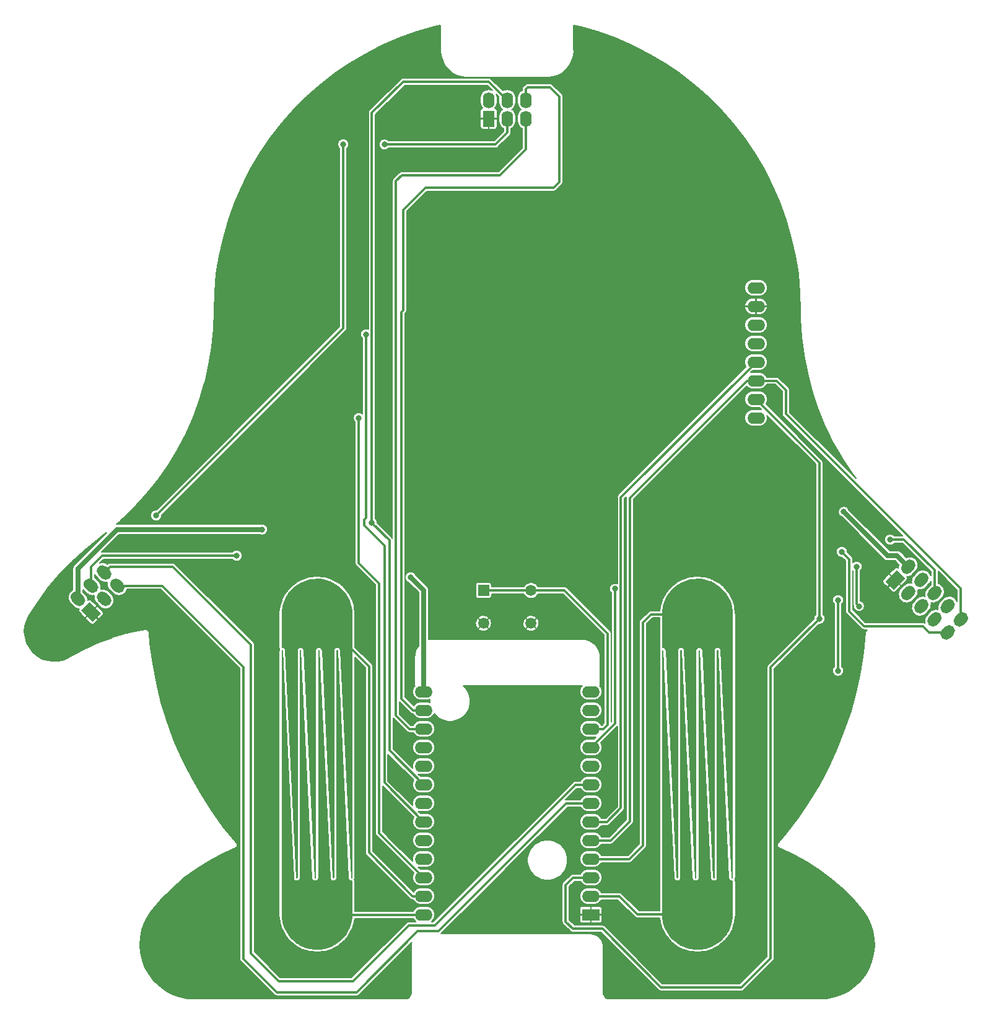
<source format=gtl>
%TF.GenerationSoftware,KiCad,Pcbnew,5.1.10-88a1d61d58~88~ubuntu18.04.1*%
%TF.CreationDate,2021-09-11T11:40:14+10:00*%
%TF.ProjectId,swag-badge,73776167-2d62-4616-9467-652e6b696361,rev?*%
%TF.SameCoordinates,PX405f7e0PYfa3044a0*%
%TF.FileFunction,Copper,L1,Top*%
%TF.FilePolarity,Positive*%
%FSLAX46Y46*%
G04 Gerber Fmt 4.6, Leading zero omitted, Abs format (unit mm)*
G04 Created by KiCad (PCBNEW 5.1.10-88a1d61d58~88~ubuntu18.04.1) date 2021-09-11 11:40:14*
%MOMM*%
%LPD*%
G01*
G04 APERTURE LIST*
%TA.AperFunction,SMDPad,CuDef*%
%ADD10C,0.100000*%
%TD*%
%TA.AperFunction,ComponentPad*%
%ADD11C,1.498000*%
%TD*%
%TA.AperFunction,ComponentPad*%
%ADD12R,1.498000X1.498000*%
%TD*%
%TA.AperFunction,ComponentPad*%
%ADD13O,1.600000X2.200000*%
%TD*%
%TA.AperFunction,ComponentPad*%
%ADD14R,1.600000X2.200000*%
%TD*%
%TA.AperFunction,ComponentPad*%
%ADD15C,0.100000*%
%TD*%
%TA.AperFunction,ComponentPad*%
%ADD16O,2.400000X1.600000*%
%TD*%
%TA.AperFunction,ComponentPad*%
%ADD17R,2.400000X1.600000*%
%TD*%
%TA.AperFunction,ViaPad*%
%ADD18C,0.800000*%
%TD*%
%TA.AperFunction,Conductor*%
%ADD19C,0.700000*%
%TD*%
%TA.AperFunction,Conductor*%
%ADD20C,0.300000*%
%TD*%
%TA.AperFunction,Conductor*%
%ADD21C,0.200000*%
%TD*%
%TA.AperFunction,Conductor*%
%ADD22C,0.100000*%
%TD*%
G04 APERTURE END LIST*
%TA.AperFunction,SMDPad,CuDef*%
D10*
%TO.P,T3,2*%
%TO.N,/GPIO15*%
G36*
X-93065308Y60330362D02*
G01*
X-93065306Y60330362D01*
X-93063913Y60330294D01*
X-93059745Y60329856D01*
X-93055578Y60329477D01*
X-92596024Y60264890D01*
X-92596021Y60264890D01*
X-92596018Y60264889D01*
X-92594641Y60264686D01*
X-92590520Y60263840D01*
X-92586425Y60263059D01*
X-92135368Y60153937D01*
X-92135363Y60153936D01*
X-92135357Y60153934D01*
X-92134009Y60153598D01*
X-92130049Y60152372D01*
X-92125991Y60151178D01*
X-91687738Y59998562D01*
X-91687732Y59998560D01*
X-91687724Y59998557D01*
X-91686418Y59998091D01*
X-91682587Y59996481D01*
X-91678674Y59994900D01*
X-91257406Y59800247D01*
X-91257398Y59800244D01*
X-91257389Y59800239D01*
X-91256136Y59799649D01*
X-91252450Y59797657D01*
X-91248741Y59795717D01*
X-90848471Y59560880D01*
X-90847272Y59560165D01*
X-90843800Y59557824D01*
X-90840297Y59555531D01*
X-90464853Y59282756D01*
X-90463730Y59281927D01*
X-90460534Y59279283D01*
X-90457239Y59276634D01*
X-90110206Y58968524D01*
X-90109169Y58967589D01*
X-90106233Y58964633D01*
X-90103226Y58961688D01*
X-89787916Y58621184D01*
X-89786975Y58620153D01*
X-89784328Y58616908D01*
X-89781636Y58613700D01*
X-89501058Y58244052D01*
X-89500222Y58242934D01*
X-89497925Y58239476D01*
X-89495538Y58235991D01*
X-89252370Y57840727D01*
X-89251647Y57839533D01*
X-89249671Y57835817D01*
X-89247664Y57832166D01*
X-89044236Y57415076D01*
X-89044227Y57415060D01*
X-89044219Y57415040D01*
X-89043625Y57413801D01*
X-89042038Y57409952D01*
X-89040379Y57406080D01*
X-88878623Y56971131D01*
X-88878615Y56971113D01*
X-88878608Y56971091D01*
X-88878139Y56969801D01*
X-88876938Y56965825D01*
X-88875662Y56961801D01*
X-88757120Y56513138D01*
X-88757116Y56513124D01*
X-88757112Y56513107D01*
X-88756770Y56511773D01*
X-88755967Y56507719D01*
X-88755085Y56503568D01*
X-88680888Y56045464D01*
X-88680675Y56044084D01*
X-88680268Y56039940D01*
X-88679799Y56035755D01*
X-88650660Y55572598D01*
X-88650583Y55571204D01*
X-88650583Y55569121D01*
X-88650465Y55567017D01*
X-88650002Y55500697D01*
X-88650002Y55500049D01*
X-88650000Y55499999D01*
X-88650001Y19499999D01*
X-88650011Y19498603D01*
X-88650166Y19496136D01*
X-88650202Y19493666D01*
X-88650472Y19491270D01*
X-88650624Y19488852D01*
X-88651020Y19486407D01*
X-88651296Y19483958D01*
X-88651798Y19481601D01*
X-88652186Y19479208D01*
X-88652820Y19476809D01*
X-88653333Y19474402D01*
X-88654063Y19472104D01*
X-88654682Y19469762D01*
X-88655542Y19467448D01*
X-88656291Y19465092D01*
X-88657244Y19462871D01*
X-88658087Y19460605D01*
X-88659172Y19458380D01*
X-88660145Y19456114D01*
X-88661308Y19454001D01*
X-88662370Y19451824D01*
X-88663667Y19449716D01*
X-88664857Y19447554D01*
X-88666223Y19445561D01*
X-88667490Y19443502D01*
X-88668984Y19441533D01*
X-88670381Y19439496D01*
X-88671934Y19437648D01*
X-88673397Y19435720D01*
X-88675080Y19433902D01*
X-88676665Y19432016D01*
X-88678390Y19430328D01*
X-88680035Y19428552D01*
X-88681879Y19426915D01*
X-88683649Y19425183D01*
X-88685537Y19423667D01*
X-88687341Y19422065D01*
X-88689339Y19420613D01*
X-88691266Y19419066D01*
X-88693291Y19417742D01*
X-88695245Y19416323D01*
X-88697376Y19415073D01*
X-88699444Y19413721D01*
X-88701584Y19412604D01*
X-88703671Y19411379D01*
X-88705913Y19410343D01*
X-88708104Y19409199D01*
X-88710348Y19408294D01*
X-88712540Y19407281D01*
X-88714872Y19406469D01*
X-88717165Y19405544D01*
X-88719489Y19404861D01*
X-88721767Y19404068D01*
X-88724161Y19403489D01*
X-88726539Y19402790D01*
X-88728915Y19402338D01*
X-88731263Y19401770D01*
X-88733714Y19401426D01*
X-88736137Y19400965D01*
X-88738548Y19400747D01*
X-88740938Y19400411D01*
X-88743396Y19400308D01*
X-88745867Y19400084D01*
X-88748287Y19400102D01*
X-88750699Y19400001D01*
X-88753170Y19400139D01*
X-88755637Y19400158D01*
X-88758043Y19400412D01*
X-88760454Y19400547D01*
X-88762889Y19400924D01*
X-88765353Y19401184D01*
X-88767721Y19401671D01*
X-88770109Y19402041D01*
X-88772508Y19402657D01*
X-88774922Y19403154D01*
X-88777223Y19403868D01*
X-88779572Y19404471D01*
X-88781906Y19405321D01*
X-88784254Y19406049D01*
X-88786473Y19406983D01*
X-88788753Y19407813D01*
X-88790983Y19408881D01*
X-88793258Y19409839D01*
X-88795385Y19410990D01*
X-88797563Y19412034D01*
X-88799675Y19413313D01*
X-88801849Y19414490D01*
X-88803848Y19415840D01*
X-88805920Y19417095D01*
X-88807909Y19418583D01*
X-88809946Y19419959D01*
X-88811801Y19421495D01*
X-88813743Y19422948D01*
X-88815566Y19424613D01*
X-88817471Y19426190D01*
X-88819176Y19427909D01*
X-88820958Y19429536D01*
X-88822611Y19431372D01*
X-88824351Y19433126D01*
X-88825876Y19434998D01*
X-88827495Y19436796D01*
X-88828965Y19438789D01*
X-88830522Y19440701D01*
X-88831857Y19442713D01*
X-88833293Y19444660D01*
X-88834556Y19446778D01*
X-88835925Y19448841D01*
X-88837061Y19450981D01*
X-88838296Y19453052D01*
X-88839347Y19455286D01*
X-88840507Y19457470D01*
X-88841426Y19459703D01*
X-88842456Y19461892D01*
X-88843286Y19464223D01*
X-88844225Y19466505D01*
X-88844922Y19468819D01*
X-88845733Y19471096D01*
X-88846331Y19473493D01*
X-88847044Y19475860D01*
X-88847511Y19478228D01*
X-88848097Y19480576D01*
X-88848459Y19483028D01*
X-88848936Y19485444D01*
X-88849170Y19487842D01*
X-88849524Y19490241D01*
X-88849645Y19492717D01*
X-88849884Y19495168D01*
X-90350391Y50517754D01*
X-90352448Y50543498D01*
X-90358812Y50582927D01*
X-90368771Y50620703D01*
X-90382372Y50657335D01*
X-90399478Y50692454D01*
X-90419932Y50725741D01*
X-90443537Y50756875D01*
X-90470063Y50785551D01*
X-90499269Y50811509D01*
X-90530865Y50834490D01*
X-90564548Y50854276D01*
X-90599999Y50870680D01*
X-90636890Y50883549D01*
X-90674866Y50892758D01*
X-90713543Y50898215D01*
X-90752578Y50899873D01*
X-90791587Y50897712D01*
X-90830194Y50891757D01*
X-90868045Y50882060D01*
X-90904769Y50868716D01*
X-90940002Y50851859D01*
X-90973430Y50831638D01*
X-91004728Y50808252D01*
X-91033596Y50781921D01*
X-91059747Y50752908D01*
X-91082952Y50721468D01*
X-91102975Y50687920D01*
X-91119629Y50652579D01*
X-91132751Y50615789D01*
X-91142226Y50577876D01*
X-91147952Y50539239D01*
X-91150000Y50497835D01*
X-91150001Y19500000D01*
X-91150011Y19498604D01*
X-91150166Y19496137D01*
X-91150202Y19493667D01*
X-91150472Y19491271D01*
X-91150624Y19488853D01*
X-91151020Y19486408D01*
X-91151296Y19483959D01*
X-91151798Y19481602D01*
X-91152186Y19479209D01*
X-91152820Y19476810D01*
X-91153333Y19474403D01*
X-91154063Y19472105D01*
X-91154682Y19469763D01*
X-91155542Y19467449D01*
X-91156291Y19465093D01*
X-91157244Y19462872D01*
X-91158087Y19460606D01*
X-91159172Y19458381D01*
X-91160145Y19456115D01*
X-91161308Y19454002D01*
X-91162370Y19451825D01*
X-91163667Y19449717D01*
X-91164857Y19447555D01*
X-91166223Y19445562D01*
X-91167490Y19443503D01*
X-91168984Y19441534D01*
X-91170381Y19439497D01*
X-91171934Y19437649D01*
X-91173397Y19435721D01*
X-91175080Y19433903D01*
X-91176665Y19432017D01*
X-91178390Y19430329D01*
X-91180035Y19428553D01*
X-91181879Y19426916D01*
X-91183649Y19425184D01*
X-91185537Y19423668D01*
X-91187341Y19422066D01*
X-91189339Y19420614D01*
X-91191266Y19419067D01*
X-91193291Y19417743D01*
X-91195245Y19416324D01*
X-91197376Y19415074D01*
X-91199444Y19413722D01*
X-91201584Y19412605D01*
X-91203671Y19411380D01*
X-91205913Y19410344D01*
X-91208104Y19409200D01*
X-91210348Y19408295D01*
X-91212540Y19407282D01*
X-91214872Y19406470D01*
X-91217165Y19405545D01*
X-91219489Y19404862D01*
X-91221767Y19404069D01*
X-91224161Y19403490D01*
X-91226539Y19402791D01*
X-91228915Y19402339D01*
X-91231263Y19401771D01*
X-91233714Y19401427D01*
X-91236137Y19400966D01*
X-91238548Y19400748D01*
X-91240938Y19400412D01*
X-91243396Y19400309D01*
X-91245867Y19400085D01*
X-91248287Y19400103D01*
X-91250699Y19400002D01*
X-91253170Y19400140D01*
X-91255637Y19400159D01*
X-91258043Y19400413D01*
X-91260454Y19400548D01*
X-91262889Y19400925D01*
X-91265353Y19401185D01*
X-91267721Y19401672D01*
X-91270109Y19402042D01*
X-91272508Y19402658D01*
X-91274922Y19403155D01*
X-91277223Y19403869D01*
X-91279572Y19404472D01*
X-91281906Y19405322D01*
X-91284254Y19406050D01*
X-91286473Y19406984D01*
X-91288753Y19407814D01*
X-91290983Y19408882D01*
X-91293258Y19409840D01*
X-91295385Y19410991D01*
X-91297563Y19412035D01*
X-91299675Y19413314D01*
X-91301849Y19414491D01*
X-91303848Y19415841D01*
X-91305920Y19417096D01*
X-91307909Y19418584D01*
X-91309946Y19419960D01*
X-91311801Y19421496D01*
X-91313743Y19422949D01*
X-91315566Y19424614D01*
X-91317471Y19426191D01*
X-91319176Y19427910D01*
X-91320958Y19429537D01*
X-91322611Y19431373D01*
X-91324351Y19433127D01*
X-91325876Y19434999D01*
X-91327495Y19436797D01*
X-91328965Y19438790D01*
X-91330522Y19440702D01*
X-91331857Y19442714D01*
X-91333293Y19444661D01*
X-91334556Y19446779D01*
X-91335925Y19448842D01*
X-91337061Y19450982D01*
X-91338296Y19453053D01*
X-91339347Y19455287D01*
X-91340507Y19457471D01*
X-91341426Y19459704D01*
X-91342456Y19461893D01*
X-91343286Y19464224D01*
X-91344225Y19466506D01*
X-91344922Y19468820D01*
X-91345733Y19471097D01*
X-91346331Y19473494D01*
X-91347044Y19475861D01*
X-91347511Y19478229D01*
X-91348097Y19480577D01*
X-91348459Y19483029D01*
X-91348936Y19485445D01*
X-91349170Y19487843D01*
X-91349524Y19490242D01*
X-91349645Y19492718D01*
X-91349884Y19495169D01*
X-92850391Y50517754D01*
X-92852448Y50543498D01*
X-92858812Y50582927D01*
X-92868771Y50620703D01*
X-92882372Y50657335D01*
X-92899478Y50692454D01*
X-92919934Y50725744D01*
X-92943536Y50756875D01*
X-92970063Y50785552D01*
X-92999264Y50811507D01*
X-93030864Y50834491D01*
X-93064545Y50854276D01*
X-93099998Y50870681D01*
X-93136889Y50883550D01*
X-93174865Y50892759D01*
X-93213542Y50898216D01*
X-93252577Y50899874D01*
X-93291586Y50897713D01*
X-93330193Y50891758D01*
X-93368044Y50882061D01*
X-93404764Y50868719D01*
X-93440006Y50851858D01*
X-93473430Y50831639D01*
X-93504726Y50808253D01*
X-93533595Y50781921D01*
X-93559746Y50752910D01*
X-93582951Y50721470D01*
X-93602974Y50687924D01*
X-93619629Y50652581D01*
X-93632751Y50615791D01*
X-93642226Y50577878D01*
X-93647952Y50539241D01*
X-93649999Y50497858D01*
X-93650000Y19499999D01*
X-93650010Y19498603D01*
X-93650165Y19496136D01*
X-93650201Y19493666D01*
X-93650471Y19491270D01*
X-93650623Y19488852D01*
X-93651019Y19486407D01*
X-93651295Y19483958D01*
X-93651797Y19481601D01*
X-93652185Y19479208D01*
X-93652819Y19476809D01*
X-93653332Y19474402D01*
X-93654062Y19472104D01*
X-93654681Y19469762D01*
X-93655541Y19467448D01*
X-93656290Y19465092D01*
X-93657243Y19462871D01*
X-93658086Y19460605D01*
X-93659171Y19458380D01*
X-93660144Y19456114D01*
X-93661307Y19454001D01*
X-93662369Y19451824D01*
X-93663666Y19449716D01*
X-93664856Y19447554D01*
X-93666222Y19445561D01*
X-93667489Y19443502D01*
X-93668983Y19441533D01*
X-93670380Y19439496D01*
X-93671933Y19437648D01*
X-93673396Y19435720D01*
X-93675079Y19433902D01*
X-93676664Y19432016D01*
X-93678389Y19430328D01*
X-93680034Y19428552D01*
X-93681878Y19426915D01*
X-93683648Y19425183D01*
X-93685536Y19423667D01*
X-93687340Y19422065D01*
X-93689338Y19420613D01*
X-93691265Y19419066D01*
X-93693290Y19417742D01*
X-93695244Y19416323D01*
X-93697375Y19415073D01*
X-93699443Y19413721D01*
X-93701583Y19412604D01*
X-93703670Y19411379D01*
X-93705912Y19410343D01*
X-93708103Y19409199D01*
X-93710347Y19408294D01*
X-93712539Y19407281D01*
X-93714871Y19406469D01*
X-93717164Y19405544D01*
X-93719488Y19404861D01*
X-93721766Y19404068D01*
X-93724160Y19403489D01*
X-93726538Y19402790D01*
X-93728914Y19402338D01*
X-93731262Y19401770D01*
X-93733713Y19401426D01*
X-93736136Y19400965D01*
X-93738547Y19400747D01*
X-93740937Y19400411D01*
X-93743395Y19400308D01*
X-93745866Y19400084D01*
X-93748286Y19400102D01*
X-93750698Y19400001D01*
X-93753169Y19400139D01*
X-93755636Y19400158D01*
X-93758042Y19400412D01*
X-93760453Y19400547D01*
X-93762888Y19400924D01*
X-93765352Y19401184D01*
X-93767720Y19401671D01*
X-93770108Y19402041D01*
X-93772507Y19402657D01*
X-93774921Y19403154D01*
X-93777222Y19403868D01*
X-93779571Y19404471D01*
X-93781905Y19405321D01*
X-93784253Y19406049D01*
X-93786472Y19406983D01*
X-93788752Y19407813D01*
X-93790982Y19408881D01*
X-93793257Y19409839D01*
X-93795384Y19410990D01*
X-93797562Y19412034D01*
X-93799674Y19413313D01*
X-93801848Y19414490D01*
X-93803847Y19415840D01*
X-93805919Y19417095D01*
X-93807908Y19418583D01*
X-93809945Y19419959D01*
X-93811800Y19421495D01*
X-93813742Y19422948D01*
X-93815565Y19424613D01*
X-93817470Y19426190D01*
X-93819175Y19427909D01*
X-93820957Y19429536D01*
X-93822610Y19431372D01*
X-93824350Y19433126D01*
X-93825875Y19434998D01*
X-93827494Y19436796D01*
X-93828964Y19438789D01*
X-93830521Y19440701D01*
X-93831856Y19442713D01*
X-93833292Y19444660D01*
X-93834555Y19446778D01*
X-93835924Y19448841D01*
X-93837060Y19450981D01*
X-93838295Y19453052D01*
X-93839346Y19455286D01*
X-93840506Y19457470D01*
X-93841425Y19459703D01*
X-93842455Y19461892D01*
X-93843285Y19464223D01*
X-93844224Y19466505D01*
X-93844921Y19468819D01*
X-93845732Y19471096D01*
X-93846330Y19473493D01*
X-93847043Y19475860D01*
X-93847510Y19478228D01*
X-93848096Y19480576D01*
X-93848458Y19483028D01*
X-93848935Y19485444D01*
X-93849169Y19487842D01*
X-93849523Y19490241D01*
X-93849644Y19492717D01*
X-93849883Y19495168D01*
X-95350390Y50517754D01*
X-95352447Y50543498D01*
X-95358811Y50582927D01*
X-95368770Y50620703D01*
X-95382371Y50657335D01*
X-95399477Y50692454D01*
X-95419933Y50725744D01*
X-95443535Y50756875D01*
X-95470062Y50785552D01*
X-95499263Y50811507D01*
X-95530863Y50834491D01*
X-95564544Y50854276D01*
X-95599997Y50870681D01*
X-95636888Y50883550D01*
X-95674864Y50892759D01*
X-95713541Y50898216D01*
X-95752576Y50899874D01*
X-95791585Y50897713D01*
X-95830192Y50891758D01*
X-95868043Y50882061D01*
X-95904763Y50868719D01*
X-95940005Y50851858D01*
X-95973429Y50831639D01*
X-96004725Y50808253D01*
X-96033594Y50781921D01*
X-96059745Y50752910D01*
X-96082950Y50721470D01*
X-96102973Y50687924D01*
X-96119628Y50652581D01*
X-96132750Y50615791D01*
X-96142225Y50577878D01*
X-96147951Y50539241D01*
X-96149999Y50497837D01*
X-96150000Y19499999D01*
X-96150010Y19498603D01*
X-96150165Y19496136D01*
X-96150201Y19493666D01*
X-96150471Y19491270D01*
X-96150623Y19488852D01*
X-96151019Y19486407D01*
X-96151295Y19483958D01*
X-96151797Y19481601D01*
X-96152185Y19479208D01*
X-96152819Y19476809D01*
X-96153332Y19474402D01*
X-96154062Y19472104D01*
X-96154681Y19469762D01*
X-96155541Y19467448D01*
X-96156290Y19465092D01*
X-96157243Y19462871D01*
X-96158086Y19460605D01*
X-96159171Y19458380D01*
X-96160144Y19456114D01*
X-96161307Y19454001D01*
X-96162369Y19451824D01*
X-96163666Y19449716D01*
X-96164856Y19447554D01*
X-96166222Y19445561D01*
X-96167489Y19443502D01*
X-96168983Y19441533D01*
X-96170380Y19439496D01*
X-96171933Y19437648D01*
X-96173396Y19435720D01*
X-96175079Y19433902D01*
X-96176664Y19432016D01*
X-96178389Y19430328D01*
X-96180034Y19428552D01*
X-96181878Y19426915D01*
X-96183648Y19425183D01*
X-96185536Y19423667D01*
X-96187340Y19422065D01*
X-96189338Y19420613D01*
X-96191265Y19419066D01*
X-96193290Y19417742D01*
X-96195244Y19416323D01*
X-96197375Y19415073D01*
X-96199443Y19413721D01*
X-96201583Y19412604D01*
X-96203670Y19411379D01*
X-96205912Y19410343D01*
X-96208103Y19409199D01*
X-96210347Y19408294D01*
X-96212539Y19407281D01*
X-96214871Y19406469D01*
X-96217164Y19405544D01*
X-96219488Y19404861D01*
X-96221766Y19404068D01*
X-96224160Y19403489D01*
X-96226538Y19402790D01*
X-96228914Y19402338D01*
X-96231262Y19401770D01*
X-96233713Y19401426D01*
X-96236136Y19400965D01*
X-96238547Y19400747D01*
X-96240937Y19400411D01*
X-96243395Y19400308D01*
X-96245866Y19400084D01*
X-96248286Y19400102D01*
X-96250698Y19400001D01*
X-96253169Y19400139D01*
X-96255636Y19400158D01*
X-96258042Y19400412D01*
X-96260453Y19400547D01*
X-96262888Y19400924D01*
X-96265352Y19401184D01*
X-96267720Y19401671D01*
X-96270108Y19402041D01*
X-96272507Y19402657D01*
X-96274921Y19403154D01*
X-96277222Y19403868D01*
X-96279571Y19404471D01*
X-96281905Y19405321D01*
X-96284253Y19406049D01*
X-96286472Y19406983D01*
X-96288752Y19407813D01*
X-96290982Y19408881D01*
X-96293257Y19409839D01*
X-96295384Y19410990D01*
X-96297562Y19412034D01*
X-96299674Y19413313D01*
X-96301848Y19414490D01*
X-96303847Y19415840D01*
X-96305919Y19417095D01*
X-96307908Y19418583D01*
X-96309945Y19419959D01*
X-96311800Y19421495D01*
X-96313742Y19422948D01*
X-96315565Y19424613D01*
X-96317470Y19426190D01*
X-96319175Y19427909D01*
X-96320957Y19429536D01*
X-96322610Y19431372D01*
X-96324350Y19433126D01*
X-96325875Y19434998D01*
X-96327494Y19436796D01*
X-96328964Y19438789D01*
X-96330521Y19440701D01*
X-96331856Y19442713D01*
X-96333292Y19444660D01*
X-96334555Y19446778D01*
X-96335924Y19448841D01*
X-96337060Y19450981D01*
X-96338295Y19453052D01*
X-96339346Y19455286D01*
X-96340506Y19457470D01*
X-96341425Y19459703D01*
X-96342455Y19461892D01*
X-96343285Y19464223D01*
X-96344224Y19466505D01*
X-96344921Y19468819D01*
X-96345732Y19471096D01*
X-96346330Y19473493D01*
X-96347043Y19475860D01*
X-96347510Y19478228D01*
X-96348096Y19480576D01*
X-96348458Y19483028D01*
X-96348935Y19485444D01*
X-96349169Y19487842D01*
X-96349523Y19490241D01*
X-96349644Y19492717D01*
X-96349883Y19495168D01*
X-97850399Y50517938D01*
X-97852126Y50540544D01*
X-97858242Y50580192D01*
X-97867939Y50618043D01*
X-97881281Y50654763D01*
X-97898142Y50690005D01*
X-97918361Y50723429D01*
X-97941747Y50754725D01*
X-97968079Y50783594D01*
X-97997090Y50809745D01*
X-98028530Y50832950D01*
X-98062076Y50852973D01*
X-98097419Y50869628D01*
X-98134209Y50882750D01*
X-98172122Y50892225D01*
X-98210759Y50897951D01*
X-98254670Y50900123D01*
X-98256063Y50900202D01*
X-98257831Y50900401D01*
X-98260453Y50900548D01*
X-98263988Y50901095D01*
X-98265772Y50901296D01*
X-98267058Y50901570D01*
X-98270108Y50902042D01*
X-98274179Y50903087D01*
X-98275327Y50903332D01*
X-98276149Y50903593D01*
X-98279571Y50904472D01*
X-98284101Y50906121D01*
X-98284639Y50906292D01*
X-98285020Y50906455D01*
X-98288752Y50907814D01*
X-98297562Y50912035D01*
X-98305919Y50917096D01*
X-98313742Y50922949D01*
X-98320957Y50929537D01*
X-98327494Y50936797D01*
X-98333292Y50944661D01*
X-98338295Y50953053D01*
X-98342455Y50961893D01*
X-98345732Y50971097D01*
X-98348096Y50980577D01*
X-98349523Y50990242D01*
X-98350000Y51000000D01*
X-98350000Y55500000D01*
X-98349990Y55501396D01*
X-98349881Y55503130D01*
X-98349881Y55504884D01*
X-98327211Y55968403D01*
X-98327132Y55969797D01*
X-98326668Y55973941D01*
X-98326257Y55978126D01*
X-98258464Y56437220D01*
X-98258250Y56438599D01*
X-98257386Y56442666D01*
X-98256567Y56446804D01*
X-98144298Y56897092D01*
X-98143950Y56898444D01*
X-98142701Y56902383D01*
X-98141474Y56906445D01*
X-97985800Y57343629D01*
X-97985322Y57344940D01*
X-97983689Y57348751D01*
X-97982077Y57352661D01*
X-97784484Y57772567D01*
X-97783880Y57773826D01*
X-97781866Y57777490D01*
X-97779897Y57781193D01*
X-97542277Y58179805D01*
X-97542272Y58179814D01*
X-97542265Y58179824D01*
X-97541548Y58181007D01*
X-97539204Y58184431D01*
X-97536865Y58187951D01*
X-97261475Y58561480D01*
X-97260639Y58562598D01*
X-97257919Y58565840D01*
X-97255300Y58569051D01*
X-96944776Y58913924D01*
X-96943834Y58914955D01*
X-96940827Y58917900D01*
X-96937891Y58920856D01*
X-96595205Y59233772D01*
X-96595194Y59233783D01*
X-96595180Y59233794D01*
X-96594157Y59234716D01*
X-96590887Y59237346D01*
X-96587666Y59240010D01*
X-96216068Y59518000D01*
X-96214944Y59518829D01*
X-96211419Y59521136D01*
X-96207969Y59523463D01*
X-95811033Y59763857D01*
X-95811018Y59763867D01*
X-95811000Y59763877D01*
X-95809819Y59764581D01*
X-95806122Y59766514D01*
X-95802424Y59768513D01*
X-95383923Y59969024D01*
X-95383907Y59969033D01*
X-95383887Y59969041D01*
X-95382644Y59969627D01*
X-95378757Y59971197D01*
X-95374901Y59972818D01*
X-94938833Y60131534D01*
X-94938815Y60131541D01*
X-94938793Y60131548D01*
X-94937500Y60132008D01*
X-94933516Y60133181D01*
X-94929482Y60134429D01*
X-94480008Y60249834D01*
X-94479989Y60249840D01*
X-94479966Y60249845D01*
X-94478634Y60250177D01*
X-94474552Y60250956D01*
X-94470419Y60251804D01*
X-94011809Y60322801D01*
X-94010428Y60323005D01*
X-94006223Y60323388D01*
X-94002092Y60323822D01*
X-93538743Y60349727D01*
X-93537348Y60349795D01*
X-93533161Y60349766D01*
X-93528974Y60349795D01*
X-93065308Y60330362D01*
G37*
%TD.AperFunction*%
%TA.AperFunction,SMDPad,CuDef*%
%TO.P,T3,1*%
%TO.N,/GPIO13*%
G36*
X-90746831Y50599860D02*
G01*
X-90744364Y50599841D01*
X-90741958Y50599587D01*
X-90739547Y50599452D01*
X-90737112Y50599075D01*
X-90734648Y50598815D01*
X-90732280Y50598328D01*
X-90729892Y50597958D01*
X-90727493Y50597342D01*
X-90725079Y50596845D01*
X-90722774Y50596130D01*
X-90720429Y50595528D01*
X-90718109Y50594684D01*
X-90715747Y50593951D01*
X-90713514Y50593011D01*
X-90711248Y50592186D01*
X-90709023Y50591120D01*
X-90706743Y50590160D01*
X-90704616Y50589009D01*
X-90702438Y50587965D01*
X-90700326Y50586686D01*
X-90698152Y50585509D01*
X-90696149Y50584157D01*
X-90694081Y50582904D01*
X-90692102Y50581423D01*
X-90690055Y50580041D01*
X-90688190Y50578497D01*
X-90686258Y50577051D01*
X-90684438Y50575389D01*
X-90682530Y50573809D01*
X-90680825Y50572090D01*
X-90679043Y50570463D01*
X-90677390Y50568627D01*
X-90675650Y50566873D01*
X-90674125Y50565001D01*
X-90672506Y50563203D01*
X-90671036Y50561210D01*
X-90669479Y50559298D01*
X-90668144Y50557286D01*
X-90666708Y50555339D01*
X-90665445Y50553221D01*
X-90664076Y50551158D01*
X-90662940Y50549018D01*
X-90661705Y50546947D01*
X-90660654Y50544713D01*
X-90659494Y50542529D01*
X-90658575Y50540296D01*
X-90657545Y50538107D01*
X-90656715Y50535776D01*
X-90655776Y50533494D01*
X-90655078Y50531179D01*
X-90654268Y50528903D01*
X-90653671Y50526510D01*
X-90652957Y50524140D01*
X-90652489Y50521768D01*
X-90651904Y50519423D01*
X-90651542Y50516972D01*
X-90651065Y50514555D01*
X-90650831Y50512157D01*
X-90650477Y50509758D01*
X-90650356Y50507282D01*
X-90650117Y50504831D01*
X-89149601Y19482064D01*
X-89147874Y19459455D01*
X-89141758Y19419807D01*
X-89132061Y19381956D01*
X-89118719Y19345236D01*
X-89101857Y19309994D01*
X-89081642Y19276573D01*
X-89058249Y19245269D01*
X-89031922Y19216406D01*
X-89002905Y19190250D01*
X-88971473Y19167050D01*
X-88937924Y19147026D01*
X-88902581Y19130372D01*
X-88865786Y19117247D01*
X-88827878Y19107774D01*
X-88789241Y19102048D01*
X-88745330Y19099876D01*
X-88743936Y19099797D01*
X-88742167Y19099598D01*
X-88739547Y19099451D01*
X-88736015Y19098904D01*
X-88734227Y19098703D01*
X-88732938Y19098428D01*
X-88729892Y19097957D01*
X-88725826Y19096913D01*
X-88724672Y19096667D01*
X-88723847Y19096405D01*
X-88720429Y19095527D01*
X-88715899Y19093878D01*
X-88715361Y19093707D01*
X-88714980Y19093544D01*
X-88711248Y19092185D01*
X-88702438Y19087964D01*
X-88694081Y19082903D01*
X-88686258Y19077050D01*
X-88679043Y19070462D01*
X-88672506Y19063202D01*
X-88666708Y19055338D01*
X-88661705Y19046946D01*
X-88657545Y19038106D01*
X-88654268Y19028902D01*
X-88651904Y19019422D01*
X-88650477Y19009757D01*
X-88650000Y18999999D01*
X-88650000Y14500000D01*
X-88650010Y14498604D01*
X-88650119Y14496870D01*
X-88650119Y14495115D01*
X-88672789Y14031596D01*
X-88672868Y14030202D01*
X-88673332Y14026065D01*
X-88673743Y14021872D01*
X-88741536Y13562779D01*
X-88741750Y13561399D01*
X-88742618Y13557313D01*
X-88743433Y13553195D01*
X-88855702Y13102907D01*
X-88856050Y13101555D01*
X-88857302Y13097608D01*
X-88858526Y13093554D01*
X-89014200Y12656371D01*
X-89014678Y12655059D01*
X-89016318Y12651233D01*
X-89017923Y12647338D01*
X-89215516Y12227432D01*
X-89216120Y12226173D01*
X-89218134Y12222509D01*
X-89220103Y12218806D01*
X-89457723Y11820194D01*
X-89457728Y11820185D01*
X-89457735Y11820175D01*
X-89458451Y11818992D01*
X-89460815Y11815539D01*
X-89463135Y11812048D01*
X-89738518Y11438528D01*
X-89738525Y11438518D01*
X-89738534Y11438507D01*
X-89739361Y11437401D01*
X-89742056Y11434190D01*
X-89744700Y11430948D01*
X-90055225Y11086075D01*
X-90056166Y11085044D01*
X-90059168Y11082104D01*
X-90062109Y11079142D01*
X-90404795Y10766227D01*
X-90404806Y10766216D01*
X-90404820Y10766205D01*
X-90405843Y10765283D01*
X-90409113Y10762653D01*
X-90412334Y10759989D01*
X-90783932Y10481999D01*
X-90785056Y10481171D01*
X-90788553Y10478882D01*
X-90792031Y10476536D01*
X-91188967Y10236142D01*
X-91188982Y10236132D01*
X-91189000Y10236122D01*
X-91190181Y10235418D01*
X-91193878Y10233485D01*
X-91197576Y10231486D01*
X-91616085Y10030971D01*
X-91616093Y10030966D01*
X-91616104Y10030962D01*
X-91617356Y10030373D01*
X-91621218Y10028812D01*
X-91625099Y10027181D01*
X-92061167Y9868465D01*
X-92061185Y9868458D01*
X-92061207Y9868451D01*
X-92062500Y9867991D01*
X-92066484Y9866818D01*
X-92070518Y9865570D01*
X-92519992Y9750165D01*
X-92520011Y9750159D01*
X-92520034Y9750154D01*
X-92521366Y9749822D01*
X-92525448Y9749043D01*
X-92529581Y9748195D01*
X-92988191Y9677198D01*
X-92989572Y9676994D01*
X-92993770Y9676612D01*
X-92997907Y9676177D01*
X-93461257Y9650272D01*
X-93462651Y9650204D01*
X-93466839Y9650233D01*
X-93471027Y9650204D01*
X-93934692Y9669637D01*
X-93934694Y9669637D01*
X-93936087Y9669705D01*
X-93940251Y9670143D01*
X-93944423Y9670522D01*
X-94403976Y9735109D01*
X-94403979Y9735109D01*
X-94403982Y9735110D01*
X-94405359Y9735313D01*
X-94409450Y9736153D01*
X-94413575Y9736940D01*
X-94864632Y9846062D01*
X-94864637Y9846063D01*
X-94864643Y9846065D01*
X-94865991Y9846401D01*
X-94869989Y9847638D01*
X-94874009Y9848822D01*
X-95312268Y10001439D01*
X-95313583Y10001908D01*
X-95317413Y10003518D01*
X-95321326Y10005099D01*
X-95742594Y10199752D01*
X-95742602Y10199755D01*
X-95742611Y10199760D01*
X-95743864Y10200350D01*
X-95747550Y10202342D01*
X-95751259Y10204282D01*
X-96151520Y10439114D01*
X-96151529Y10439119D01*
X-96151539Y10439126D01*
X-96152727Y10439834D01*
X-96156180Y10442163D01*
X-96159703Y10444468D01*
X-96535137Y10717236D01*
X-96535147Y10717243D01*
X-96535158Y10717252D01*
X-96536270Y10718072D01*
X-96539466Y10720716D01*
X-96542761Y10723365D01*
X-96889794Y11031475D01*
X-96890831Y11032409D01*
X-96893788Y11035386D01*
X-96896774Y11038311D01*
X-97212084Y11378815D01*
X-97213025Y11379846D01*
X-97215672Y11383091D01*
X-97218364Y11386299D01*
X-97498942Y11755947D01*
X-97499778Y11757065D01*
X-97502075Y11760523D01*
X-97504462Y11764008D01*
X-97747630Y12159271D01*
X-97748353Y12160466D01*
X-97750322Y12164169D01*
X-97752336Y12167833D01*
X-97955764Y12584923D01*
X-97955773Y12584939D01*
X-97955781Y12584959D01*
X-97956375Y12586198D01*
X-97957962Y12590047D01*
X-97959621Y12593919D01*
X-98121377Y13028868D01*
X-98121385Y13028886D01*
X-98121392Y13028908D01*
X-98121861Y13030198D01*
X-98123066Y13034186D01*
X-98124338Y13038199D01*
X-98242878Y13486855D01*
X-98242884Y13486874D01*
X-98242889Y13486897D01*
X-98243230Y13488227D01*
X-98244030Y13492266D01*
X-98244915Y13496431D01*
X-98319112Y13954535D01*
X-98319325Y13955914D01*
X-98319732Y13960063D01*
X-98320201Y13964244D01*
X-98349340Y14427401D01*
X-98349417Y14428795D01*
X-98349417Y14430878D01*
X-98349535Y14432982D01*
X-98349998Y14499302D01*
X-98349998Y14499950D01*
X-98350000Y14500000D01*
X-98349999Y50500000D01*
X-98349989Y50501396D01*
X-98349834Y50503863D01*
X-98349798Y50506333D01*
X-98349528Y50508729D01*
X-98349376Y50511147D01*
X-98348980Y50513592D01*
X-98348704Y50516041D01*
X-98348202Y50518398D01*
X-98347814Y50520791D01*
X-98347180Y50523190D01*
X-98346667Y50525597D01*
X-98345937Y50527895D01*
X-98345318Y50530237D01*
X-98344458Y50532551D01*
X-98343709Y50534907D01*
X-98342756Y50537128D01*
X-98341913Y50539394D01*
X-98340828Y50541619D01*
X-98339855Y50543885D01*
X-98338692Y50545998D01*
X-98337630Y50548175D01*
X-98336333Y50550283D01*
X-98335143Y50552445D01*
X-98333777Y50554438D01*
X-98332510Y50556497D01*
X-98331016Y50558466D01*
X-98329619Y50560503D01*
X-98328066Y50562351D01*
X-98326603Y50564279D01*
X-98324920Y50566097D01*
X-98323335Y50567983D01*
X-98321610Y50569671D01*
X-98319965Y50571447D01*
X-98318121Y50573084D01*
X-98316351Y50574816D01*
X-98314463Y50576332D01*
X-98312659Y50577934D01*
X-98310661Y50579386D01*
X-98308734Y50580933D01*
X-98306709Y50582257D01*
X-98304755Y50583676D01*
X-98302624Y50584926D01*
X-98300556Y50586278D01*
X-98298416Y50587395D01*
X-98296329Y50588620D01*
X-98294087Y50589656D01*
X-98291896Y50590800D01*
X-98289652Y50591705D01*
X-98287460Y50592718D01*
X-98285128Y50593530D01*
X-98282835Y50594455D01*
X-98280511Y50595138D01*
X-98278233Y50595931D01*
X-98275839Y50596510D01*
X-98273461Y50597209D01*
X-98271085Y50597661D01*
X-98268737Y50598229D01*
X-98266286Y50598573D01*
X-98263863Y50599034D01*
X-98261452Y50599252D01*
X-98259062Y50599588D01*
X-98256604Y50599691D01*
X-98254133Y50599915D01*
X-98251713Y50599897D01*
X-98249301Y50599998D01*
X-98246830Y50599860D01*
X-98244363Y50599841D01*
X-98241957Y50599587D01*
X-98239546Y50599452D01*
X-98237111Y50599075D01*
X-98234647Y50598815D01*
X-98232279Y50598328D01*
X-98229891Y50597958D01*
X-98227492Y50597342D01*
X-98225078Y50596845D01*
X-98222773Y50596130D01*
X-98220428Y50595528D01*
X-98218108Y50594684D01*
X-98215746Y50593951D01*
X-98213513Y50593011D01*
X-98211247Y50592186D01*
X-98209022Y50591120D01*
X-98206742Y50590160D01*
X-98204615Y50589009D01*
X-98202437Y50587965D01*
X-98200325Y50586686D01*
X-98198151Y50585509D01*
X-98196148Y50584157D01*
X-98194080Y50582904D01*
X-98192101Y50581423D01*
X-98190054Y50580041D01*
X-98188189Y50578497D01*
X-98186257Y50577051D01*
X-98184437Y50575389D01*
X-98182529Y50573809D01*
X-98180824Y50572090D01*
X-98179042Y50570463D01*
X-98177389Y50568627D01*
X-98175649Y50566873D01*
X-98174124Y50565001D01*
X-98172505Y50563203D01*
X-98171035Y50561210D01*
X-98169478Y50559298D01*
X-98168143Y50557286D01*
X-98166707Y50555339D01*
X-98165444Y50553221D01*
X-98164075Y50551158D01*
X-98162939Y50549018D01*
X-98161704Y50546947D01*
X-98160653Y50544713D01*
X-98159493Y50542529D01*
X-98158574Y50540296D01*
X-98157544Y50538107D01*
X-98156714Y50535776D01*
X-98155775Y50533494D01*
X-98155077Y50531179D01*
X-98154267Y50528903D01*
X-98153670Y50526510D01*
X-98152956Y50524140D01*
X-98152488Y50521768D01*
X-98151903Y50519423D01*
X-98151541Y50516972D01*
X-98151064Y50514555D01*
X-98150830Y50512157D01*
X-98150476Y50509758D01*
X-98150355Y50507282D01*
X-98150116Y50504831D01*
X-96649609Y19482242D01*
X-96647552Y19456501D01*
X-96641187Y19417070D01*
X-96631229Y19379296D01*
X-96617631Y19342671D01*
X-96600526Y19307552D01*
X-96580068Y19274258D01*
X-96556463Y19243124D01*
X-96529937Y19214448D01*
X-96500736Y19188495D01*
X-96469139Y19165511D01*
X-96435456Y19145724D01*
X-96400001Y19129319D01*
X-96363109Y19116449D01*
X-96325142Y19107242D01*
X-96286457Y19101784D01*
X-96247422Y19100126D01*
X-96208413Y19102287D01*
X-96169806Y19108242D01*
X-96131955Y19117939D01*
X-96095232Y19131283D01*
X-96059995Y19148143D01*
X-96026568Y19168362D01*
X-95995269Y19191750D01*
X-95966401Y19218082D01*
X-95940249Y19247096D01*
X-95917052Y19278524D01*
X-95897025Y19312079D01*
X-95880372Y19347420D01*
X-95867247Y19384215D01*
X-95857774Y19422123D01*
X-95852048Y19460760D01*
X-95850000Y19502164D01*
X-95849999Y50499999D01*
X-95849989Y50501395D01*
X-95849834Y50503862D01*
X-95849798Y50506332D01*
X-95849528Y50508728D01*
X-95849376Y50511146D01*
X-95848980Y50513591D01*
X-95848704Y50516040D01*
X-95848202Y50518397D01*
X-95847814Y50520790D01*
X-95847180Y50523189D01*
X-95846667Y50525596D01*
X-95845937Y50527894D01*
X-95845318Y50530236D01*
X-95844458Y50532550D01*
X-95843709Y50534906D01*
X-95842756Y50537127D01*
X-95841913Y50539393D01*
X-95840828Y50541618D01*
X-95839855Y50543884D01*
X-95838692Y50545997D01*
X-95837630Y50548174D01*
X-95836333Y50550282D01*
X-95835143Y50552444D01*
X-95833777Y50554437D01*
X-95832510Y50556496D01*
X-95831016Y50558465D01*
X-95829619Y50560502D01*
X-95828066Y50562350D01*
X-95826603Y50564278D01*
X-95824920Y50566096D01*
X-95823335Y50567982D01*
X-95821610Y50569670D01*
X-95819965Y50571446D01*
X-95818121Y50573083D01*
X-95816351Y50574815D01*
X-95814463Y50576331D01*
X-95812659Y50577933D01*
X-95810661Y50579385D01*
X-95808734Y50580932D01*
X-95806709Y50582256D01*
X-95804755Y50583675D01*
X-95802624Y50584925D01*
X-95800556Y50586277D01*
X-95798416Y50587394D01*
X-95796329Y50588619D01*
X-95794087Y50589655D01*
X-95791896Y50590799D01*
X-95789652Y50591704D01*
X-95787460Y50592717D01*
X-95785128Y50593529D01*
X-95782835Y50594454D01*
X-95780511Y50595137D01*
X-95778233Y50595930D01*
X-95775839Y50596509D01*
X-95773461Y50597208D01*
X-95771085Y50597660D01*
X-95768737Y50598228D01*
X-95766286Y50598572D01*
X-95763863Y50599033D01*
X-95761452Y50599251D01*
X-95759062Y50599587D01*
X-95756604Y50599690D01*
X-95754133Y50599914D01*
X-95751713Y50599896D01*
X-95749301Y50599997D01*
X-95746830Y50599859D01*
X-95744363Y50599840D01*
X-95741957Y50599586D01*
X-95739546Y50599451D01*
X-95737111Y50599074D01*
X-95734647Y50598814D01*
X-95732279Y50598327D01*
X-95729891Y50597957D01*
X-95727492Y50597341D01*
X-95725078Y50596844D01*
X-95722773Y50596129D01*
X-95720428Y50595527D01*
X-95718108Y50594683D01*
X-95715746Y50593950D01*
X-95713513Y50593010D01*
X-95711247Y50592185D01*
X-95709022Y50591119D01*
X-95706742Y50590159D01*
X-95704615Y50589008D01*
X-95702437Y50587964D01*
X-95700325Y50586685D01*
X-95698151Y50585508D01*
X-95696148Y50584156D01*
X-95694080Y50582903D01*
X-95692101Y50581422D01*
X-95690054Y50580040D01*
X-95688189Y50578496D01*
X-95686257Y50577050D01*
X-95684437Y50575388D01*
X-95682529Y50573808D01*
X-95680824Y50572089D01*
X-95679042Y50570462D01*
X-95677389Y50568626D01*
X-95675649Y50566872D01*
X-95674124Y50565000D01*
X-95672505Y50563202D01*
X-95671035Y50561209D01*
X-95669478Y50559297D01*
X-95668143Y50557285D01*
X-95666707Y50555338D01*
X-95665444Y50553220D01*
X-95664075Y50551157D01*
X-95662939Y50549017D01*
X-95661704Y50546946D01*
X-95660653Y50544712D01*
X-95659493Y50542528D01*
X-95658574Y50540295D01*
X-95657544Y50538106D01*
X-95656714Y50535775D01*
X-95655775Y50533493D01*
X-95655077Y50531178D01*
X-95654267Y50528902D01*
X-95653670Y50526509D01*
X-95652956Y50524139D01*
X-95652488Y50521767D01*
X-95651903Y50519422D01*
X-95651541Y50516971D01*
X-95651064Y50514554D01*
X-95650830Y50512156D01*
X-95650476Y50509757D01*
X-95650355Y50507281D01*
X-95650116Y50504830D01*
X-94149609Y19482242D01*
X-94147552Y19456501D01*
X-94141187Y19417070D01*
X-94131229Y19379296D01*
X-94117631Y19342671D01*
X-94100526Y19307552D01*
X-94080067Y19274255D01*
X-94056461Y19243120D01*
X-94029937Y19214447D01*
X-94000736Y19188492D01*
X-93969137Y19165509D01*
X-93935455Y19145723D01*
X-93900002Y19129318D01*
X-93863110Y19116448D01*
X-93825143Y19107241D01*
X-93786458Y19101783D01*
X-93747423Y19100125D01*
X-93708414Y19102286D01*
X-93669807Y19108241D01*
X-93631956Y19117938D01*
X-93595236Y19131280D01*
X-93559994Y19148142D01*
X-93526573Y19168357D01*
X-93495269Y19191750D01*
X-93466406Y19218077D01*
X-93440250Y19247094D01*
X-93417050Y19278526D01*
X-93397026Y19312075D01*
X-93380372Y19347418D01*
X-93367247Y19384213D01*
X-93357774Y19422121D01*
X-93352048Y19460758D01*
X-93350001Y19502142D01*
X-93350000Y50500000D01*
X-93349990Y50501396D01*
X-93349835Y50503863D01*
X-93349799Y50506333D01*
X-93349529Y50508729D01*
X-93349377Y50511147D01*
X-93348981Y50513592D01*
X-93348705Y50516041D01*
X-93348203Y50518398D01*
X-93347815Y50520791D01*
X-93347181Y50523190D01*
X-93346668Y50525597D01*
X-93345938Y50527895D01*
X-93345319Y50530237D01*
X-93344459Y50532551D01*
X-93343710Y50534907D01*
X-93342757Y50537128D01*
X-93341914Y50539394D01*
X-93340829Y50541619D01*
X-93339856Y50543885D01*
X-93338693Y50545998D01*
X-93337631Y50548175D01*
X-93336334Y50550283D01*
X-93335144Y50552445D01*
X-93333778Y50554438D01*
X-93332511Y50556497D01*
X-93331017Y50558466D01*
X-93329620Y50560503D01*
X-93328067Y50562351D01*
X-93326604Y50564279D01*
X-93324921Y50566097D01*
X-93323336Y50567983D01*
X-93321611Y50569671D01*
X-93319966Y50571447D01*
X-93318122Y50573084D01*
X-93316352Y50574816D01*
X-93314464Y50576332D01*
X-93312660Y50577934D01*
X-93310662Y50579386D01*
X-93308735Y50580933D01*
X-93306710Y50582257D01*
X-93304756Y50583676D01*
X-93302625Y50584926D01*
X-93300557Y50586278D01*
X-93298417Y50587395D01*
X-93296330Y50588620D01*
X-93294088Y50589656D01*
X-93291897Y50590800D01*
X-93289653Y50591705D01*
X-93287461Y50592718D01*
X-93285129Y50593530D01*
X-93282836Y50594455D01*
X-93280512Y50595138D01*
X-93278234Y50595931D01*
X-93275840Y50596510D01*
X-93273462Y50597209D01*
X-93271086Y50597661D01*
X-93268738Y50598229D01*
X-93266287Y50598573D01*
X-93263864Y50599034D01*
X-93261453Y50599252D01*
X-93259063Y50599588D01*
X-93256605Y50599691D01*
X-93254134Y50599915D01*
X-93251714Y50599897D01*
X-93249302Y50599998D01*
X-93246831Y50599860D01*
X-93244364Y50599841D01*
X-93241958Y50599587D01*
X-93239547Y50599452D01*
X-93237112Y50599075D01*
X-93234648Y50598815D01*
X-93232280Y50598328D01*
X-93229892Y50597958D01*
X-93227493Y50597342D01*
X-93225079Y50596845D01*
X-93222774Y50596130D01*
X-93220429Y50595528D01*
X-93218109Y50594684D01*
X-93215747Y50593951D01*
X-93213514Y50593011D01*
X-93211248Y50592186D01*
X-93209023Y50591120D01*
X-93206743Y50590160D01*
X-93204616Y50589009D01*
X-93202438Y50587965D01*
X-93200326Y50586686D01*
X-93198152Y50585509D01*
X-93196149Y50584157D01*
X-93194081Y50582904D01*
X-93192102Y50581423D01*
X-93190055Y50580041D01*
X-93188190Y50578497D01*
X-93186258Y50577051D01*
X-93184438Y50575389D01*
X-93182530Y50573809D01*
X-93180825Y50572090D01*
X-93179043Y50570463D01*
X-93177390Y50568627D01*
X-93175650Y50566873D01*
X-93174125Y50565001D01*
X-93172506Y50563203D01*
X-93171036Y50561210D01*
X-93169479Y50559298D01*
X-93168144Y50557286D01*
X-93166708Y50555339D01*
X-93165445Y50553221D01*
X-93164076Y50551158D01*
X-93162940Y50549018D01*
X-93161705Y50546947D01*
X-93160654Y50544713D01*
X-93159494Y50542529D01*
X-93158575Y50540296D01*
X-93157545Y50538107D01*
X-93156715Y50535776D01*
X-93155776Y50533494D01*
X-93155078Y50531179D01*
X-93154268Y50528903D01*
X-93153671Y50526510D01*
X-93152957Y50524140D01*
X-93152489Y50521768D01*
X-93151904Y50519423D01*
X-93151542Y50516972D01*
X-93151065Y50514555D01*
X-93150831Y50512157D01*
X-93150477Y50509758D01*
X-93150356Y50507282D01*
X-93150117Y50504831D01*
X-91649610Y19482242D01*
X-91647553Y19456501D01*
X-91641188Y19417070D01*
X-91631230Y19379296D01*
X-91617632Y19342671D01*
X-91600527Y19307552D01*
X-91580068Y19274255D01*
X-91556462Y19243120D01*
X-91529938Y19214447D01*
X-91500737Y19188492D01*
X-91469138Y19165509D01*
X-91435456Y19145723D01*
X-91400003Y19129318D01*
X-91363111Y19116448D01*
X-91325144Y19107241D01*
X-91286459Y19101783D01*
X-91247424Y19100125D01*
X-91208415Y19102286D01*
X-91169808Y19108241D01*
X-91131957Y19117938D01*
X-91095237Y19131280D01*
X-91059995Y19148142D01*
X-91026574Y19168357D01*
X-90995270Y19191750D01*
X-90966407Y19218077D01*
X-90940251Y19247094D01*
X-90917051Y19278526D01*
X-90897027Y19312075D01*
X-90880373Y19347418D01*
X-90867248Y19384213D01*
X-90857775Y19422121D01*
X-90852049Y19460758D01*
X-90850001Y19502162D01*
X-90850000Y50500000D01*
X-90849990Y50501396D01*
X-90849835Y50503863D01*
X-90849799Y50506333D01*
X-90849529Y50508729D01*
X-90849377Y50511147D01*
X-90848981Y50513592D01*
X-90848705Y50516041D01*
X-90848203Y50518398D01*
X-90847815Y50520791D01*
X-90847181Y50523190D01*
X-90846668Y50525597D01*
X-90845938Y50527895D01*
X-90845319Y50530237D01*
X-90844459Y50532551D01*
X-90843710Y50534907D01*
X-90842757Y50537128D01*
X-90841914Y50539394D01*
X-90840829Y50541619D01*
X-90839856Y50543885D01*
X-90838693Y50545998D01*
X-90837631Y50548175D01*
X-90836334Y50550283D01*
X-90835144Y50552445D01*
X-90833778Y50554438D01*
X-90832511Y50556497D01*
X-90831017Y50558466D01*
X-90829620Y50560503D01*
X-90828067Y50562351D01*
X-90826604Y50564279D01*
X-90824921Y50566097D01*
X-90823336Y50567983D01*
X-90821611Y50569671D01*
X-90819966Y50571447D01*
X-90818122Y50573084D01*
X-90816352Y50574816D01*
X-90814464Y50576332D01*
X-90812660Y50577934D01*
X-90810662Y50579386D01*
X-90808735Y50580933D01*
X-90806710Y50582257D01*
X-90804756Y50583676D01*
X-90802625Y50584926D01*
X-90800557Y50586278D01*
X-90798417Y50587395D01*
X-90796330Y50588620D01*
X-90794088Y50589656D01*
X-90791897Y50590800D01*
X-90789653Y50591705D01*
X-90787461Y50592718D01*
X-90785129Y50593530D01*
X-90782836Y50594455D01*
X-90780512Y50595138D01*
X-90778234Y50595931D01*
X-90775840Y50596510D01*
X-90773462Y50597209D01*
X-90771086Y50597661D01*
X-90768738Y50598229D01*
X-90766287Y50598573D01*
X-90763864Y50599034D01*
X-90761453Y50599252D01*
X-90759063Y50599588D01*
X-90756605Y50599691D01*
X-90754134Y50599915D01*
X-90751714Y50599897D01*
X-90749302Y50599998D01*
X-90746831Y50599860D01*
G37*
%TD.AperFunction*%
%TD*%
%TA.AperFunction,SMDPad,CuDef*%
%TO.P,T4,2*%
%TO.N,/GPIO27*%
G36*
X-41065308Y60330362D02*
G01*
X-41065306Y60330362D01*
X-41063913Y60330294D01*
X-41059745Y60329856D01*
X-41055578Y60329477D01*
X-40596024Y60264890D01*
X-40596021Y60264890D01*
X-40596018Y60264889D01*
X-40594641Y60264686D01*
X-40590520Y60263840D01*
X-40586425Y60263059D01*
X-40135368Y60153937D01*
X-40135363Y60153936D01*
X-40135357Y60153934D01*
X-40134009Y60153598D01*
X-40130049Y60152372D01*
X-40125991Y60151178D01*
X-39687738Y59998562D01*
X-39687732Y59998560D01*
X-39687724Y59998557D01*
X-39686418Y59998091D01*
X-39682587Y59996481D01*
X-39678674Y59994900D01*
X-39257406Y59800247D01*
X-39257398Y59800244D01*
X-39257389Y59800239D01*
X-39256136Y59799649D01*
X-39252450Y59797657D01*
X-39248741Y59795717D01*
X-38848471Y59560880D01*
X-38847272Y59560165D01*
X-38843800Y59557824D01*
X-38840297Y59555531D01*
X-38464853Y59282756D01*
X-38463730Y59281927D01*
X-38460534Y59279283D01*
X-38457239Y59276634D01*
X-38110206Y58968524D01*
X-38109169Y58967589D01*
X-38106233Y58964633D01*
X-38103226Y58961688D01*
X-37787916Y58621184D01*
X-37786975Y58620153D01*
X-37784328Y58616908D01*
X-37781636Y58613700D01*
X-37501058Y58244052D01*
X-37500222Y58242934D01*
X-37497925Y58239476D01*
X-37495538Y58235991D01*
X-37252370Y57840727D01*
X-37251647Y57839533D01*
X-37249671Y57835817D01*
X-37247664Y57832166D01*
X-37044236Y57415076D01*
X-37044227Y57415060D01*
X-37044219Y57415040D01*
X-37043625Y57413801D01*
X-37042038Y57409952D01*
X-37040379Y57406080D01*
X-36878623Y56971131D01*
X-36878615Y56971113D01*
X-36878608Y56971091D01*
X-36878139Y56969801D01*
X-36876938Y56965825D01*
X-36875662Y56961801D01*
X-36757120Y56513138D01*
X-36757116Y56513124D01*
X-36757112Y56513107D01*
X-36756770Y56511773D01*
X-36755967Y56507719D01*
X-36755085Y56503568D01*
X-36680888Y56045464D01*
X-36680675Y56044084D01*
X-36680268Y56039940D01*
X-36679799Y56035755D01*
X-36650660Y55572598D01*
X-36650583Y55571204D01*
X-36650583Y55569121D01*
X-36650465Y55567017D01*
X-36650002Y55500697D01*
X-36650002Y55500049D01*
X-36650000Y55499999D01*
X-36650001Y19499999D01*
X-36650011Y19498603D01*
X-36650166Y19496136D01*
X-36650202Y19493666D01*
X-36650472Y19491270D01*
X-36650624Y19488852D01*
X-36651020Y19486407D01*
X-36651296Y19483958D01*
X-36651798Y19481601D01*
X-36652186Y19479208D01*
X-36652820Y19476809D01*
X-36653333Y19474402D01*
X-36654063Y19472104D01*
X-36654682Y19469762D01*
X-36655542Y19467448D01*
X-36656291Y19465092D01*
X-36657244Y19462871D01*
X-36658087Y19460605D01*
X-36659172Y19458380D01*
X-36660145Y19456114D01*
X-36661308Y19454001D01*
X-36662370Y19451824D01*
X-36663667Y19449716D01*
X-36664857Y19447554D01*
X-36666223Y19445561D01*
X-36667490Y19443502D01*
X-36668984Y19441533D01*
X-36670381Y19439496D01*
X-36671934Y19437648D01*
X-36673397Y19435720D01*
X-36675080Y19433902D01*
X-36676665Y19432016D01*
X-36678390Y19430328D01*
X-36680035Y19428552D01*
X-36681879Y19426915D01*
X-36683649Y19425183D01*
X-36685537Y19423667D01*
X-36687341Y19422065D01*
X-36689339Y19420613D01*
X-36691266Y19419066D01*
X-36693291Y19417742D01*
X-36695245Y19416323D01*
X-36697376Y19415073D01*
X-36699444Y19413721D01*
X-36701584Y19412604D01*
X-36703671Y19411379D01*
X-36705913Y19410343D01*
X-36708104Y19409199D01*
X-36710348Y19408294D01*
X-36712540Y19407281D01*
X-36714872Y19406469D01*
X-36717165Y19405544D01*
X-36719489Y19404861D01*
X-36721767Y19404068D01*
X-36724161Y19403489D01*
X-36726539Y19402790D01*
X-36728915Y19402338D01*
X-36731263Y19401770D01*
X-36733714Y19401426D01*
X-36736137Y19400965D01*
X-36738548Y19400747D01*
X-36740938Y19400411D01*
X-36743396Y19400308D01*
X-36745867Y19400084D01*
X-36748287Y19400102D01*
X-36750699Y19400001D01*
X-36753170Y19400139D01*
X-36755637Y19400158D01*
X-36758043Y19400412D01*
X-36760454Y19400547D01*
X-36762889Y19400924D01*
X-36765353Y19401184D01*
X-36767721Y19401671D01*
X-36770109Y19402041D01*
X-36772508Y19402657D01*
X-36774922Y19403154D01*
X-36777223Y19403868D01*
X-36779572Y19404471D01*
X-36781906Y19405321D01*
X-36784254Y19406049D01*
X-36786473Y19406983D01*
X-36788753Y19407813D01*
X-36790983Y19408881D01*
X-36793258Y19409839D01*
X-36795385Y19410990D01*
X-36797563Y19412034D01*
X-36799675Y19413313D01*
X-36801849Y19414490D01*
X-36803848Y19415840D01*
X-36805920Y19417095D01*
X-36807909Y19418583D01*
X-36809946Y19419959D01*
X-36811801Y19421495D01*
X-36813743Y19422948D01*
X-36815566Y19424613D01*
X-36817471Y19426190D01*
X-36819176Y19427909D01*
X-36820958Y19429536D01*
X-36822611Y19431372D01*
X-36824351Y19433126D01*
X-36825876Y19434998D01*
X-36827495Y19436796D01*
X-36828965Y19438789D01*
X-36830522Y19440701D01*
X-36831857Y19442713D01*
X-36833293Y19444660D01*
X-36834556Y19446778D01*
X-36835925Y19448841D01*
X-36837061Y19450981D01*
X-36838296Y19453052D01*
X-36839347Y19455286D01*
X-36840507Y19457470D01*
X-36841426Y19459703D01*
X-36842456Y19461892D01*
X-36843286Y19464223D01*
X-36844225Y19466505D01*
X-36844922Y19468819D01*
X-36845733Y19471096D01*
X-36846331Y19473493D01*
X-36847044Y19475860D01*
X-36847511Y19478228D01*
X-36848097Y19480576D01*
X-36848459Y19483028D01*
X-36848936Y19485444D01*
X-36849170Y19487842D01*
X-36849524Y19490241D01*
X-36849645Y19492717D01*
X-36849884Y19495168D01*
X-38350391Y50517754D01*
X-38352448Y50543498D01*
X-38358812Y50582927D01*
X-38368771Y50620703D01*
X-38382372Y50657335D01*
X-38399478Y50692454D01*
X-38419932Y50725741D01*
X-38443537Y50756875D01*
X-38470063Y50785551D01*
X-38499269Y50811509D01*
X-38530865Y50834490D01*
X-38564548Y50854276D01*
X-38599999Y50870680D01*
X-38636890Y50883549D01*
X-38674866Y50892758D01*
X-38713543Y50898215D01*
X-38752578Y50899873D01*
X-38791587Y50897712D01*
X-38830194Y50891757D01*
X-38868045Y50882060D01*
X-38904769Y50868716D01*
X-38940002Y50851859D01*
X-38973430Y50831638D01*
X-39004728Y50808252D01*
X-39033596Y50781921D01*
X-39059747Y50752908D01*
X-39082952Y50721468D01*
X-39102975Y50687920D01*
X-39119629Y50652579D01*
X-39132751Y50615789D01*
X-39142226Y50577876D01*
X-39147952Y50539239D01*
X-39150000Y50497835D01*
X-39150001Y19500000D01*
X-39150011Y19498604D01*
X-39150166Y19496137D01*
X-39150202Y19493667D01*
X-39150472Y19491271D01*
X-39150624Y19488853D01*
X-39151020Y19486408D01*
X-39151296Y19483959D01*
X-39151798Y19481602D01*
X-39152186Y19479209D01*
X-39152820Y19476810D01*
X-39153333Y19474403D01*
X-39154063Y19472105D01*
X-39154682Y19469763D01*
X-39155542Y19467449D01*
X-39156291Y19465093D01*
X-39157244Y19462872D01*
X-39158087Y19460606D01*
X-39159172Y19458381D01*
X-39160145Y19456115D01*
X-39161308Y19454002D01*
X-39162370Y19451825D01*
X-39163667Y19449717D01*
X-39164857Y19447555D01*
X-39166223Y19445562D01*
X-39167490Y19443503D01*
X-39168984Y19441534D01*
X-39170381Y19439497D01*
X-39171934Y19437649D01*
X-39173397Y19435721D01*
X-39175080Y19433903D01*
X-39176665Y19432017D01*
X-39178390Y19430329D01*
X-39180035Y19428553D01*
X-39181879Y19426916D01*
X-39183649Y19425184D01*
X-39185537Y19423668D01*
X-39187341Y19422066D01*
X-39189339Y19420614D01*
X-39191266Y19419067D01*
X-39193291Y19417743D01*
X-39195245Y19416324D01*
X-39197376Y19415074D01*
X-39199444Y19413722D01*
X-39201584Y19412605D01*
X-39203671Y19411380D01*
X-39205913Y19410344D01*
X-39208104Y19409200D01*
X-39210348Y19408295D01*
X-39212540Y19407282D01*
X-39214872Y19406470D01*
X-39217165Y19405545D01*
X-39219489Y19404862D01*
X-39221767Y19404069D01*
X-39224161Y19403490D01*
X-39226539Y19402791D01*
X-39228915Y19402339D01*
X-39231263Y19401771D01*
X-39233714Y19401427D01*
X-39236137Y19400966D01*
X-39238548Y19400748D01*
X-39240938Y19400412D01*
X-39243396Y19400309D01*
X-39245867Y19400085D01*
X-39248287Y19400103D01*
X-39250699Y19400002D01*
X-39253170Y19400140D01*
X-39255637Y19400159D01*
X-39258043Y19400413D01*
X-39260454Y19400548D01*
X-39262889Y19400925D01*
X-39265353Y19401185D01*
X-39267721Y19401672D01*
X-39270109Y19402042D01*
X-39272508Y19402658D01*
X-39274922Y19403155D01*
X-39277223Y19403869D01*
X-39279572Y19404472D01*
X-39281906Y19405322D01*
X-39284254Y19406050D01*
X-39286473Y19406984D01*
X-39288753Y19407814D01*
X-39290983Y19408882D01*
X-39293258Y19409840D01*
X-39295385Y19410991D01*
X-39297563Y19412035D01*
X-39299675Y19413314D01*
X-39301849Y19414491D01*
X-39303848Y19415841D01*
X-39305920Y19417096D01*
X-39307909Y19418584D01*
X-39309946Y19419960D01*
X-39311801Y19421496D01*
X-39313743Y19422949D01*
X-39315566Y19424614D01*
X-39317471Y19426191D01*
X-39319176Y19427910D01*
X-39320958Y19429537D01*
X-39322611Y19431373D01*
X-39324351Y19433127D01*
X-39325876Y19434999D01*
X-39327495Y19436797D01*
X-39328965Y19438790D01*
X-39330522Y19440702D01*
X-39331857Y19442714D01*
X-39333293Y19444661D01*
X-39334556Y19446779D01*
X-39335925Y19448842D01*
X-39337061Y19450982D01*
X-39338296Y19453053D01*
X-39339347Y19455287D01*
X-39340507Y19457471D01*
X-39341426Y19459704D01*
X-39342456Y19461893D01*
X-39343286Y19464224D01*
X-39344225Y19466506D01*
X-39344922Y19468820D01*
X-39345733Y19471097D01*
X-39346331Y19473494D01*
X-39347044Y19475861D01*
X-39347511Y19478229D01*
X-39348097Y19480577D01*
X-39348459Y19483029D01*
X-39348936Y19485445D01*
X-39349170Y19487843D01*
X-39349524Y19490242D01*
X-39349645Y19492718D01*
X-39349884Y19495169D01*
X-40850391Y50517754D01*
X-40852448Y50543498D01*
X-40858812Y50582927D01*
X-40868771Y50620703D01*
X-40882372Y50657335D01*
X-40899478Y50692454D01*
X-40919934Y50725744D01*
X-40943536Y50756875D01*
X-40970063Y50785552D01*
X-40999264Y50811507D01*
X-41030864Y50834491D01*
X-41064545Y50854276D01*
X-41099998Y50870681D01*
X-41136889Y50883550D01*
X-41174865Y50892759D01*
X-41213542Y50898216D01*
X-41252577Y50899874D01*
X-41291586Y50897713D01*
X-41330193Y50891758D01*
X-41368044Y50882061D01*
X-41404764Y50868719D01*
X-41440006Y50851858D01*
X-41473430Y50831639D01*
X-41504726Y50808253D01*
X-41533595Y50781921D01*
X-41559746Y50752910D01*
X-41582951Y50721470D01*
X-41602974Y50687924D01*
X-41619629Y50652581D01*
X-41632751Y50615791D01*
X-41642226Y50577878D01*
X-41647952Y50539241D01*
X-41649999Y50497858D01*
X-41650000Y19499999D01*
X-41650010Y19498603D01*
X-41650165Y19496136D01*
X-41650201Y19493666D01*
X-41650471Y19491270D01*
X-41650623Y19488852D01*
X-41651019Y19486407D01*
X-41651295Y19483958D01*
X-41651797Y19481601D01*
X-41652185Y19479208D01*
X-41652819Y19476809D01*
X-41653332Y19474402D01*
X-41654062Y19472104D01*
X-41654681Y19469762D01*
X-41655541Y19467448D01*
X-41656290Y19465092D01*
X-41657243Y19462871D01*
X-41658086Y19460605D01*
X-41659171Y19458380D01*
X-41660144Y19456114D01*
X-41661307Y19454001D01*
X-41662369Y19451824D01*
X-41663666Y19449716D01*
X-41664856Y19447554D01*
X-41666222Y19445561D01*
X-41667489Y19443502D01*
X-41668983Y19441533D01*
X-41670380Y19439496D01*
X-41671933Y19437648D01*
X-41673396Y19435720D01*
X-41675079Y19433902D01*
X-41676664Y19432016D01*
X-41678389Y19430328D01*
X-41680034Y19428552D01*
X-41681878Y19426915D01*
X-41683648Y19425183D01*
X-41685536Y19423667D01*
X-41687340Y19422065D01*
X-41689338Y19420613D01*
X-41691265Y19419066D01*
X-41693290Y19417742D01*
X-41695244Y19416323D01*
X-41697375Y19415073D01*
X-41699443Y19413721D01*
X-41701583Y19412604D01*
X-41703670Y19411379D01*
X-41705912Y19410343D01*
X-41708103Y19409199D01*
X-41710347Y19408294D01*
X-41712539Y19407281D01*
X-41714871Y19406469D01*
X-41717164Y19405544D01*
X-41719488Y19404861D01*
X-41721766Y19404068D01*
X-41724160Y19403489D01*
X-41726538Y19402790D01*
X-41728914Y19402338D01*
X-41731262Y19401770D01*
X-41733713Y19401426D01*
X-41736136Y19400965D01*
X-41738547Y19400747D01*
X-41740937Y19400411D01*
X-41743395Y19400308D01*
X-41745866Y19400084D01*
X-41748286Y19400102D01*
X-41750698Y19400001D01*
X-41753169Y19400139D01*
X-41755636Y19400158D01*
X-41758042Y19400412D01*
X-41760453Y19400547D01*
X-41762888Y19400924D01*
X-41765352Y19401184D01*
X-41767720Y19401671D01*
X-41770108Y19402041D01*
X-41772507Y19402657D01*
X-41774921Y19403154D01*
X-41777222Y19403868D01*
X-41779571Y19404471D01*
X-41781905Y19405321D01*
X-41784253Y19406049D01*
X-41786472Y19406983D01*
X-41788752Y19407813D01*
X-41790982Y19408881D01*
X-41793257Y19409839D01*
X-41795384Y19410990D01*
X-41797562Y19412034D01*
X-41799674Y19413313D01*
X-41801848Y19414490D01*
X-41803847Y19415840D01*
X-41805919Y19417095D01*
X-41807908Y19418583D01*
X-41809945Y19419959D01*
X-41811800Y19421495D01*
X-41813742Y19422948D01*
X-41815565Y19424613D01*
X-41817470Y19426190D01*
X-41819175Y19427909D01*
X-41820957Y19429536D01*
X-41822610Y19431372D01*
X-41824350Y19433126D01*
X-41825875Y19434998D01*
X-41827494Y19436796D01*
X-41828964Y19438789D01*
X-41830521Y19440701D01*
X-41831856Y19442713D01*
X-41833292Y19444660D01*
X-41834555Y19446778D01*
X-41835924Y19448841D01*
X-41837060Y19450981D01*
X-41838295Y19453052D01*
X-41839346Y19455286D01*
X-41840506Y19457470D01*
X-41841425Y19459703D01*
X-41842455Y19461892D01*
X-41843285Y19464223D01*
X-41844224Y19466505D01*
X-41844921Y19468819D01*
X-41845732Y19471096D01*
X-41846330Y19473493D01*
X-41847043Y19475860D01*
X-41847510Y19478228D01*
X-41848096Y19480576D01*
X-41848458Y19483028D01*
X-41848935Y19485444D01*
X-41849169Y19487842D01*
X-41849523Y19490241D01*
X-41849644Y19492717D01*
X-41849883Y19495168D01*
X-43350390Y50517754D01*
X-43352447Y50543498D01*
X-43358811Y50582927D01*
X-43368770Y50620703D01*
X-43382371Y50657335D01*
X-43399477Y50692454D01*
X-43419933Y50725744D01*
X-43443535Y50756875D01*
X-43470062Y50785552D01*
X-43499263Y50811507D01*
X-43530863Y50834491D01*
X-43564544Y50854276D01*
X-43599997Y50870681D01*
X-43636888Y50883550D01*
X-43674864Y50892759D01*
X-43713541Y50898216D01*
X-43752576Y50899874D01*
X-43791585Y50897713D01*
X-43830192Y50891758D01*
X-43868043Y50882061D01*
X-43904763Y50868719D01*
X-43940005Y50851858D01*
X-43973429Y50831639D01*
X-44004725Y50808253D01*
X-44033594Y50781921D01*
X-44059745Y50752910D01*
X-44082950Y50721470D01*
X-44102973Y50687924D01*
X-44119628Y50652581D01*
X-44132750Y50615791D01*
X-44142225Y50577878D01*
X-44147951Y50539241D01*
X-44149999Y50497837D01*
X-44150000Y19499999D01*
X-44150010Y19498603D01*
X-44150165Y19496136D01*
X-44150201Y19493666D01*
X-44150471Y19491270D01*
X-44150623Y19488852D01*
X-44151019Y19486407D01*
X-44151295Y19483958D01*
X-44151797Y19481601D01*
X-44152185Y19479208D01*
X-44152819Y19476809D01*
X-44153332Y19474402D01*
X-44154062Y19472104D01*
X-44154681Y19469762D01*
X-44155541Y19467448D01*
X-44156290Y19465092D01*
X-44157243Y19462871D01*
X-44158086Y19460605D01*
X-44159171Y19458380D01*
X-44160144Y19456114D01*
X-44161307Y19454001D01*
X-44162369Y19451824D01*
X-44163666Y19449716D01*
X-44164856Y19447554D01*
X-44166222Y19445561D01*
X-44167489Y19443502D01*
X-44168983Y19441533D01*
X-44170380Y19439496D01*
X-44171933Y19437648D01*
X-44173396Y19435720D01*
X-44175079Y19433902D01*
X-44176664Y19432016D01*
X-44178389Y19430328D01*
X-44180034Y19428552D01*
X-44181878Y19426915D01*
X-44183648Y19425183D01*
X-44185536Y19423667D01*
X-44187340Y19422065D01*
X-44189338Y19420613D01*
X-44191265Y19419066D01*
X-44193290Y19417742D01*
X-44195244Y19416323D01*
X-44197375Y19415073D01*
X-44199443Y19413721D01*
X-44201583Y19412604D01*
X-44203670Y19411379D01*
X-44205912Y19410343D01*
X-44208103Y19409199D01*
X-44210347Y19408294D01*
X-44212539Y19407281D01*
X-44214871Y19406469D01*
X-44217164Y19405544D01*
X-44219488Y19404861D01*
X-44221766Y19404068D01*
X-44224160Y19403489D01*
X-44226538Y19402790D01*
X-44228914Y19402338D01*
X-44231262Y19401770D01*
X-44233713Y19401426D01*
X-44236136Y19400965D01*
X-44238547Y19400747D01*
X-44240937Y19400411D01*
X-44243395Y19400308D01*
X-44245866Y19400084D01*
X-44248286Y19400102D01*
X-44250698Y19400001D01*
X-44253169Y19400139D01*
X-44255636Y19400158D01*
X-44258042Y19400412D01*
X-44260453Y19400547D01*
X-44262888Y19400924D01*
X-44265352Y19401184D01*
X-44267720Y19401671D01*
X-44270108Y19402041D01*
X-44272507Y19402657D01*
X-44274921Y19403154D01*
X-44277222Y19403868D01*
X-44279571Y19404471D01*
X-44281905Y19405321D01*
X-44284253Y19406049D01*
X-44286472Y19406983D01*
X-44288752Y19407813D01*
X-44290982Y19408881D01*
X-44293257Y19409839D01*
X-44295384Y19410990D01*
X-44297562Y19412034D01*
X-44299674Y19413313D01*
X-44301848Y19414490D01*
X-44303847Y19415840D01*
X-44305919Y19417095D01*
X-44307908Y19418583D01*
X-44309945Y19419959D01*
X-44311800Y19421495D01*
X-44313742Y19422948D01*
X-44315565Y19424613D01*
X-44317470Y19426190D01*
X-44319175Y19427909D01*
X-44320957Y19429536D01*
X-44322610Y19431372D01*
X-44324350Y19433126D01*
X-44325875Y19434998D01*
X-44327494Y19436796D01*
X-44328964Y19438789D01*
X-44330521Y19440701D01*
X-44331856Y19442713D01*
X-44333292Y19444660D01*
X-44334555Y19446778D01*
X-44335924Y19448841D01*
X-44337060Y19450981D01*
X-44338295Y19453052D01*
X-44339346Y19455286D01*
X-44340506Y19457470D01*
X-44341425Y19459703D01*
X-44342455Y19461892D01*
X-44343285Y19464223D01*
X-44344224Y19466505D01*
X-44344921Y19468819D01*
X-44345732Y19471096D01*
X-44346330Y19473493D01*
X-44347043Y19475860D01*
X-44347510Y19478228D01*
X-44348096Y19480576D01*
X-44348458Y19483028D01*
X-44348935Y19485444D01*
X-44349169Y19487842D01*
X-44349523Y19490241D01*
X-44349644Y19492717D01*
X-44349883Y19495168D01*
X-45850399Y50517938D01*
X-45852126Y50540544D01*
X-45858242Y50580192D01*
X-45867939Y50618043D01*
X-45881281Y50654763D01*
X-45898142Y50690005D01*
X-45918361Y50723429D01*
X-45941747Y50754725D01*
X-45968079Y50783594D01*
X-45997090Y50809745D01*
X-46028530Y50832950D01*
X-46062076Y50852973D01*
X-46097419Y50869628D01*
X-46134209Y50882750D01*
X-46172122Y50892225D01*
X-46210759Y50897951D01*
X-46254670Y50900123D01*
X-46256063Y50900202D01*
X-46257831Y50900401D01*
X-46260453Y50900548D01*
X-46263988Y50901095D01*
X-46265772Y50901296D01*
X-46267058Y50901570D01*
X-46270108Y50902042D01*
X-46274179Y50903087D01*
X-46275327Y50903332D01*
X-46276149Y50903593D01*
X-46279571Y50904472D01*
X-46284101Y50906121D01*
X-46284639Y50906292D01*
X-46285020Y50906455D01*
X-46288752Y50907814D01*
X-46297562Y50912035D01*
X-46305919Y50917096D01*
X-46313742Y50922949D01*
X-46320957Y50929537D01*
X-46327494Y50936797D01*
X-46333292Y50944661D01*
X-46338295Y50953053D01*
X-46342455Y50961893D01*
X-46345732Y50971097D01*
X-46348096Y50980577D01*
X-46349523Y50990242D01*
X-46350000Y51000000D01*
X-46350000Y55500000D01*
X-46349990Y55501396D01*
X-46349881Y55503130D01*
X-46349881Y55504884D01*
X-46327211Y55968403D01*
X-46327132Y55969797D01*
X-46326668Y55973941D01*
X-46326257Y55978126D01*
X-46258464Y56437220D01*
X-46258250Y56438599D01*
X-46257386Y56442666D01*
X-46256567Y56446804D01*
X-46144298Y56897092D01*
X-46143950Y56898444D01*
X-46142701Y56902383D01*
X-46141474Y56906445D01*
X-45985800Y57343629D01*
X-45985322Y57344940D01*
X-45983689Y57348751D01*
X-45982077Y57352661D01*
X-45784484Y57772567D01*
X-45783880Y57773826D01*
X-45781866Y57777490D01*
X-45779897Y57781193D01*
X-45542277Y58179805D01*
X-45542272Y58179814D01*
X-45542265Y58179824D01*
X-45541548Y58181007D01*
X-45539204Y58184431D01*
X-45536865Y58187951D01*
X-45261475Y58561480D01*
X-45260639Y58562598D01*
X-45257919Y58565840D01*
X-45255300Y58569051D01*
X-44944776Y58913924D01*
X-44943834Y58914955D01*
X-44940827Y58917900D01*
X-44937891Y58920856D01*
X-44595205Y59233772D01*
X-44595194Y59233783D01*
X-44595180Y59233794D01*
X-44594157Y59234716D01*
X-44590887Y59237346D01*
X-44587666Y59240010D01*
X-44216068Y59518000D01*
X-44214944Y59518829D01*
X-44211419Y59521136D01*
X-44207969Y59523463D01*
X-43811033Y59763857D01*
X-43811018Y59763867D01*
X-43811000Y59763877D01*
X-43809819Y59764581D01*
X-43806122Y59766514D01*
X-43802424Y59768513D01*
X-43383923Y59969024D01*
X-43383907Y59969033D01*
X-43383887Y59969041D01*
X-43382644Y59969627D01*
X-43378757Y59971197D01*
X-43374901Y59972818D01*
X-42938833Y60131534D01*
X-42938815Y60131541D01*
X-42938793Y60131548D01*
X-42937500Y60132008D01*
X-42933516Y60133181D01*
X-42929482Y60134429D01*
X-42480008Y60249834D01*
X-42479989Y60249840D01*
X-42479966Y60249845D01*
X-42478634Y60250177D01*
X-42474552Y60250956D01*
X-42470419Y60251804D01*
X-42011809Y60322801D01*
X-42010428Y60323005D01*
X-42006223Y60323388D01*
X-42002092Y60323822D01*
X-41538743Y60349727D01*
X-41537348Y60349795D01*
X-41533161Y60349766D01*
X-41528974Y60349795D01*
X-41065308Y60330362D01*
G37*
%TD.AperFunction*%
%TA.AperFunction,SMDPad,CuDef*%
%TO.P,T4,1*%
%TO.N,/GPIO12*%
G36*
X-38746831Y50599860D02*
G01*
X-38744364Y50599841D01*
X-38741958Y50599587D01*
X-38739547Y50599452D01*
X-38737112Y50599075D01*
X-38734648Y50598815D01*
X-38732280Y50598328D01*
X-38729892Y50597958D01*
X-38727493Y50597342D01*
X-38725079Y50596845D01*
X-38722774Y50596130D01*
X-38720429Y50595528D01*
X-38718109Y50594684D01*
X-38715747Y50593951D01*
X-38713514Y50593011D01*
X-38711248Y50592186D01*
X-38709023Y50591120D01*
X-38706743Y50590160D01*
X-38704616Y50589009D01*
X-38702438Y50587965D01*
X-38700326Y50586686D01*
X-38698152Y50585509D01*
X-38696149Y50584157D01*
X-38694081Y50582904D01*
X-38692102Y50581423D01*
X-38690055Y50580041D01*
X-38688190Y50578497D01*
X-38686258Y50577051D01*
X-38684438Y50575389D01*
X-38682530Y50573809D01*
X-38680825Y50572090D01*
X-38679043Y50570463D01*
X-38677390Y50568627D01*
X-38675650Y50566873D01*
X-38674125Y50565001D01*
X-38672506Y50563203D01*
X-38671036Y50561210D01*
X-38669479Y50559298D01*
X-38668144Y50557286D01*
X-38666708Y50555339D01*
X-38665445Y50553221D01*
X-38664076Y50551158D01*
X-38662940Y50549018D01*
X-38661705Y50546947D01*
X-38660654Y50544713D01*
X-38659494Y50542529D01*
X-38658575Y50540296D01*
X-38657545Y50538107D01*
X-38656715Y50535776D01*
X-38655776Y50533494D01*
X-38655078Y50531179D01*
X-38654268Y50528903D01*
X-38653671Y50526510D01*
X-38652957Y50524140D01*
X-38652489Y50521768D01*
X-38651904Y50519423D01*
X-38651542Y50516972D01*
X-38651065Y50514555D01*
X-38650831Y50512157D01*
X-38650477Y50509758D01*
X-38650356Y50507282D01*
X-38650117Y50504831D01*
X-37149601Y19482064D01*
X-37147874Y19459455D01*
X-37141758Y19419807D01*
X-37132061Y19381956D01*
X-37118719Y19345236D01*
X-37101857Y19309994D01*
X-37081642Y19276573D01*
X-37058249Y19245269D01*
X-37031922Y19216406D01*
X-37002905Y19190250D01*
X-36971473Y19167050D01*
X-36937924Y19147026D01*
X-36902581Y19130372D01*
X-36865786Y19117247D01*
X-36827878Y19107774D01*
X-36789241Y19102048D01*
X-36745330Y19099876D01*
X-36743936Y19099797D01*
X-36742167Y19099598D01*
X-36739547Y19099451D01*
X-36736015Y19098904D01*
X-36734227Y19098703D01*
X-36732938Y19098428D01*
X-36729892Y19097957D01*
X-36725826Y19096913D01*
X-36724672Y19096667D01*
X-36723847Y19096405D01*
X-36720429Y19095527D01*
X-36715899Y19093878D01*
X-36715361Y19093707D01*
X-36714980Y19093544D01*
X-36711248Y19092185D01*
X-36702438Y19087964D01*
X-36694081Y19082903D01*
X-36686258Y19077050D01*
X-36679043Y19070462D01*
X-36672506Y19063202D01*
X-36666708Y19055338D01*
X-36661705Y19046946D01*
X-36657545Y19038106D01*
X-36654268Y19028902D01*
X-36651904Y19019422D01*
X-36650477Y19009757D01*
X-36650000Y18999999D01*
X-36650000Y14500000D01*
X-36650010Y14498604D01*
X-36650119Y14496870D01*
X-36650119Y14495115D01*
X-36672789Y14031596D01*
X-36672868Y14030202D01*
X-36673332Y14026065D01*
X-36673743Y14021872D01*
X-36741536Y13562779D01*
X-36741750Y13561399D01*
X-36742618Y13557313D01*
X-36743433Y13553195D01*
X-36855702Y13102907D01*
X-36856050Y13101555D01*
X-36857302Y13097608D01*
X-36858526Y13093554D01*
X-37014200Y12656371D01*
X-37014678Y12655059D01*
X-37016318Y12651233D01*
X-37017923Y12647338D01*
X-37215516Y12227432D01*
X-37216120Y12226173D01*
X-37218134Y12222509D01*
X-37220103Y12218806D01*
X-37457723Y11820194D01*
X-37457728Y11820185D01*
X-37457735Y11820175D01*
X-37458451Y11818992D01*
X-37460815Y11815539D01*
X-37463135Y11812048D01*
X-37738518Y11438528D01*
X-37738525Y11438518D01*
X-37738534Y11438507D01*
X-37739361Y11437401D01*
X-37742056Y11434190D01*
X-37744700Y11430948D01*
X-38055225Y11086075D01*
X-38056166Y11085044D01*
X-38059168Y11082104D01*
X-38062109Y11079142D01*
X-38404795Y10766227D01*
X-38404806Y10766216D01*
X-38404820Y10766205D01*
X-38405843Y10765283D01*
X-38409113Y10762653D01*
X-38412334Y10759989D01*
X-38783932Y10481999D01*
X-38785056Y10481171D01*
X-38788553Y10478882D01*
X-38792031Y10476536D01*
X-39188967Y10236142D01*
X-39188982Y10236132D01*
X-39189000Y10236122D01*
X-39190181Y10235418D01*
X-39193878Y10233485D01*
X-39197576Y10231486D01*
X-39616085Y10030971D01*
X-39616093Y10030966D01*
X-39616104Y10030962D01*
X-39617356Y10030373D01*
X-39621218Y10028812D01*
X-39625099Y10027181D01*
X-40061167Y9868465D01*
X-40061185Y9868458D01*
X-40061207Y9868451D01*
X-40062500Y9867991D01*
X-40066484Y9866818D01*
X-40070518Y9865570D01*
X-40519992Y9750165D01*
X-40520011Y9750159D01*
X-40520034Y9750154D01*
X-40521366Y9749822D01*
X-40525448Y9749043D01*
X-40529581Y9748195D01*
X-40988191Y9677198D01*
X-40989572Y9676994D01*
X-40993770Y9676612D01*
X-40997907Y9676177D01*
X-41461257Y9650272D01*
X-41462651Y9650204D01*
X-41466839Y9650233D01*
X-41471027Y9650204D01*
X-41934692Y9669637D01*
X-41934694Y9669637D01*
X-41936087Y9669705D01*
X-41940251Y9670143D01*
X-41944423Y9670522D01*
X-42403976Y9735109D01*
X-42403979Y9735109D01*
X-42403982Y9735110D01*
X-42405359Y9735313D01*
X-42409450Y9736153D01*
X-42413575Y9736940D01*
X-42864632Y9846062D01*
X-42864637Y9846063D01*
X-42864643Y9846065D01*
X-42865991Y9846401D01*
X-42869989Y9847638D01*
X-42874009Y9848822D01*
X-43312268Y10001439D01*
X-43313583Y10001908D01*
X-43317413Y10003518D01*
X-43321326Y10005099D01*
X-43742594Y10199752D01*
X-43742602Y10199755D01*
X-43742611Y10199760D01*
X-43743864Y10200350D01*
X-43747550Y10202342D01*
X-43751259Y10204282D01*
X-44151520Y10439114D01*
X-44151529Y10439119D01*
X-44151539Y10439126D01*
X-44152727Y10439834D01*
X-44156180Y10442163D01*
X-44159703Y10444468D01*
X-44535137Y10717236D01*
X-44535147Y10717243D01*
X-44535158Y10717252D01*
X-44536270Y10718072D01*
X-44539466Y10720716D01*
X-44542761Y10723365D01*
X-44889794Y11031475D01*
X-44890831Y11032409D01*
X-44893788Y11035386D01*
X-44896774Y11038311D01*
X-45212084Y11378815D01*
X-45213025Y11379846D01*
X-45215672Y11383091D01*
X-45218364Y11386299D01*
X-45498942Y11755947D01*
X-45499778Y11757065D01*
X-45502075Y11760523D01*
X-45504462Y11764008D01*
X-45747630Y12159271D01*
X-45748353Y12160466D01*
X-45750322Y12164169D01*
X-45752336Y12167833D01*
X-45955764Y12584923D01*
X-45955773Y12584939D01*
X-45955781Y12584959D01*
X-45956375Y12586198D01*
X-45957962Y12590047D01*
X-45959621Y12593919D01*
X-46121377Y13028868D01*
X-46121385Y13028886D01*
X-46121392Y13028908D01*
X-46121861Y13030198D01*
X-46123066Y13034186D01*
X-46124338Y13038199D01*
X-46242878Y13486855D01*
X-46242884Y13486874D01*
X-46242889Y13486897D01*
X-46243230Y13488227D01*
X-46244030Y13492266D01*
X-46244915Y13496431D01*
X-46319112Y13954535D01*
X-46319325Y13955914D01*
X-46319732Y13960063D01*
X-46320201Y13964244D01*
X-46349340Y14427401D01*
X-46349417Y14428795D01*
X-46349417Y14430878D01*
X-46349535Y14432982D01*
X-46349998Y14499302D01*
X-46349998Y14499950D01*
X-46350000Y14500000D01*
X-46349999Y50500000D01*
X-46349989Y50501396D01*
X-46349834Y50503863D01*
X-46349798Y50506333D01*
X-46349528Y50508729D01*
X-46349376Y50511147D01*
X-46348980Y50513592D01*
X-46348704Y50516041D01*
X-46348202Y50518398D01*
X-46347814Y50520791D01*
X-46347180Y50523190D01*
X-46346667Y50525597D01*
X-46345937Y50527895D01*
X-46345318Y50530237D01*
X-46344458Y50532551D01*
X-46343709Y50534907D01*
X-46342756Y50537128D01*
X-46341913Y50539394D01*
X-46340828Y50541619D01*
X-46339855Y50543885D01*
X-46338692Y50545998D01*
X-46337630Y50548175D01*
X-46336333Y50550283D01*
X-46335143Y50552445D01*
X-46333777Y50554438D01*
X-46332510Y50556497D01*
X-46331016Y50558466D01*
X-46329619Y50560503D01*
X-46328066Y50562351D01*
X-46326603Y50564279D01*
X-46324920Y50566097D01*
X-46323335Y50567983D01*
X-46321610Y50569671D01*
X-46319965Y50571447D01*
X-46318121Y50573084D01*
X-46316351Y50574816D01*
X-46314463Y50576332D01*
X-46312659Y50577934D01*
X-46310661Y50579386D01*
X-46308734Y50580933D01*
X-46306709Y50582257D01*
X-46304755Y50583676D01*
X-46302624Y50584926D01*
X-46300556Y50586278D01*
X-46298416Y50587395D01*
X-46296329Y50588620D01*
X-46294087Y50589656D01*
X-46291896Y50590800D01*
X-46289652Y50591705D01*
X-46287460Y50592718D01*
X-46285128Y50593530D01*
X-46282835Y50594455D01*
X-46280511Y50595138D01*
X-46278233Y50595931D01*
X-46275839Y50596510D01*
X-46273461Y50597209D01*
X-46271085Y50597661D01*
X-46268737Y50598229D01*
X-46266286Y50598573D01*
X-46263863Y50599034D01*
X-46261452Y50599252D01*
X-46259062Y50599588D01*
X-46256604Y50599691D01*
X-46254133Y50599915D01*
X-46251713Y50599897D01*
X-46249301Y50599998D01*
X-46246830Y50599860D01*
X-46244363Y50599841D01*
X-46241957Y50599587D01*
X-46239546Y50599452D01*
X-46237111Y50599075D01*
X-46234647Y50598815D01*
X-46232279Y50598328D01*
X-46229891Y50597958D01*
X-46227492Y50597342D01*
X-46225078Y50596845D01*
X-46222773Y50596130D01*
X-46220428Y50595528D01*
X-46218108Y50594684D01*
X-46215746Y50593951D01*
X-46213513Y50593011D01*
X-46211247Y50592186D01*
X-46209022Y50591120D01*
X-46206742Y50590160D01*
X-46204615Y50589009D01*
X-46202437Y50587965D01*
X-46200325Y50586686D01*
X-46198151Y50585509D01*
X-46196148Y50584157D01*
X-46194080Y50582904D01*
X-46192101Y50581423D01*
X-46190054Y50580041D01*
X-46188189Y50578497D01*
X-46186257Y50577051D01*
X-46184437Y50575389D01*
X-46182529Y50573809D01*
X-46180824Y50572090D01*
X-46179042Y50570463D01*
X-46177389Y50568627D01*
X-46175649Y50566873D01*
X-46174124Y50565001D01*
X-46172505Y50563203D01*
X-46171035Y50561210D01*
X-46169478Y50559298D01*
X-46168143Y50557286D01*
X-46166707Y50555339D01*
X-46165444Y50553221D01*
X-46164075Y50551158D01*
X-46162939Y50549018D01*
X-46161704Y50546947D01*
X-46160653Y50544713D01*
X-46159493Y50542529D01*
X-46158574Y50540296D01*
X-46157544Y50538107D01*
X-46156714Y50535776D01*
X-46155775Y50533494D01*
X-46155077Y50531179D01*
X-46154267Y50528903D01*
X-46153670Y50526510D01*
X-46152956Y50524140D01*
X-46152488Y50521768D01*
X-46151903Y50519423D01*
X-46151541Y50516972D01*
X-46151064Y50514555D01*
X-46150830Y50512157D01*
X-46150476Y50509758D01*
X-46150355Y50507282D01*
X-46150116Y50504831D01*
X-44649609Y19482242D01*
X-44647552Y19456501D01*
X-44641187Y19417070D01*
X-44631229Y19379296D01*
X-44617631Y19342671D01*
X-44600526Y19307552D01*
X-44580068Y19274258D01*
X-44556463Y19243124D01*
X-44529937Y19214448D01*
X-44500736Y19188495D01*
X-44469139Y19165511D01*
X-44435456Y19145724D01*
X-44400001Y19129319D01*
X-44363109Y19116449D01*
X-44325142Y19107242D01*
X-44286457Y19101784D01*
X-44247422Y19100126D01*
X-44208413Y19102287D01*
X-44169806Y19108242D01*
X-44131955Y19117939D01*
X-44095232Y19131283D01*
X-44059995Y19148143D01*
X-44026568Y19168362D01*
X-43995269Y19191750D01*
X-43966401Y19218082D01*
X-43940249Y19247096D01*
X-43917052Y19278524D01*
X-43897025Y19312079D01*
X-43880372Y19347420D01*
X-43867247Y19384215D01*
X-43857774Y19422123D01*
X-43852048Y19460760D01*
X-43850000Y19502164D01*
X-43849999Y50499999D01*
X-43849989Y50501395D01*
X-43849834Y50503862D01*
X-43849798Y50506332D01*
X-43849528Y50508728D01*
X-43849376Y50511146D01*
X-43848980Y50513591D01*
X-43848704Y50516040D01*
X-43848202Y50518397D01*
X-43847814Y50520790D01*
X-43847180Y50523189D01*
X-43846667Y50525596D01*
X-43845937Y50527894D01*
X-43845318Y50530236D01*
X-43844458Y50532550D01*
X-43843709Y50534906D01*
X-43842756Y50537127D01*
X-43841913Y50539393D01*
X-43840828Y50541618D01*
X-43839855Y50543884D01*
X-43838692Y50545997D01*
X-43837630Y50548174D01*
X-43836333Y50550282D01*
X-43835143Y50552444D01*
X-43833777Y50554437D01*
X-43832510Y50556496D01*
X-43831016Y50558465D01*
X-43829619Y50560502D01*
X-43828066Y50562350D01*
X-43826603Y50564278D01*
X-43824920Y50566096D01*
X-43823335Y50567982D01*
X-43821610Y50569670D01*
X-43819965Y50571446D01*
X-43818121Y50573083D01*
X-43816351Y50574815D01*
X-43814463Y50576331D01*
X-43812659Y50577933D01*
X-43810661Y50579385D01*
X-43808734Y50580932D01*
X-43806709Y50582256D01*
X-43804755Y50583675D01*
X-43802624Y50584925D01*
X-43800556Y50586277D01*
X-43798416Y50587394D01*
X-43796329Y50588619D01*
X-43794087Y50589655D01*
X-43791896Y50590799D01*
X-43789652Y50591704D01*
X-43787460Y50592717D01*
X-43785128Y50593529D01*
X-43782835Y50594454D01*
X-43780511Y50595137D01*
X-43778233Y50595930D01*
X-43775839Y50596509D01*
X-43773461Y50597208D01*
X-43771085Y50597660D01*
X-43768737Y50598228D01*
X-43766286Y50598572D01*
X-43763863Y50599033D01*
X-43761452Y50599251D01*
X-43759062Y50599587D01*
X-43756604Y50599690D01*
X-43754133Y50599914D01*
X-43751713Y50599896D01*
X-43749301Y50599997D01*
X-43746830Y50599859D01*
X-43744363Y50599840D01*
X-43741957Y50599586D01*
X-43739546Y50599451D01*
X-43737111Y50599074D01*
X-43734647Y50598814D01*
X-43732279Y50598327D01*
X-43729891Y50597957D01*
X-43727492Y50597341D01*
X-43725078Y50596844D01*
X-43722773Y50596129D01*
X-43720428Y50595527D01*
X-43718108Y50594683D01*
X-43715746Y50593950D01*
X-43713513Y50593010D01*
X-43711247Y50592185D01*
X-43709022Y50591119D01*
X-43706742Y50590159D01*
X-43704615Y50589008D01*
X-43702437Y50587964D01*
X-43700325Y50586685D01*
X-43698151Y50585508D01*
X-43696148Y50584156D01*
X-43694080Y50582903D01*
X-43692101Y50581422D01*
X-43690054Y50580040D01*
X-43688189Y50578496D01*
X-43686257Y50577050D01*
X-43684437Y50575388D01*
X-43682529Y50573808D01*
X-43680824Y50572089D01*
X-43679042Y50570462D01*
X-43677389Y50568626D01*
X-43675649Y50566872D01*
X-43674124Y50565000D01*
X-43672505Y50563202D01*
X-43671035Y50561209D01*
X-43669478Y50559297D01*
X-43668143Y50557285D01*
X-43666707Y50555338D01*
X-43665444Y50553220D01*
X-43664075Y50551157D01*
X-43662939Y50549017D01*
X-43661704Y50546946D01*
X-43660653Y50544712D01*
X-43659493Y50542528D01*
X-43658574Y50540295D01*
X-43657544Y50538106D01*
X-43656714Y50535775D01*
X-43655775Y50533493D01*
X-43655077Y50531178D01*
X-43654267Y50528902D01*
X-43653670Y50526509D01*
X-43652956Y50524139D01*
X-43652488Y50521767D01*
X-43651903Y50519422D01*
X-43651541Y50516971D01*
X-43651064Y50514554D01*
X-43650830Y50512156D01*
X-43650476Y50509757D01*
X-43650355Y50507281D01*
X-43650116Y50504830D01*
X-42149609Y19482242D01*
X-42147552Y19456501D01*
X-42141187Y19417070D01*
X-42131229Y19379296D01*
X-42117631Y19342671D01*
X-42100526Y19307552D01*
X-42080067Y19274255D01*
X-42056461Y19243120D01*
X-42029937Y19214447D01*
X-42000736Y19188492D01*
X-41969137Y19165509D01*
X-41935455Y19145723D01*
X-41900002Y19129318D01*
X-41863110Y19116448D01*
X-41825143Y19107241D01*
X-41786458Y19101783D01*
X-41747423Y19100125D01*
X-41708414Y19102286D01*
X-41669807Y19108241D01*
X-41631956Y19117938D01*
X-41595236Y19131280D01*
X-41559994Y19148142D01*
X-41526573Y19168357D01*
X-41495269Y19191750D01*
X-41466406Y19218077D01*
X-41440250Y19247094D01*
X-41417050Y19278526D01*
X-41397026Y19312075D01*
X-41380372Y19347418D01*
X-41367247Y19384213D01*
X-41357774Y19422121D01*
X-41352048Y19460758D01*
X-41350001Y19502142D01*
X-41350000Y50500000D01*
X-41349990Y50501396D01*
X-41349835Y50503863D01*
X-41349799Y50506333D01*
X-41349529Y50508729D01*
X-41349377Y50511147D01*
X-41348981Y50513592D01*
X-41348705Y50516041D01*
X-41348203Y50518398D01*
X-41347815Y50520791D01*
X-41347181Y50523190D01*
X-41346668Y50525597D01*
X-41345938Y50527895D01*
X-41345319Y50530237D01*
X-41344459Y50532551D01*
X-41343710Y50534907D01*
X-41342757Y50537128D01*
X-41341914Y50539394D01*
X-41340829Y50541619D01*
X-41339856Y50543885D01*
X-41338693Y50545998D01*
X-41337631Y50548175D01*
X-41336334Y50550283D01*
X-41335144Y50552445D01*
X-41333778Y50554438D01*
X-41332511Y50556497D01*
X-41331017Y50558466D01*
X-41329620Y50560503D01*
X-41328067Y50562351D01*
X-41326604Y50564279D01*
X-41324921Y50566097D01*
X-41323336Y50567983D01*
X-41321611Y50569671D01*
X-41319966Y50571447D01*
X-41318122Y50573084D01*
X-41316352Y50574816D01*
X-41314464Y50576332D01*
X-41312660Y50577934D01*
X-41310662Y50579386D01*
X-41308735Y50580933D01*
X-41306710Y50582257D01*
X-41304756Y50583676D01*
X-41302625Y50584926D01*
X-41300557Y50586278D01*
X-41298417Y50587395D01*
X-41296330Y50588620D01*
X-41294088Y50589656D01*
X-41291897Y50590800D01*
X-41289653Y50591705D01*
X-41287461Y50592718D01*
X-41285129Y50593530D01*
X-41282836Y50594455D01*
X-41280512Y50595138D01*
X-41278234Y50595931D01*
X-41275840Y50596510D01*
X-41273462Y50597209D01*
X-41271086Y50597661D01*
X-41268738Y50598229D01*
X-41266287Y50598573D01*
X-41263864Y50599034D01*
X-41261453Y50599252D01*
X-41259063Y50599588D01*
X-41256605Y50599691D01*
X-41254134Y50599915D01*
X-41251714Y50599897D01*
X-41249302Y50599998D01*
X-41246831Y50599860D01*
X-41244364Y50599841D01*
X-41241958Y50599587D01*
X-41239547Y50599452D01*
X-41237112Y50599075D01*
X-41234648Y50598815D01*
X-41232280Y50598328D01*
X-41229892Y50597958D01*
X-41227493Y50597342D01*
X-41225079Y50596845D01*
X-41222774Y50596130D01*
X-41220429Y50595528D01*
X-41218109Y50594684D01*
X-41215747Y50593951D01*
X-41213514Y50593011D01*
X-41211248Y50592186D01*
X-41209023Y50591120D01*
X-41206743Y50590160D01*
X-41204616Y50589009D01*
X-41202438Y50587965D01*
X-41200326Y50586686D01*
X-41198152Y50585509D01*
X-41196149Y50584157D01*
X-41194081Y50582904D01*
X-41192102Y50581423D01*
X-41190055Y50580041D01*
X-41188190Y50578497D01*
X-41186258Y50577051D01*
X-41184438Y50575389D01*
X-41182530Y50573809D01*
X-41180825Y50572090D01*
X-41179043Y50570463D01*
X-41177390Y50568627D01*
X-41175650Y50566873D01*
X-41174125Y50565001D01*
X-41172506Y50563203D01*
X-41171036Y50561210D01*
X-41169479Y50559298D01*
X-41168144Y50557286D01*
X-41166708Y50555339D01*
X-41165445Y50553221D01*
X-41164076Y50551158D01*
X-41162940Y50549018D01*
X-41161705Y50546947D01*
X-41160654Y50544713D01*
X-41159494Y50542529D01*
X-41158575Y50540296D01*
X-41157545Y50538107D01*
X-41156715Y50535776D01*
X-41155776Y50533494D01*
X-41155078Y50531179D01*
X-41154268Y50528903D01*
X-41153671Y50526510D01*
X-41152957Y50524140D01*
X-41152489Y50521768D01*
X-41151904Y50519423D01*
X-41151542Y50516972D01*
X-41151065Y50514555D01*
X-41150831Y50512157D01*
X-41150477Y50509758D01*
X-41150356Y50507282D01*
X-41150117Y50504831D01*
X-39649610Y19482242D01*
X-39647553Y19456501D01*
X-39641188Y19417070D01*
X-39631230Y19379296D01*
X-39617632Y19342671D01*
X-39600527Y19307552D01*
X-39580068Y19274255D01*
X-39556462Y19243120D01*
X-39529938Y19214447D01*
X-39500737Y19188492D01*
X-39469138Y19165509D01*
X-39435456Y19145723D01*
X-39400003Y19129318D01*
X-39363111Y19116448D01*
X-39325144Y19107241D01*
X-39286459Y19101783D01*
X-39247424Y19100125D01*
X-39208415Y19102286D01*
X-39169808Y19108241D01*
X-39131957Y19117938D01*
X-39095237Y19131280D01*
X-39059995Y19148142D01*
X-39026574Y19168357D01*
X-38995270Y19191750D01*
X-38966407Y19218077D01*
X-38940251Y19247094D01*
X-38917051Y19278526D01*
X-38897027Y19312075D01*
X-38880373Y19347418D01*
X-38867248Y19384213D01*
X-38857775Y19422121D01*
X-38852049Y19460758D01*
X-38850001Y19502162D01*
X-38850000Y50500000D01*
X-38849990Y50501396D01*
X-38849835Y50503863D01*
X-38849799Y50506333D01*
X-38849529Y50508729D01*
X-38849377Y50511147D01*
X-38848981Y50513592D01*
X-38848705Y50516041D01*
X-38848203Y50518398D01*
X-38847815Y50520791D01*
X-38847181Y50523190D01*
X-38846668Y50525597D01*
X-38845938Y50527895D01*
X-38845319Y50530237D01*
X-38844459Y50532551D01*
X-38843710Y50534907D01*
X-38842757Y50537128D01*
X-38841914Y50539394D01*
X-38840829Y50541619D01*
X-38839856Y50543885D01*
X-38838693Y50545998D01*
X-38837631Y50548175D01*
X-38836334Y50550283D01*
X-38835144Y50552445D01*
X-38833778Y50554438D01*
X-38832511Y50556497D01*
X-38831017Y50558466D01*
X-38829620Y50560503D01*
X-38828067Y50562351D01*
X-38826604Y50564279D01*
X-38824921Y50566097D01*
X-38823336Y50567983D01*
X-38821611Y50569671D01*
X-38819966Y50571447D01*
X-38818122Y50573084D01*
X-38816352Y50574816D01*
X-38814464Y50576332D01*
X-38812660Y50577934D01*
X-38810662Y50579386D01*
X-38808735Y50580933D01*
X-38806710Y50582257D01*
X-38804756Y50583676D01*
X-38802625Y50584926D01*
X-38800557Y50586278D01*
X-38798417Y50587395D01*
X-38796330Y50588620D01*
X-38794088Y50589656D01*
X-38791897Y50590800D01*
X-38789653Y50591705D01*
X-38787461Y50592718D01*
X-38785129Y50593530D01*
X-38782836Y50594455D01*
X-38780512Y50595138D01*
X-38778234Y50595931D01*
X-38775840Y50596510D01*
X-38773462Y50597209D01*
X-38771086Y50597661D01*
X-38768738Y50598229D01*
X-38766287Y50598573D01*
X-38763864Y50599034D01*
X-38761453Y50599252D01*
X-38759063Y50599588D01*
X-38756605Y50599691D01*
X-38754134Y50599915D01*
X-38751714Y50599897D01*
X-38749302Y50599998D01*
X-38746831Y50599860D01*
G37*
%TD.AperFunction*%
%TD*%
D11*
%TO.P,SW1,2*%
%TO.N,/EN*%
X-64250000Y58750000D03*
%TO.P,SW1,4*%
%TO.N,GND*%
X-64250000Y54250000D03*
D12*
%TO.P,SW1,1*%
%TO.N,/EN*%
X-70750000Y58750000D03*
D11*
%TO.P,SW1,3*%
%TO.N,GND*%
X-70750000Y54250000D03*
%TD*%
D13*
%TO.P,P1,4*%
%TO.N,/GPIO4*%
X-67500000Y123230000D03*
%TO.P,P1,6*%
%TO.N,/GPIO19*%
X-64960000Y123230000D03*
%TO.P,P1,5*%
%TO.N,/GPIO22*%
X-64960000Y125770000D03*
%TO.P,P1,3*%
%TO.N,/GPIO5*%
X-67500000Y125770000D03*
D14*
%TO.P,P1,2*%
%TO.N,GND*%
X-70040000Y123230000D03*
D13*
%TO.P,P1,1*%
%TO.N,+3V3*%
X-70040000Y125770000D03*
%TD*%
%TO.P,P3,4*%
%TO.N,/GPIO4*%
%TA.AperFunction,ComponentPad*%
G36*
G01*
X-13444276Y57593537D02*
X-13444276Y57593537D01*
G75*
G02*
X-13483760Y58724219I545599J585083D01*
G01*
X-13074560Y59163031D01*
G75*
G02*
X-11943878Y59202515I585083J-545599D01*
G01*
X-11943878Y59202515D01*
G75*
G02*
X-11904394Y58071833I-545599J-585083D01*
G01*
X-12313594Y57633021D01*
G75*
G02*
X-13444276Y57593537I-585083J545599D01*
G01*
G37*
%TD.AperFunction*%
%TO.P,P3,6*%
%TO.N,/GPIO23*%
%TA.AperFunction,ComponentPad*%
G36*
G01*
X-11648225Y55797485D02*
X-11648225Y55797485D01*
G75*
G02*
X-11687709Y56928167I545599J585083D01*
G01*
X-11278509Y57366979D01*
G75*
G02*
X-10147827Y57406463I585083J-545599D01*
G01*
X-10147827Y57406463D01*
G75*
G02*
X-10108343Y56275781I-545599J-585083D01*
G01*
X-10517543Y55836969D01*
G75*
G02*
X-11648225Y55797485I-585083J545599D01*
G01*
G37*
%TD.AperFunction*%
%TO.P,P3,8*%
%TO.N,/GPIO14*%
%TA.AperFunction,ComponentPad*%
G36*
G01*
X-9852173Y54001434D02*
X-9852173Y54001434D01*
G75*
G02*
X-9891657Y55132116I545599J585083D01*
G01*
X-9482457Y55570928D01*
G75*
G02*
X-8351775Y55610412I585083J-545599D01*
G01*
X-8351775Y55610412D01*
G75*
G02*
X-8312291Y54479730I-545599J-585083D01*
G01*
X-8721491Y54040918D01*
G75*
G02*
X-9852173Y54001434I-585083J545599D01*
G01*
G37*
%TD.AperFunction*%
%TO.P,P3,10*%
%TO.N,/GPIO34*%
%TA.AperFunction,ComponentPad*%
G36*
G01*
X-8056122Y52205383D02*
X-8056122Y52205383D01*
G75*
G02*
X-8095606Y53336065I545599J585083D01*
G01*
X-7686406Y53774877D01*
G75*
G02*
X-6555724Y53814361I585083J-545599D01*
G01*
X-6555724Y53814361D01*
G75*
G02*
X-6516240Y52683679I-545599J-585083D01*
G01*
X-6925440Y52244867D01*
G75*
G02*
X-8056122Y52205383I-585083J545599D01*
G01*
G37*
%TD.AperFunction*%
%TO.P,P3,9*%
%TO.N,/GPIO26*%
%TA.AperFunction,ComponentPad*%
G36*
G01*
X-6260071Y54001434D02*
X-6260071Y54001434D01*
G75*
G02*
X-6299555Y55132116I545599J585083D01*
G01*
X-5890355Y55570928D01*
G75*
G02*
X-4759673Y55610412I585083J-545599D01*
G01*
X-4759673Y55610412D01*
G75*
G02*
X-4720189Y54479730I-545599J-585083D01*
G01*
X-5129389Y54040918D01*
G75*
G02*
X-6260071Y54001434I-585083J545599D01*
G01*
G37*
%TD.AperFunction*%
%TO.P,P3,7*%
%TO.N,/GPIO17*%
%TA.AperFunction,ComponentPad*%
G36*
G01*
X-8056122Y55797485D02*
X-8056122Y55797485D01*
G75*
G02*
X-8095606Y56928167I545599J585083D01*
G01*
X-7686406Y57366979D01*
G75*
G02*
X-6555724Y57406463I585083J-545599D01*
G01*
X-6555724Y57406463D01*
G75*
G02*
X-6516240Y56275781I-545599J-585083D01*
G01*
X-6925440Y55836969D01*
G75*
G02*
X-8056122Y55797485I-585083J545599D01*
G01*
G37*
%TD.AperFunction*%
%TO.P,P3,5*%
%TO.N,/GPIO18*%
%TA.AperFunction,ComponentPad*%
G36*
G01*
X-9852173Y57593537D02*
X-9852173Y57593537D01*
G75*
G02*
X-9891657Y58724219I545599J585083D01*
G01*
X-9482457Y59163031D01*
G75*
G02*
X-8351775Y59202515I585083J-545599D01*
G01*
X-8351775Y59202515D01*
G75*
G02*
X-8312291Y58071833I-545599J-585083D01*
G01*
X-8721491Y57633021D01*
G75*
G02*
X-9852173Y57593537I-585083J545599D01*
G01*
G37*
%TD.AperFunction*%
%TO.P,P3,3*%
%TO.N,/GPIO5*%
%TA.AperFunction,ComponentPad*%
G36*
G01*
X-11648225Y59389588D02*
X-11648225Y59389588D01*
G75*
G02*
X-11687709Y60520270I545599J585083D01*
G01*
X-11278509Y60959082D01*
G75*
G02*
X-10147827Y60998566I585083J-545599D01*
G01*
X-10147827Y60998566D01*
G75*
G02*
X-10108343Y59867884I-545599J-585083D01*
G01*
X-10517543Y59429072D01*
G75*
G02*
X-11648225Y59389588I-585083J545599D01*
G01*
G37*
%TD.AperFunction*%
%TA.AperFunction,ComponentPad*%
D15*
%TO.P,P3,2*%
%TO.N,GND*%
G36*
X-14702260Y58850574D02*
G01*
X-15833631Y59981945D01*
X-14277996Y61537580D01*
X-13146625Y60406209D01*
X-14702260Y58850574D01*
G37*
%TD.AperFunction*%
%TO.P,P3,1*%
%TO.N,+3V3*%
%TA.AperFunction,ComponentPad*%
G36*
G01*
X-13444276Y61185639D02*
X-13444276Y61185639D01*
G75*
G02*
X-13483760Y62316321I545599J585083D01*
G01*
X-13074560Y62755133D01*
G75*
G02*
X-11943878Y62794617I585083J-545599D01*
G01*
X-11943878Y62794617D01*
G75*
G02*
X-11904394Y61663935I-545599J-585083D01*
G01*
X-12313594Y61225123D01*
G75*
G02*
X-13444276Y61185639I-585083J545599D01*
G01*
G37*
%TD.AperFunction*%
%TD*%
D16*
%TO.P,J7,14*%
%TO.N,+3V3*%
X-78930000Y44910000D03*
%TO.P,J7,15*%
%TO.N,/GPIO22*%
X-78930000Y42370000D03*
%TO.P,J7,16*%
%TO.N,/GPIO19*%
X-78930000Y39830000D03*
%TO.P,J7,17*%
%TO.N,/GPIO23*%
X-78930000Y37290000D03*
%TO.P,J7,18*%
%TO.N,/GPIO18*%
X-78930000Y34750000D03*
%TO.P,J7,19*%
%TO.N,/GPIO5*%
X-78930000Y32210000D03*
%TO.P,J7,20*%
%TO.N,/GPIO17*%
X-78930000Y29670000D03*
%TO.P,J7,21*%
%TO.N,/CS_Disp*%
X-78930000Y27130000D03*
%TO.P,J7,22*%
%TO.N,/GPIO4*%
X-78930000Y24590000D03*
%TO.P,J7,23*%
%TO.N,/GPIO0*%
X-78930000Y22050000D03*
%TO.P,J7,24*%
%TO.N,/BCK*%
X-78930000Y19510000D03*
%TO.P,J7,25*%
%TO.N,/GPIO15*%
X-78930000Y16970000D03*
%TO.P,J7,26*%
%TO.N,/GPIO13*%
X-78930000Y14430000D03*
%TO.P,J7,13*%
%TO.N,/VP*%
X-56070000Y44910000D03*
%TO.P,J7,12*%
%TO.N,/VN*%
X-56070000Y42370000D03*
%TO.P,J7,11*%
%TO.N,/EN*%
X-56070000Y39830000D03*
%TO.P,J7,10*%
%TO.N,/GPIO34*%
X-56070000Y37290000D03*
%TO.P,J7,9*%
%TO.N,/GPIO35*%
X-56070000Y34750000D03*
%TO.P,J7,8*%
%TO.N,/GPIO32*%
X-56070000Y32210000D03*
%TO.P,J7,7*%
%TO.N,/GPIO33*%
X-56070000Y29670000D03*
%TO.P,J7,6*%
%TO.N,/DC*%
X-56070000Y27130000D03*
%TO.P,J7,5*%
%TO.N,/GPIO26*%
X-56070000Y24590000D03*
%TO.P,J7,4*%
%TO.N,/GPIO27*%
X-56070000Y22050000D03*
%TO.P,J7,3*%
%TO.N,/GPIO14*%
X-56070000Y19510000D03*
%TO.P,J7,2*%
%TO.N,/GPIO12*%
X-56070000Y16970000D03*
D17*
%TO.P,J7,1*%
%TO.N,GND*%
X-56070000Y14430000D03*
%TD*%
D16*
%TO.P,S1,1*%
%TO.N,+3V3*%
X-33500000Y100120000D03*
%TO.P,S1,2*%
%TO.N,GND*%
X-33500000Y97580000D03*
%TO.P,S1,3*%
%TO.N,/CS_Disp*%
X-33500000Y95040000D03*
%TO.P,S1,4*%
%TO.N,+3V3*%
X-33500000Y92500000D03*
%TO.P,S1,5*%
%TO.N,/DC*%
X-33500000Y89960000D03*
%TO.P,S1,6*%
%TO.N,/GPIO26*%
X-33500000Y87420000D03*
%TO.P,S1,7*%
%TO.N,/GPIO14*%
X-33500000Y84880000D03*
%TO.P,S1,8*%
%TO.N,/BCK*%
X-33500000Y82340000D03*
%TD*%
%TO.P,P2,1*%
%TO.N,+3V3*%
%TA.AperFunction,ComponentPad*%
G36*
G01*
X-125416260Y56824157D02*
X-125416260Y56824157D01*
G75*
G02*
X-126547630Y56824157I-565685J565685D01*
G01*
X-126971894Y57248421D01*
G75*
G02*
X-126971894Y58379791I565685J565685D01*
G01*
X-126971894Y58379791D01*
G75*
G02*
X-125840524Y58379791I565685J-565685D01*
G01*
X-125416260Y57955527D01*
G75*
G02*
X-125416260Y56824157I-565685J-565685D01*
G01*
G37*
%TD.AperFunction*%
%TA.AperFunction,ComponentPad*%
D15*
%TO.P,P2,2*%
%TO.N,GND*%
G36*
X-123054523Y55593791D02*
G01*
X-124185894Y54462420D01*
X-125741529Y56018055D01*
X-124610158Y57149426D01*
X-123054523Y55593791D01*
G37*
%TD.AperFunction*%
%TO.P,P2,3*%
%TO.N,/GPIO5*%
%TA.AperFunction,ComponentPad*%
G36*
G01*
X-123620209Y58620209D02*
X-123620209Y58620209D01*
G75*
G02*
X-124751579Y58620209I-565685J565685D01*
G01*
X-125175843Y59044473D01*
G75*
G02*
X-125175843Y60175843I565685J565685D01*
G01*
X-125175843Y60175843D01*
G75*
G02*
X-124044473Y60175843I565685J-565685D01*
G01*
X-123620209Y59751579D01*
G75*
G02*
X-123620209Y58620209I-565685J-565685D01*
G01*
G37*
%TD.AperFunction*%
%TO.P,P2,5*%
%TO.N,/GPIO32*%
%TA.AperFunction,ComponentPad*%
G36*
G01*
X-121824157Y60416260D02*
X-121824157Y60416260D01*
G75*
G02*
X-122955527Y60416260I-565685J565685D01*
G01*
X-123379791Y60840524D01*
G75*
G02*
X-123379791Y61971894I565685J565685D01*
G01*
X-123379791Y61971894D01*
G75*
G02*
X-122248421Y61971894I565685J-565685D01*
G01*
X-121824157Y61547630D01*
G75*
G02*
X-121824157Y60416260I-565685J-565685D01*
G01*
G37*
%TD.AperFunction*%
%TO.P,P2,6*%
%TO.N,/GPIO33*%
%TA.AperFunction,ComponentPad*%
G36*
G01*
X-120028106Y58620209D02*
X-120028106Y58620209D01*
G75*
G02*
X-121159476Y58620209I-565685J565685D01*
G01*
X-121583740Y59044473D01*
G75*
G02*
X-121583740Y60175843I565685J565685D01*
G01*
X-121583740Y60175843D01*
G75*
G02*
X-120452370Y60175843I565685J-565685D01*
G01*
X-120028106Y59751579D01*
G75*
G02*
X-120028106Y58620209I-565685J-565685D01*
G01*
G37*
%TD.AperFunction*%
%TO.P,P2,4*%
%TO.N,/GPIO4*%
%TA.AperFunction,ComponentPad*%
G36*
G01*
X-121824157Y56824157D02*
X-121824157Y56824157D01*
G75*
G02*
X-122955527Y56824157I-565685J565685D01*
G01*
X-123379791Y57248421D01*
G75*
G02*
X-123379791Y58379791I565685J565685D01*
G01*
X-123379791Y58379791D01*
G75*
G02*
X-122248421Y58379791I565685J-565685D01*
G01*
X-121824157Y57955527D01*
G75*
G02*
X-121824157Y56824157I-565685J-565685D01*
G01*
G37*
%TD.AperFunction*%
%TD*%
D18*
%TO.N,+3V3*%
X-101028000Y67092000D03*
X-21500000Y69500000D03*
X-80708000Y60541998D03*
%TO.N,GND*%
X-90500000Y78500000D03*
X-97500000Y65000000D03*
X-95000000Y65000000D03*
X-92500000Y65000000D03*
X-100000000Y65000000D03*
X-67500000Y42500000D03*
X-62500000Y42500000D03*
X-67500000Y32500000D03*
X-62500000Y32500000D03*
X-76500000Y78500000D03*
X-77250000Y65000000D03*
%TO.N,/GPIO4*%
X-22288000Y57440000D03*
X-22288000Y47788000D03*
X-89909693Y119727693D03*
X-84300000Y119700000D03*
X-115500000Y69000000D03*
%TO.N,/GPIO5*%
X-86000002Y68000000D03*
X-104500000Y63500000D03*
%TO.N,/GPIO18*%
X-15176000Y65699990D03*
%TO.N,/GPIO23*%
X-19417974Y56601974D03*
X-19748000Y62012000D03*
%TO.N,/GPIO14*%
X-24827996Y54900000D03*
%TO.N,/GPIO34*%
X-21780000Y64044000D03*
X-52768000Y58982000D03*
%TO.N,/BCK*%
X-87800010Y82332000D03*
%TO.N,/CS_Disp*%
X-86804000Y93762000D03*
%TD*%
D19*
%TO.N,+3V3*%
X-120840000Y67092000D02*
X-101028000Y67092000D01*
X-126194077Y61737923D02*
X-120840000Y67092000D01*
X-126194077Y57601974D02*
X-126194077Y61737923D01*
X-14203949Y63500000D02*
X-12694077Y61990128D01*
X-21500000Y69500000D02*
X-15500000Y63500000D01*
X-15500000Y63500000D02*
X-14203949Y63500000D01*
X-78930000Y58763998D02*
X-80708000Y60541998D01*
X-78930000Y44910000D02*
X-78930000Y58763998D01*
D20*
%TO.N,/GPIO4*%
X-22288000Y57440000D02*
X-22288000Y47788000D01*
X-89909693Y94590307D02*
X-115500000Y69000000D01*
X-89909693Y119727693D02*
X-89909693Y94590307D01*
X-84300000Y119700000D02*
X-69100000Y119700000D01*
X-67500000Y121300000D02*
X-67500000Y123230000D01*
X-69100000Y119700000D02*
X-67500000Y121300000D01*
%TO.N,/GPIO5*%
X-78930000Y32210000D02*
X-83600001Y36880001D01*
X-83600001Y36880001D02*
X-83600001Y65599999D01*
X-83600001Y65599999D02*
X-86000002Y68000000D01*
X-86000002Y123999998D02*
X-86000002Y68000000D01*
X-81694000Y128306000D02*
X-86000002Y123999998D01*
X-67500000Y125770000D02*
X-70036000Y128306000D01*
X-70036000Y128306000D02*
X-81694000Y128306000D01*
X-124398026Y59398026D02*
X-124398026Y62009974D01*
X-124398026Y62009974D02*
X-122908000Y63500000D01*
X-122908000Y63500000D02*
X-104500000Y63500000D01*
%TO.N,/GPIO32*%
X-121784051Y62012000D02*
X-122601974Y61194077D01*
X-113220000Y62012000D02*
X-121784051Y62012000D01*
X-102552000Y9180000D02*
X-102552000Y51344000D01*
X-58186000Y32210000D02*
X-77406000Y12990000D01*
X-56070000Y32210000D02*
X-58186000Y32210000D01*
X-77406000Y12990000D02*
X-80962000Y12990000D01*
X-80962000Y12990000D02*
X-88582000Y5370000D01*
X-102552000Y51344000D02*
X-113220000Y62012000D01*
X-88582000Y5370000D02*
X-98742000Y5370000D01*
X-98742000Y5370000D02*
X-102552000Y9180000D01*
%TO.N,/GPIO33*%
X-114670026Y59398026D02*
X-120805923Y59398026D01*
X-59440168Y29670000D02*
X-76924178Y12185990D01*
X-103568000Y8418000D02*
X-103568000Y48296000D01*
X-56070000Y29670000D02*
X-59440168Y29670000D01*
X-76924178Y12185990D02*
X-79734010Y12185990D01*
X-79734010Y12185990D02*
X-88074000Y3846000D01*
X-103568000Y48296000D02*
X-114670026Y59398026D01*
X-88074000Y3846000D02*
X-98996000Y3846000D01*
X-98996000Y3846000D02*
X-103568000Y8418000D01*
%TO.N,/GPIO18*%
X-9101974Y58398026D02*
X-9101974Y61525974D01*
X-13275990Y65699990D02*
X-15176000Y65699990D01*
X-9101974Y61525974D02*
X-13275990Y65699990D01*
%TO.N,/GPIO23*%
X-19748000Y56932000D02*
X-19748000Y62012000D01*
X-19417974Y56601974D02*
X-19748000Y56932000D01*
%TO.N,/GPIO19*%
X-78930000Y39830000D02*
X-80878000Y39830000D01*
X-80878000Y39830000D02*
X-82701999Y41653999D01*
X-64960000Y123230000D02*
X-64960000Y119040000D01*
X-64960000Y119040000D02*
X-68500000Y115500000D01*
X-68500000Y115500000D02*
X-81903998Y115500000D01*
X-81903998Y115500000D02*
X-82701999Y114701999D01*
X-82701999Y41653999D02*
X-82701999Y114701999D01*
%TO.N,/GPIO22*%
X-64960000Y127290000D02*
X-64706000Y127544000D01*
X-64706000Y127544000D02*
X-61658000Y127544000D01*
X-64960000Y125770000D02*
X-64960000Y127290000D01*
X-61658000Y127544000D02*
X-60388000Y126274000D01*
X-81978000Y84364000D02*
X-81978000Y84110000D01*
X-81978000Y84110000D02*
X-81978000Y43978000D01*
X-80370000Y42370000D02*
X-78930000Y42370000D01*
X-81978000Y43978000D02*
X-80370000Y42370000D01*
X-81978000Y96810000D02*
X-81978000Y84110000D01*
X-81724000Y97064000D02*
X-81978000Y96810000D01*
X-78676000Y113828000D02*
X-81724000Y110780000D01*
X-60388000Y126274000D02*
X-60388000Y114588000D01*
X-60388000Y114588000D02*
X-61148000Y113828000D01*
X-61148000Y113828000D02*
X-78676000Y113828000D01*
X-81724000Y110780000D02*
X-81724000Y97064000D01*
X-60388000Y114588000D02*
X-60388000Y115212000D01*
%TO.N,/GPIO15*%
X-86388000Y22928000D02*
X-80430000Y16970000D01*
X-93500000Y55500000D02*
X-86388000Y48388000D01*
X-80430000Y16970000D02*
X-78930000Y16970000D01*
X-86388000Y48388000D02*
X-86388000Y22928000D01*
%TO.N,/GPIO27*%
X-50820000Y22050000D02*
X-56070000Y22050000D01*
X-48958000Y23912000D02*
X-50820000Y22050000D01*
X-48958000Y54392000D02*
X-48958000Y23912000D01*
X-41500000Y55500000D02*
X-47850000Y55500000D01*
X-47850000Y55500000D02*
X-48958000Y54392000D01*
%TO.N,/GPIO14*%
X-33500000Y84880000D02*
X-24827996Y76207996D01*
X-24827996Y76207996D02*
X-24827996Y54900000D01*
X-56070000Y19510000D02*
X-58490000Y19510000D01*
X-58490000Y19510000D02*
X-59500000Y18500000D01*
X-59500000Y18500000D02*
X-59500000Y13500000D01*
X-59500000Y13500000D02*
X-58500000Y12500000D01*
X-58500000Y12500000D02*
X-54500000Y12500000D01*
X-54500000Y12500000D02*
X-46500000Y4500000D01*
X-46500000Y4500000D02*
X-35500000Y4500000D01*
X-35500000Y4500000D02*
X-31500000Y8500000D01*
X-31500000Y48227996D02*
X-24827996Y54900000D01*
X-31500000Y8500000D02*
X-31500000Y48227996D01*
%TO.N,/GPIO12*%
X-56070000Y16970000D02*
X-52176000Y16970000D01*
X-49706000Y14500000D02*
X-41500000Y14500000D01*
X-52176000Y16970000D02*
X-49706000Y14500000D01*
%TO.N,/GPIO13*%
X-93430000Y14430000D02*
X-93500000Y14500000D01*
X-78930000Y14430000D02*
X-93430000Y14430000D01*
%TO.N,/GPIO34*%
X-10712205Y53884000D02*
X-9838077Y53009872D01*
X-9838077Y53009872D02*
X-7305923Y53009872D01*
X-18732000Y53884000D02*
X-10712205Y53884000D01*
X-20764000Y55916000D02*
X-18732000Y53884000D01*
X-21780000Y64044000D02*
X-20764000Y63028000D01*
X-20764000Y63028000D02*
X-20764000Y55916000D01*
X-52768000Y40592000D02*
X-52768000Y58982000D01*
X-56070000Y37290000D02*
X-52768000Y40592000D01*
%TO.N,/GPIO26*%
X-34726000Y87420000D02*
X-33500000Y87420000D01*
X-50736000Y71410000D02*
X-34726000Y87420000D01*
X-50736000Y27214000D02*
X-50736000Y71410000D01*
X-56070000Y24590000D02*
X-53360000Y24590000D01*
X-53360000Y24590000D02*
X-50736000Y27214000D01*
X-30678000Y87420000D02*
X-33500000Y87420000D01*
X-29400000Y82877070D02*
X-29400000Y86142000D01*
X-5509872Y54805923D02*
X-5509872Y58986942D01*
X-29400000Y86142000D02*
X-30678000Y87420000D01*
X-5509872Y58986942D02*
X-29400000Y82877070D01*
%TO.N,/EN*%
X-59666000Y58750000D02*
X-64250000Y58750000D01*
X-53784000Y52868000D02*
X-59666000Y58750000D01*
X-53784000Y40422000D02*
X-53784000Y52868000D01*
X-56070000Y39830000D02*
X-54376000Y39830000D01*
X-54376000Y39830000D02*
X-53784000Y40422000D01*
X-64250000Y58750000D02*
X-70750000Y58750000D01*
%TO.N,/DC*%
X-51963990Y71496010D02*
X-33500000Y89960000D01*
X-51963990Y29034010D02*
X-51963990Y71496010D01*
X-56070000Y27130000D02*
X-53868000Y27130000D01*
X-53868000Y27130000D02*
X-51963990Y29034010D01*
%TO.N,/BCK*%
X-85026000Y59726000D02*
X-87800010Y62500010D01*
X-87800010Y62500010D02*
X-87800010Y82332000D01*
X-85026000Y25606000D02*
X-85026000Y59726000D01*
X-78930000Y19510000D02*
X-85026000Y25606000D01*
%TO.N,/CS_Disp*%
X-78930000Y27130000D02*
X-84302001Y32502001D01*
X-87050002Y67615998D02*
X-87050002Y68384002D01*
X-87050002Y68384002D02*
X-86804000Y68630004D01*
X-84302001Y64867997D02*
X-87050002Y67615998D01*
X-86804000Y68630004D02*
X-86804000Y93762000D01*
X-84302001Y32502001D02*
X-84302001Y64867997D01*
%TD*%
D21*
%TO.N,GND*%
X-76600000Y132676847D02*
X-76617418Y132500000D01*
X-76547910Y131794277D01*
X-76342058Y131115674D01*
X-76007773Y130490270D01*
X-75557901Y129942099D01*
X-75009730Y129492227D01*
X-74384326Y129157942D01*
X-73705723Y128952090D01*
X-73176847Y128900000D01*
X-61823153Y128900000D01*
X-61294277Y128952090D01*
X-60615674Y129157942D01*
X-59990270Y129492227D01*
X-59442099Y129942099D01*
X-58992227Y130490270D01*
X-58657942Y131115674D01*
X-58452090Y131794277D01*
X-58382582Y132500000D01*
X-58400000Y132676847D01*
X-58400000Y136005285D01*
X-57534802Y135811890D01*
X-55117451Y135109585D01*
X-52748956Y134256875D01*
X-50438691Y133257133D01*
X-48195745Y132114296D01*
X-46029007Y130832890D01*
X-43946979Y129417945D01*
X-41957919Y127875072D01*
X-40069665Y126210353D01*
X-38289655Y124430343D01*
X-36624927Y122542080D01*
X-35082061Y120553030D01*
X-33667109Y118470992D01*
X-32385703Y116304254D01*
X-31242866Y114061308D01*
X-30243122Y111751037D01*
X-29390416Y109382553D01*
X-28688108Y106965192D01*
X-28138975Y104508516D01*
X-27745183Y102022206D01*
X-27508281Y99516060D01*
X-27428901Y96990129D01*
X-27412685Y95878264D01*
X-27412635Y95877204D01*
X-27412649Y95876127D01*
X-27411921Y95858173D01*
X-27260243Y93393187D01*
X-27259789Y93388357D01*
X-27259536Y93383480D01*
X-27257658Y93365688D01*
X-27257651Y93365611D01*
X-27257647Y93365585D01*
X-26947217Y90915550D01*
X-26946452Y90910759D01*
X-26945885Y90905908D01*
X-26942865Y90888283D01*
X-26942851Y90888198D01*
X-26942844Y90888168D01*
X-26474956Y88463278D01*
X-26473881Y88458535D01*
X-26473004Y88453742D01*
X-26468853Y88436347D01*
X-26468834Y88436264D01*
X-26468826Y88436235D01*
X-25845428Y86046593D01*
X-25844052Y86041938D01*
X-25842865Y86037203D01*
X-25837575Y86020031D01*
X-25061259Y83675571D01*
X-25059583Y83671008D01*
X-25058095Y83666366D01*
X-25051708Y83649571D01*
X-24125716Y81360095D01*
X-24123749Y81355649D01*
X-24121965Y81351114D01*
X-24114540Y81334839D01*
X-24114508Y81334766D01*
X-24114495Y81334741D01*
X-23042700Y79109817D01*
X-23040449Y79105506D01*
X-23038377Y79101097D01*
X-23029880Y79085264D01*
X-21816727Y76934120D01*
X-21814200Y76929960D01*
X-21811850Y76925697D01*
X-21802349Y76910446D01*
X-20452906Y74842073D01*
X-20450115Y74838083D01*
X-20447496Y74833983D01*
X-20437030Y74819376D01*
X-19863564Y74053397D01*
X-28896000Y83085833D01*
X-28896000Y86117246D01*
X-28893562Y86142000D01*
X-28903293Y86240802D01*
X-28916100Y86283021D01*
X-28932112Y86335805D01*
X-28978912Y86423362D01*
X-29041894Y86500106D01*
X-29061122Y86515886D01*
X-30304110Y87758873D01*
X-30319894Y87778106D01*
X-30396638Y87841088D01*
X-30484195Y87887888D01*
X-30579199Y87916707D01*
X-30653246Y87924000D01*
X-30678000Y87926438D01*
X-30702754Y87924000D01*
X-32060888Y87924000D01*
X-32135842Y88064230D01*
X-32280051Y88239949D01*
X-32455770Y88384158D01*
X-32656247Y88491315D01*
X-32873777Y88557302D01*
X-33043315Y88574000D01*
X-33956685Y88574000D01*
X-34126223Y88557302D01*
X-34217676Y88529560D01*
X-33941236Y88806000D01*
X-33043315Y88806000D01*
X-32873777Y88822698D01*
X-32656247Y88888685D01*
X-32455770Y88995842D01*
X-32280051Y89140051D01*
X-32135842Y89315770D01*
X-32028685Y89516247D01*
X-31962698Y89733777D01*
X-31940417Y89960000D01*
X-31962698Y90186223D01*
X-32028685Y90403753D01*
X-32135842Y90604230D01*
X-32280051Y90779949D01*
X-32455770Y90924158D01*
X-32656247Y91031315D01*
X-32873777Y91097302D01*
X-33043315Y91114000D01*
X-33956685Y91114000D01*
X-34126223Y91097302D01*
X-34343753Y91031315D01*
X-34544230Y90924158D01*
X-34719949Y90779949D01*
X-34864158Y90604230D01*
X-34971315Y90403753D01*
X-35037302Y90186223D01*
X-35059583Y89960000D01*
X-35037302Y89733777D01*
X-34971315Y89516247D01*
X-34864158Y89315770D01*
X-34860929Y89311835D01*
X-52302867Y71869896D01*
X-52322095Y71854116D01*
X-52337875Y71834888D01*
X-52385077Y71777372D01*
X-52431877Y71689815D01*
X-52460697Y71594811D01*
X-52470428Y71496010D01*
X-52467989Y71471246D01*
X-52467989Y59673855D01*
X-52548066Y59707024D01*
X-52693738Y59736000D01*
X-52842262Y59736000D01*
X-52987934Y59707024D01*
X-53125153Y59650186D01*
X-53248647Y59567670D01*
X-53353670Y59462647D01*
X-53436186Y59339153D01*
X-53493024Y59201934D01*
X-53522000Y59056262D01*
X-53522000Y58907738D01*
X-53493024Y58762066D01*
X-53436186Y58624847D01*
X-53353670Y58501353D01*
X-53271999Y58419682D01*
X-53272000Y40800764D01*
X-53280000Y40792764D01*
X-53280000Y52843247D01*
X-53277562Y52868001D01*
X-53287293Y52966802D01*
X-53305663Y53027358D01*
X-53316112Y53061805D01*
X-53362912Y53149362D01*
X-53425894Y53226106D01*
X-53445122Y53241886D01*
X-59292110Y59088873D01*
X-59307894Y59108106D01*
X-59384638Y59171088D01*
X-59472195Y59217888D01*
X-59567199Y59246707D01*
X-59641246Y59254000D01*
X-59666000Y59256438D01*
X-59690754Y59254000D01*
X-63264885Y59254000D01*
X-63272534Y59272466D01*
X-63393244Y59453122D01*
X-63546878Y59606756D01*
X-63727534Y59727466D01*
X-63928267Y59810612D01*
X-64141364Y59853000D01*
X-64358636Y59853000D01*
X-64571733Y59810612D01*
X-64772466Y59727466D01*
X-64953122Y59606756D01*
X-65106756Y59453122D01*
X-65227466Y59272466D01*
X-65235115Y59254000D01*
X-69645288Y59254000D01*
X-69645288Y59499000D01*
X-69652123Y59568396D01*
X-69672365Y59635125D01*
X-69705236Y59696623D01*
X-69749474Y59750526D01*
X-69803377Y59794764D01*
X-69864875Y59827635D01*
X-69931604Y59847877D01*
X-70001000Y59854712D01*
X-71499000Y59854712D01*
X-71568396Y59847877D01*
X-71635125Y59827635D01*
X-71696623Y59794764D01*
X-71750526Y59750526D01*
X-71794764Y59696623D01*
X-71827635Y59635125D01*
X-71847877Y59568396D01*
X-71854712Y59499000D01*
X-71854712Y58001000D01*
X-71847877Y57931604D01*
X-71827635Y57864875D01*
X-71794764Y57803377D01*
X-71750526Y57749474D01*
X-71696623Y57705236D01*
X-71635125Y57672365D01*
X-71568396Y57652123D01*
X-71499000Y57645288D01*
X-70001000Y57645288D01*
X-69931604Y57652123D01*
X-69864875Y57672365D01*
X-69803377Y57705236D01*
X-69749474Y57749474D01*
X-69705236Y57803377D01*
X-69672365Y57864875D01*
X-69652123Y57931604D01*
X-69645288Y58001000D01*
X-69645288Y58246000D01*
X-65235115Y58246000D01*
X-65227466Y58227534D01*
X-65106756Y58046878D01*
X-64953122Y57893244D01*
X-64772466Y57772534D01*
X-64571733Y57689388D01*
X-64358636Y57647000D01*
X-64141364Y57647000D01*
X-63928267Y57689388D01*
X-63727534Y57772534D01*
X-63546878Y57893244D01*
X-63393244Y58046878D01*
X-63272534Y58227534D01*
X-63264885Y58246000D01*
X-59874763Y58246000D01*
X-54287999Y52659235D01*
X-54288000Y40630764D01*
X-54584763Y40334000D01*
X-54630888Y40334000D01*
X-54705842Y40474230D01*
X-54850051Y40649949D01*
X-55025770Y40794158D01*
X-55226247Y40901315D01*
X-55443777Y40967302D01*
X-55613315Y40984000D01*
X-56526685Y40984000D01*
X-56696223Y40967302D01*
X-56913753Y40901315D01*
X-57114230Y40794158D01*
X-57289949Y40649949D01*
X-57434158Y40474230D01*
X-57541315Y40273753D01*
X-57607302Y40056223D01*
X-57629583Y39830000D01*
X-57607302Y39603777D01*
X-57541315Y39386247D01*
X-57434158Y39185770D01*
X-57289949Y39010051D01*
X-57114230Y38865842D01*
X-56913753Y38758685D01*
X-56696223Y38692698D01*
X-56526685Y38676000D01*
X-55613315Y38676000D01*
X-55443777Y38692698D01*
X-55352323Y38720440D01*
X-55628763Y38444000D01*
X-56526685Y38444000D01*
X-56696223Y38427302D01*
X-56913753Y38361315D01*
X-57114230Y38254158D01*
X-57289949Y38109949D01*
X-57434158Y37934230D01*
X-57541315Y37733753D01*
X-57607302Y37516223D01*
X-57629583Y37290000D01*
X-57607302Y37063777D01*
X-57541315Y36846247D01*
X-57434158Y36645770D01*
X-57289949Y36470051D01*
X-57114230Y36325842D01*
X-56913753Y36218685D01*
X-56696223Y36152698D01*
X-56526685Y36136000D01*
X-55613315Y36136000D01*
X-55443777Y36152698D01*
X-55226247Y36218685D01*
X-55025770Y36325842D01*
X-54850051Y36470051D01*
X-54705842Y36645770D01*
X-54598685Y36846247D01*
X-54532698Y37063777D01*
X-54510417Y37290000D01*
X-54532698Y37516223D01*
X-54598685Y37733753D01*
X-54705842Y37934230D01*
X-54709072Y37938165D01*
X-52467990Y40179246D01*
X-52467990Y29242773D01*
X-54076763Y27634000D01*
X-54630888Y27634000D01*
X-54705842Y27774230D01*
X-54850051Y27949949D01*
X-55025770Y28094158D01*
X-55226247Y28201315D01*
X-55443777Y28267302D01*
X-55613315Y28284000D01*
X-56526685Y28284000D01*
X-56696223Y28267302D01*
X-56913753Y28201315D01*
X-57114230Y28094158D01*
X-57289949Y27949949D01*
X-57434158Y27774230D01*
X-57541315Y27573753D01*
X-57607302Y27356223D01*
X-57629583Y27130000D01*
X-57607302Y26903777D01*
X-57541315Y26686247D01*
X-57434158Y26485770D01*
X-57289949Y26310051D01*
X-57114230Y26165842D01*
X-56913753Y26058685D01*
X-56696223Y25992698D01*
X-56526685Y25976000D01*
X-55613315Y25976000D01*
X-55443777Y25992698D01*
X-55226247Y26058685D01*
X-55025770Y26165842D01*
X-54850051Y26310051D01*
X-54705842Y26485770D01*
X-54630888Y26626000D01*
X-53892754Y26626000D01*
X-53868000Y26623562D01*
X-53769199Y26633293D01*
X-53674195Y26662112D01*
X-53586638Y26708912D01*
X-53509894Y26771894D01*
X-53494110Y26791127D01*
X-51625117Y28660120D01*
X-51605884Y28675904D01*
X-51542902Y28752648D01*
X-51496102Y28840205D01*
X-51467283Y28935209D01*
X-51459990Y29009256D01*
X-51459990Y29009257D01*
X-51457552Y29034010D01*
X-51459990Y29058764D01*
X-51459990Y71287247D01*
X-51230212Y71517025D01*
X-51232707Y71508801D01*
X-51242438Y71410000D01*
X-51239999Y71385236D01*
X-51240000Y27422764D01*
X-53568763Y25094000D01*
X-54630888Y25094000D01*
X-54705842Y25234230D01*
X-54850051Y25409949D01*
X-55025770Y25554158D01*
X-55226247Y25661315D01*
X-55443777Y25727302D01*
X-55613315Y25744000D01*
X-56526685Y25744000D01*
X-56696223Y25727302D01*
X-56913753Y25661315D01*
X-57114230Y25554158D01*
X-57289949Y25409949D01*
X-57434158Y25234230D01*
X-57541315Y25033753D01*
X-57607302Y24816223D01*
X-57629583Y24590000D01*
X-57607302Y24363777D01*
X-57541315Y24146247D01*
X-57434158Y23945770D01*
X-57289949Y23770051D01*
X-57114230Y23625842D01*
X-56913753Y23518685D01*
X-56696223Y23452698D01*
X-56526685Y23436000D01*
X-55613315Y23436000D01*
X-55443777Y23452698D01*
X-55226247Y23518685D01*
X-55025770Y23625842D01*
X-54850051Y23770051D01*
X-54705842Y23945770D01*
X-54630888Y24086000D01*
X-53384754Y24086000D01*
X-53360000Y24083562D01*
X-53261199Y24093293D01*
X-53258295Y24094174D01*
X-53166195Y24122112D01*
X-53078638Y24168912D01*
X-53001894Y24231894D01*
X-52986110Y24251127D01*
X-50397122Y26840114D01*
X-50377894Y26855894D01*
X-50314912Y26932638D01*
X-50268112Y27020195D01*
X-50239293Y27115199D01*
X-50232000Y27189246D01*
X-50232000Y27189248D01*
X-50229562Y27213999D01*
X-50232000Y27238750D01*
X-50232000Y71201237D01*
X-34770991Y86662245D01*
X-34719949Y86600051D01*
X-34544230Y86455842D01*
X-34343753Y86348685D01*
X-34126223Y86282698D01*
X-33956685Y86266000D01*
X-33043315Y86266000D01*
X-32873777Y86282698D01*
X-32656247Y86348685D01*
X-32455770Y86455842D01*
X-32280051Y86600051D01*
X-32135842Y86775770D01*
X-32060888Y86916000D01*
X-30886763Y86916000D01*
X-29903999Y85933235D01*
X-29904000Y82901824D01*
X-29906438Y82877070D01*
X-29896707Y82778269D01*
X-29889068Y82753088D01*
X-29867888Y82683266D01*
X-29821088Y82595708D01*
X-29758106Y82518964D01*
X-29738873Y82503180D01*
X-13439684Y66203990D01*
X-14613683Y66203990D01*
X-14695353Y66285660D01*
X-14818847Y66368176D01*
X-14956066Y66425014D01*
X-15101738Y66453990D01*
X-15250262Y66453990D01*
X-15395934Y66425014D01*
X-15533153Y66368176D01*
X-15656647Y66285660D01*
X-15761670Y66180637D01*
X-15844186Y66057143D01*
X-15901024Y65919924D01*
X-15930000Y65774252D01*
X-15930000Y65625728D01*
X-15901024Y65480056D01*
X-15844186Y65342837D01*
X-15761670Y65219343D01*
X-15656647Y65114320D01*
X-15533153Y65031804D01*
X-15395934Y64974966D01*
X-15250262Y64945990D01*
X-15101738Y64945990D01*
X-14956066Y64974966D01*
X-14818847Y65031804D01*
X-14695353Y65114320D01*
X-14613683Y65195990D01*
X-13484753Y65195990D01*
X-9605973Y61317209D01*
X-9605973Y60799945D01*
X-9638250Y60894353D01*
X-9752338Y61090968D01*
X-9902591Y61261547D01*
X-10083236Y61399536D01*
X-10287330Y61499631D01*
X-10507030Y61557987D01*
X-10733893Y61572360D01*
X-10959201Y61542197D01*
X-11174295Y61468659D01*
X-11370910Y61354571D01*
X-11498747Y61241967D01*
X-11985266Y60720241D01*
X-12088678Y60584861D01*
X-12188774Y60380767D01*
X-12247130Y60161066D01*
X-12261502Y59934204D01*
X-12236057Y59744133D01*
X-12303081Y59761936D01*
X-12529944Y59776309D01*
X-12755252Y59746146D01*
X-12970346Y59672608D01*
X-13166961Y59558520D01*
X-13294798Y59445916D01*
X-13781317Y58924190D01*
X-13884729Y58788810D01*
X-13984825Y58584716D01*
X-14043181Y58365015D01*
X-14057553Y58138153D01*
X-14027391Y57912845D01*
X-13953853Y57697751D01*
X-13839765Y57501136D01*
X-13689511Y57330556D01*
X-13508867Y57192568D01*
X-13304773Y57092472D01*
X-13085072Y57034116D01*
X-12858210Y57019744D01*
X-12632902Y57049906D01*
X-12417808Y57123444D01*
X-12221193Y57237532D01*
X-12093356Y57350136D01*
X-11606837Y57871862D01*
X-11503424Y58007242D01*
X-11403329Y58211336D01*
X-11344973Y58431036D01*
X-11330600Y58657899D01*
X-11356046Y58847970D01*
X-11289021Y58830167D01*
X-11062159Y58815795D01*
X-10836851Y58845957D01*
X-10621757Y58919495D01*
X-10425142Y59033583D01*
X-10297305Y59146187D01*
X-9810786Y59667913D01*
X-9707373Y59803293D01*
X-9607278Y60007387D01*
X-9605973Y60012298D01*
X-9605974Y59531112D01*
X-9702695Y59445916D01*
X-10189214Y58924190D01*
X-10292626Y58788810D01*
X-10392722Y58584716D01*
X-10451078Y58365015D01*
X-10465450Y58138153D01*
X-10440005Y57948081D01*
X-10507030Y57965884D01*
X-10733893Y57980257D01*
X-10959201Y57950094D01*
X-11174295Y57876556D01*
X-11370910Y57762468D01*
X-11498747Y57649864D01*
X-11985266Y57128138D01*
X-12088678Y56992758D01*
X-12188774Y56788664D01*
X-12247130Y56568963D01*
X-12261502Y56342101D01*
X-12231340Y56116793D01*
X-12157802Y55901699D01*
X-12043714Y55705084D01*
X-11893460Y55534504D01*
X-11712816Y55396516D01*
X-11508722Y55296420D01*
X-11289021Y55238064D01*
X-11062159Y55223692D01*
X-10836851Y55253854D01*
X-10621757Y55327392D01*
X-10425142Y55441480D01*
X-10297305Y55554084D01*
X-9810786Y56075810D01*
X-9707373Y56211190D01*
X-9607278Y56415284D01*
X-9548922Y56634984D01*
X-9534549Y56861847D01*
X-9559995Y57051919D01*
X-9492969Y57034116D01*
X-9266107Y57019744D01*
X-9040799Y57049906D01*
X-8825705Y57123444D01*
X-8629090Y57237532D01*
X-8501253Y57350136D01*
X-8014734Y57871862D01*
X-7911321Y58007242D01*
X-7811226Y58211336D01*
X-7752870Y58431036D01*
X-7738497Y58657899D01*
X-7768660Y58883207D01*
X-7842198Y59098302D01*
X-7956286Y59294917D01*
X-8106539Y59465496D01*
X-8287184Y59603485D01*
X-8491278Y59703580D01*
X-8597974Y59731920D01*
X-8597974Y61362280D01*
X-6013871Y58778177D01*
X-6013871Y57207846D01*
X-6046147Y57302250D01*
X-6160235Y57498865D01*
X-6310488Y57669444D01*
X-6491133Y57807433D01*
X-6695227Y57907528D01*
X-6914927Y57965884D01*
X-7141790Y57980257D01*
X-7367098Y57950094D01*
X-7582192Y57876556D01*
X-7778807Y57762468D01*
X-7906644Y57649864D01*
X-8393163Y57128138D01*
X-8496575Y56992758D01*
X-8596671Y56788664D01*
X-8655027Y56568963D01*
X-8669399Y56342101D01*
X-8643954Y56152030D01*
X-8710978Y56169833D01*
X-8937841Y56184206D01*
X-9163149Y56154043D01*
X-9378243Y56080505D01*
X-9574858Y55966417D01*
X-9702695Y55853813D01*
X-10189214Y55332087D01*
X-10292626Y55196707D01*
X-10392722Y54992613D01*
X-10451078Y54772912D01*
X-10465450Y54546050D01*
X-10435288Y54320742D01*
X-10429582Y54304053D01*
X-10430843Y54305088D01*
X-10518400Y54351888D01*
X-10613404Y54380707D01*
X-10687451Y54388000D01*
X-10712205Y54390438D01*
X-10736959Y54388000D01*
X-18523236Y54388000D01*
X-20260000Y56124763D01*
X-20260000Y61457683D01*
X-20251999Y61449682D01*
X-20252000Y56956754D01*
X-20254438Y56932000D01*
X-20247528Y56861847D01*
X-20244707Y56833200D01*
X-20215888Y56738196D01*
X-20171974Y56656037D01*
X-20171974Y56527712D01*
X-20142998Y56382040D01*
X-20086160Y56244821D01*
X-20003644Y56121327D01*
X-19898621Y56016304D01*
X-19775127Y55933788D01*
X-19637908Y55876950D01*
X-19492236Y55847974D01*
X-19343712Y55847974D01*
X-19198040Y55876950D01*
X-19060821Y55933788D01*
X-18937327Y56016304D01*
X-18832304Y56121327D01*
X-18749788Y56244821D01*
X-18692950Y56382040D01*
X-18663974Y56527712D01*
X-18663974Y56676236D01*
X-18692950Y56821908D01*
X-18749788Y56959127D01*
X-18832304Y57082621D01*
X-18937327Y57187644D01*
X-19060821Y57270160D01*
X-19198040Y57326998D01*
X-19244000Y57336140D01*
X-19244000Y59209431D01*
X-15436590Y59209431D01*
X-15436590Y59084273D01*
X-14953787Y58599047D01*
X-14899884Y58554810D01*
X-14838386Y58521938D01*
X-14771656Y58501695D01*
X-14702260Y58494861D01*
X-14632864Y58501695D01*
X-14566134Y58521938D01*
X-14504636Y58554810D01*
X-14450733Y58599047D01*
X-13755798Y59296405D01*
X-13755798Y59421563D01*
X-14490128Y60155893D01*
X-15436590Y59209431D01*
X-19244000Y59209431D01*
X-19244000Y59981945D01*
X-16189344Y59981945D01*
X-16182510Y59912549D01*
X-16162267Y59845819D01*
X-16129395Y59784321D01*
X-16085158Y59730418D01*
X-15599932Y59247615D01*
X-15474774Y59247615D01*
X-14528312Y60194077D01*
X-15262642Y60928407D01*
X-15387800Y60928407D01*
X-16085158Y60233472D01*
X-16129395Y60179569D01*
X-16162267Y60118071D01*
X-16182510Y60051341D01*
X-16189344Y59981945D01*
X-19244000Y59981945D01*
X-19244000Y61449683D01*
X-19162330Y61531353D01*
X-19079814Y61654847D01*
X-19022976Y61792066D01*
X-18994000Y61937738D01*
X-18994000Y62086262D01*
X-19022976Y62231934D01*
X-19079814Y62369153D01*
X-19162330Y62492647D01*
X-19267353Y62597670D01*
X-19390847Y62680186D01*
X-19528066Y62737024D01*
X-19673738Y62766000D01*
X-19822262Y62766000D01*
X-19967934Y62737024D01*
X-20105153Y62680186D01*
X-20228647Y62597670D01*
X-20260000Y62566317D01*
X-20260000Y63003246D01*
X-20257562Y63028000D01*
X-20267293Y63126802D01*
X-20291648Y63207088D01*
X-20296112Y63221805D01*
X-20342912Y63309362D01*
X-20405894Y63386106D01*
X-20425122Y63401886D01*
X-21026000Y64002763D01*
X-21026000Y64118262D01*
X-21054976Y64263934D01*
X-21111814Y64401153D01*
X-21194330Y64524647D01*
X-21299353Y64629670D01*
X-21422847Y64712186D01*
X-21560066Y64769024D01*
X-21705738Y64798000D01*
X-21854262Y64798000D01*
X-21999934Y64769024D01*
X-22137153Y64712186D01*
X-22260647Y64629670D01*
X-22365670Y64524647D01*
X-22448186Y64401153D01*
X-22505024Y64263934D01*
X-22534000Y64118262D01*
X-22534000Y63969738D01*
X-22505024Y63824066D01*
X-22448186Y63686847D01*
X-22365670Y63563353D01*
X-22260647Y63458330D01*
X-22137153Y63375814D01*
X-21999934Y63318976D01*
X-21854262Y63290000D01*
X-21738763Y63290000D01*
X-21268000Y62819236D01*
X-21267999Y55940764D01*
X-21270438Y55916000D01*
X-21260707Y55817199D01*
X-21234094Y55729471D01*
X-21231887Y55722195D01*
X-21185087Y55634638D01*
X-21122105Y55557894D01*
X-21102877Y55542114D01*
X-19105886Y53545122D01*
X-19090106Y53525894D01*
X-19013362Y53462912D01*
X-18925805Y53416112D01*
X-18871085Y53399513D01*
X-18830802Y53387293D01*
X-18732000Y53377562D01*
X-18707246Y53380000D01*
X-18318888Y53380000D01*
X-18322433Y53378042D01*
X-18332963Y53372550D01*
X-18340647Y53367980D01*
X-18345104Y53365518D01*
X-18348377Y53363383D01*
X-18353554Y53360304D01*
X-18367925Y53350631D01*
X-18371437Y53348340D01*
X-18372254Y53347717D01*
X-18373428Y53346927D01*
X-18392525Y53332462D01*
X-18394775Y53330551D01*
X-18396441Y53329281D01*
X-18400498Y53325690D01*
X-18410784Y53316953D01*
X-18416433Y53311584D01*
X-18419983Y53308442D01*
X-18423065Y53305281D01*
X-18428149Y53300450D01*
X-18438357Y53289601D01*
X-18441934Y53285933D01*
X-18443000Y53284666D01*
X-18444566Y53283002D01*
X-18459984Y53264666D01*
X-18461217Y53263020D01*
X-18462179Y53261878D01*
X-18465083Y53257864D01*
X-18474353Y53245497D01*
X-18478099Y53239871D01*
X-18480607Y53236404D01*
X-18483143Y53232295D01*
X-18487631Y53225555D01*
X-18494221Y53214348D01*
X-18497121Y53209650D01*
X-18498173Y53207628D01*
X-18499774Y53204905D01*
X-18510746Y53183609D01*
X-18511229Y53182527D01*
X-18511629Y53181758D01*
X-18513144Y53178237D01*
X-18520512Y53161733D01*
X-18522562Y53156351D01*
X-18524057Y53152878D01*
X-18525750Y53147984D01*
X-18529041Y53139346D01*
X-18532528Y53128391D01*
X-18534336Y53123166D01*
X-18535066Y53120420D01*
X-18536308Y53116518D01*
X-18542289Y53093319D01*
X-18542349Y53093015D01*
X-18542412Y53092780D01*
X-18542697Y53091270D01*
X-18546966Y53069824D01*
X-18547635Y53065094D01*
X-18548241Y53061884D01*
X-18548857Y53056462D01*
X-18550323Y53046103D01*
X-18550956Y53040147D01*
X-18822260Y50301279D01*
X-19244179Y47593695D01*
X-19816584Y44913872D01*
X-20537688Y42270177D01*
X-21405250Y39670840D01*
X-22416550Y37124007D01*
X-23568439Y34637601D01*
X-24857333Y32219360D01*
X-26279207Y29876837D01*
X-27829617Y27617351D01*
X-29505326Y25445879D01*
X-30514231Y24250639D01*
X-30518060Y24245836D01*
X-30520660Y24242837D01*
X-30523676Y24238794D01*
X-30529166Y24231908D01*
X-30536146Y24222074D01*
X-30539458Y24217634D01*
X-30540868Y24215422D01*
X-30543033Y24212372D01*
X-30555788Y24192093D01*
X-30556107Y24191517D01*
X-30556358Y24191123D01*
X-30557568Y24188877D01*
X-30567390Y24171134D01*
X-30569637Y24166480D01*
X-30571272Y24163445D01*
X-30573447Y24158586D01*
X-30577805Y24149559D01*
X-30581899Y24139707D01*
X-30584119Y24134749D01*
X-30585203Y24131758D01*
X-30586999Y24127436D01*
X-30594480Y24106156D01*
X-30594830Y24105190D01*
X-30594872Y24105041D01*
X-30594944Y24104836D01*
X-30601615Y24081826D01*
X-30602562Y24077713D01*
X-30603347Y24074924D01*
X-30604442Y24069549D01*
X-30606991Y24058481D01*
X-30608589Y24049196D01*
X-30609624Y24044118D01*
X-30610095Y24040447D01*
X-30611055Y24034872D01*
X-30613171Y24016494D01*
X-30613628Y24012933D01*
X-30613670Y24012154D01*
X-30613795Y24011072D01*
X-30615202Y23987156D01*
X-30615212Y23983860D01*
X-30615338Y23981540D01*
X-30615234Y23976059D01*
X-30615272Y23963200D01*
X-30614836Y23954954D01*
X-30614744Y23950105D01*
X-30614358Y23945931D01*
X-30614006Y23939276D01*
X-30612294Y23923599D01*
X-30611850Y23918798D01*
X-30611617Y23917405D01*
X-30611405Y23915461D01*
X-30607479Y23891828D01*
X-30606953Y23889480D01*
X-30606670Y23887787D01*
X-30605455Y23882796D01*
X-30602240Y23868452D01*
X-30600275Y23861522D01*
X-30599232Y23857239D01*
X-30597814Y23852842D01*
X-30595704Y23845403D01*
X-30591217Y23832394D01*
X-30589579Y23827318D01*
X-30588822Y23825453D01*
X-30587892Y23822756D01*
X-30578827Y23800580D01*
X-30578174Y23799206D01*
X-30577759Y23798184D01*
X-30575837Y23794292D01*
X-30568539Y23778945D01*
X-30565587Y23773538D01*
X-30563837Y23769994D01*
X-30561294Y23765675D01*
X-30557060Y23757918D01*
X-30550668Y23747622D01*
X-30547888Y23742899D01*
X-30546410Y23740763D01*
X-30544424Y23737564D01*
X-30530672Y23717949D01*
X-30530274Y23717443D01*
X-30529998Y23717045D01*
X-30528350Y23715001D01*
X-30515846Y23699129D01*
X-30512413Y23695240D01*
X-30510261Y23692571D01*
X-30506644Y23688703D01*
X-30499993Y23681168D01*
X-30492483Y23673561D01*
X-30488786Y23669608D01*
X-30486457Y23667457D01*
X-30483162Y23664120D01*
X-30466399Y23648936D01*
X-30465687Y23648279D01*
X-30465573Y23648188D01*
X-30465406Y23648037D01*
X-30446779Y23632971D01*
X-30443357Y23630506D01*
X-30441088Y23628700D01*
X-30436546Y23625600D01*
X-30427341Y23618969D01*
X-30419410Y23613903D01*
X-30415120Y23610975D01*
X-30411913Y23609115D01*
X-30407151Y23606073D01*
X-30391063Y23597020D01*
X-30387924Y23595199D01*
X-30387149Y23594817D01*
X-30386274Y23594325D01*
X-30364772Y23583759D01*
X-30364207Y23583520D01*
X-30363747Y23583293D01*
X-28451687Y22715243D01*
X-26622154Y21717027D01*
X-24870633Y20587494D01*
X-23206543Y19332718D01*
X-21638824Y17959440D01*
X-20175422Y16474557D01*
X-18938827Y15029636D01*
X-18337396Y14157249D01*
X-17868446Y13215973D01*
X-17536802Y12218007D01*
X-17349081Y11183271D01*
X-17309029Y10132406D01*
X-17417444Y9086386D01*
X-17672165Y8066072D01*
X-18068103Y7091835D01*
X-18597368Y6183099D01*
X-19249392Y5358005D01*
X-20011166Y4633016D01*
X-20867498Y4022591D01*
X-21801291Y3538916D01*
X-22793918Y3191639D01*
X-23827367Y2987335D01*
X-24763370Y2928998D01*
X-52478932Y2929000D01*
X-53509014Y2929000D01*
X-53692952Y2947035D01*
X-53849698Y2994360D01*
X-53994267Y3071229D01*
X-54121145Y3174709D01*
X-54225518Y3300874D01*
X-54303391Y3444897D01*
X-54351808Y3601307D01*
X-54371000Y3783912D01*
X-54371000Y10141068D01*
X-54372852Y10159872D01*
X-54372797Y10167746D01*
X-54373381Y10173708D01*
X-54399289Y10420211D01*
X-54407116Y10458343D01*
X-54414394Y10496494D01*
X-54416125Y10502229D01*
X-54489420Y10739005D01*
X-54504512Y10774909D01*
X-54519053Y10810898D01*
X-54521861Y10816179D01*
X-54521865Y10816189D01*
X-54521870Y10816197D01*
X-54639752Y11034217D01*
X-54661526Y11066499D01*
X-54682787Y11098988D01*
X-54686572Y11103631D01*
X-54844565Y11294611D01*
X-54872193Y11322046D01*
X-54899359Y11349788D01*
X-54903969Y11353601D01*
X-54903975Y11353607D01*
X-54903982Y11353611D01*
X-55096052Y11510261D01*
X-55128452Y11531788D01*
X-55160522Y11553746D01*
X-55165786Y11556592D01*
X-55165790Y11556595D01*
X-55165794Y11556597D01*
X-55384638Y11672958D01*
X-55420632Y11687794D01*
X-55456323Y11703091D01*
X-55462045Y11704863D01*
X-55462043Y11704863D01*
X-55462051Y11704865D01*
X-55699326Y11776503D01*
X-55737538Y11784069D01*
X-55775502Y11792139D01*
X-55781457Y11792766D01*
X-55781459Y11792766D01*
X-56028137Y11816953D01*
X-56028148Y11816953D01*
X-56048932Y11819000D01*
X-76576897Y11819000D01*
X-76566072Y11827884D01*
X-76550288Y11847117D01*
X-69897405Y18500000D01*
X-60006438Y18500000D01*
X-60004000Y18475246D01*
X-60003999Y13524764D01*
X-60006438Y13500000D01*
X-59996707Y13401199D01*
X-59980493Y13347751D01*
X-59967887Y13306195D01*
X-59921087Y13218638D01*
X-59858105Y13141894D01*
X-59838877Y13126114D01*
X-58873890Y12161127D01*
X-58858106Y12141894D01*
X-58781362Y12078912D01*
X-58693805Y12032112D01*
X-58598801Y12003293D01*
X-58500000Y11993562D01*
X-58475246Y11996000D01*
X-54708763Y11996000D01*
X-46873886Y4161122D01*
X-46858106Y4141894D01*
X-46781362Y4078912D01*
X-46693805Y4032112D01*
X-46598801Y4003293D01*
X-46524754Y3996000D01*
X-46524752Y3996000D01*
X-46500001Y3993562D01*
X-46475250Y3996000D01*
X-35524754Y3996000D01*
X-35500000Y3993562D01*
X-35401199Y4003293D01*
X-35401196Y4003294D01*
X-35306195Y4032112D01*
X-35218638Y4078912D01*
X-35141894Y4141894D01*
X-35126110Y4161127D01*
X-31161122Y8126114D01*
X-31141894Y8141894D01*
X-31078912Y8218638D01*
X-31032112Y8306195D01*
X-31003293Y8401199D01*
X-30996000Y8475246D01*
X-30996000Y8475248D01*
X-30993562Y8499999D01*
X-30996000Y8524750D01*
X-30996000Y48019233D01*
X-24869233Y54146000D01*
X-24753734Y54146000D01*
X-24608062Y54174976D01*
X-24470843Y54231814D01*
X-24347349Y54314330D01*
X-24242326Y54419353D01*
X-24159810Y54542847D01*
X-24102972Y54680066D01*
X-24073996Y54825738D01*
X-24073996Y54974262D01*
X-24102972Y55119934D01*
X-24159810Y55257153D01*
X-24242326Y55380647D01*
X-24323996Y55462317D01*
X-24323996Y57514262D01*
X-23042000Y57514262D01*
X-23042000Y57365738D01*
X-23013024Y57220066D01*
X-22956186Y57082847D01*
X-22873670Y56959353D01*
X-22792000Y56877683D01*
X-22791999Y48350318D01*
X-22873670Y48268647D01*
X-22956186Y48145153D01*
X-23013024Y48007934D01*
X-23042000Y47862262D01*
X-23042000Y47713738D01*
X-23013024Y47568066D01*
X-22956186Y47430847D01*
X-22873670Y47307353D01*
X-22768647Y47202330D01*
X-22645153Y47119814D01*
X-22507934Y47062976D01*
X-22362262Y47034000D01*
X-22213738Y47034000D01*
X-22068066Y47062976D01*
X-21930847Y47119814D01*
X-21807353Y47202330D01*
X-21702330Y47307353D01*
X-21619814Y47430847D01*
X-21562976Y47568066D01*
X-21534000Y47713738D01*
X-21534000Y47862262D01*
X-21562976Y48007934D01*
X-21619814Y48145153D01*
X-21702330Y48268647D01*
X-21784000Y48350317D01*
X-21784000Y56877683D01*
X-21702330Y56959353D01*
X-21619814Y57082847D01*
X-21562976Y57220066D01*
X-21534000Y57365738D01*
X-21534000Y57514262D01*
X-21562976Y57659934D01*
X-21619814Y57797153D01*
X-21702330Y57920647D01*
X-21807353Y58025670D01*
X-21930847Y58108186D01*
X-22068066Y58165024D01*
X-22213738Y58194000D01*
X-22362262Y58194000D01*
X-22507934Y58165024D01*
X-22645153Y58108186D01*
X-22768647Y58025670D01*
X-22873670Y57920647D01*
X-22956186Y57797153D01*
X-23013024Y57659934D01*
X-23042000Y57514262D01*
X-24323996Y57514262D01*
X-24323996Y69574262D01*
X-22254000Y69574262D01*
X-22254000Y69425738D01*
X-22225024Y69280066D01*
X-22168186Y69142847D01*
X-22085670Y69019353D01*
X-21980647Y68914330D01*
X-21857153Y68831814D01*
X-21806394Y68810789D01*
X-16022262Y63026656D01*
X-16000212Y62999788D01*
X-15893014Y62911813D01*
X-15789345Y62856401D01*
X-15770713Y62846442D01*
X-15638009Y62806187D01*
X-15500001Y62792594D01*
X-15465420Y62796000D01*
X-14495554Y62796000D01*
X-13949138Y62249583D01*
X-13984825Y62176818D01*
X-14043181Y61957117D01*
X-14052473Y61810448D01*
X-14080372Y61833344D01*
X-14141870Y61866216D01*
X-14208600Y61886459D01*
X-14277996Y61893293D01*
X-14347392Y61886459D01*
X-14414122Y61866216D01*
X-14475620Y61833344D01*
X-14529523Y61789107D01*
X-15224458Y61091749D01*
X-15224458Y60966591D01*
X-14490128Y60232261D01*
X-14475986Y60246403D01*
X-14437802Y60208219D01*
X-14451944Y60194077D01*
X-13717614Y59459747D01*
X-13592456Y59459747D01*
X-12895098Y60154682D01*
X-12850861Y60208585D01*
X-12817989Y60270083D01*
X-12797746Y60336813D01*
X-12790912Y60406209D01*
X-12797746Y60475605D01*
X-12817989Y60542335D01*
X-12850861Y60603833D01*
X-12857514Y60611939D01*
X-12632902Y60642008D01*
X-12417808Y60715546D01*
X-12221193Y60829634D01*
X-12093356Y60942238D01*
X-11606837Y61463964D01*
X-11503424Y61599344D01*
X-11403329Y61803438D01*
X-11344973Y62023138D01*
X-11330600Y62250001D01*
X-11360763Y62475309D01*
X-11434301Y62690404D01*
X-11548389Y62887019D01*
X-11698642Y63057598D01*
X-11879287Y63195587D01*
X-12083381Y63295682D01*
X-12303081Y63354038D01*
X-12529944Y63368411D01*
X-12755252Y63338248D01*
X-12970346Y63264710D01*
X-12972059Y63263716D01*
X-13681683Y63973339D01*
X-13703737Y64000212D01*
X-13810935Y64088187D01*
X-13933236Y64153558D01*
X-14065941Y64193813D01*
X-14169368Y64204000D01*
X-14203949Y64207406D01*
X-14238530Y64204000D01*
X-15208394Y64204000D01*
X-20810789Y69806394D01*
X-20831814Y69857153D01*
X-20914330Y69980647D01*
X-21019353Y70085670D01*
X-21142847Y70168186D01*
X-21280066Y70225024D01*
X-21425738Y70254000D01*
X-21574262Y70254000D01*
X-21719934Y70225024D01*
X-21857153Y70168186D01*
X-21980647Y70085670D01*
X-22085670Y69980647D01*
X-22168186Y69857153D01*
X-22225024Y69719934D01*
X-22254000Y69574262D01*
X-24323996Y69574262D01*
X-24323996Y76183242D01*
X-24321558Y76207996D01*
X-24331289Y76306797D01*
X-24337802Y76328268D01*
X-24360108Y76401801D01*
X-24406908Y76489358D01*
X-24469890Y76566102D01*
X-24489123Y76581886D01*
X-32139072Y84231835D01*
X-32135842Y84235770D01*
X-32028685Y84436247D01*
X-31962698Y84653777D01*
X-31940417Y84880000D01*
X-31962698Y85106223D01*
X-32028685Y85323753D01*
X-32135842Y85524230D01*
X-32280051Y85699949D01*
X-32455770Y85844158D01*
X-32656247Y85951315D01*
X-32873777Y86017302D01*
X-33043315Y86034000D01*
X-33956685Y86034000D01*
X-34126223Y86017302D01*
X-34343753Y85951315D01*
X-34544230Y85844158D01*
X-34719949Y85699949D01*
X-34864158Y85524230D01*
X-34971315Y85323753D01*
X-35037302Y85106223D01*
X-35059583Y84880000D01*
X-35037302Y84653777D01*
X-34971315Y84436247D01*
X-34864158Y84235770D01*
X-34719949Y84060051D01*
X-34544230Y83915842D01*
X-34343753Y83808685D01*
X-34126223Y83742698D01*
X-33956685Y83726000D01*
X-33058763Y83726000D01*
X-32782323Y83449560D01*
X-32873777Y83477302D01*
X-33043315Y83494000D01*
X-33956685Y83494000D01*
X-34126223Y83477302D01*
X-34343753Y83411315D01*
X-34544230Y83304158D01*
X-34719949Y83159949D01*
X-34864158Y82984230D01*
X-34971315Y82783753D01*
X-35037302Y82566223D01*
X-35059583Y82340000D01*
X-35037302Y82113777D01*
X-34971315Y81896247D01*
X-34864158Y81695770D01*
X-34719949Y81520051D01*
X-34544230Y81375842D01*
X-34343753Y81268685D01*
X-34126223Y81202698D01*
X-33956685Y81186000D01*
X-33043315Y81186000D01*
X-32873777Y81202698D01*
X-32656247Y81268685D01*
X-32455770Y81375842D01*
X-32280051Y81520051D01*
X-32135842Y81695770D01*
X-32028685Y81896247D01*
X-31962698Y82113777D01*
X-31940417Y82340000D01*
X-31962698Y82566223D01*
X-31990440Y82657677D01*
X-25331996Y75999233D01*
X-25331995Y55462318D01*
X-25413666Y55380647D01*
X-25496182Y55257153D01*
X-25553020Y55119934D01*
X-25581996Y54974262D01*
X-25581996Y54858763D01*
X-31838877Y48601882D01*
X-31858105Y48586102D01*
X-31873885Y48566874D01*
X-31921087Y48509358D01*
X-31967887Y48421801D01*
X-31996707Y48326797D01*
X-32006438Y48227996D01*
X-32003999Y48203232D01*
X-32004000Y8708764D01*
X-35708763Y5004000D01*
X-46291236Y5004000D01*
X-54126110Y12838873D01*
X-54141894Y12858106D01*
X-54218638Y12921088D01*
X-54306195Y12967888D01*
X-54401199Y12996707D01*
X-54475246Y13004000D01*
X-54500000Y13006438D01*
X-54524754Y13004000D01*
X-58291237Y13004000D01*
X-58917237Y13630000D01*
X-57625713Y13630000D01*
X-57618878Y13560604D01*
X-57598636Y13493875D01*
X-57565765Y13432376D01*
X-57521527Y13378473D01*
X-57467624Y13334235D01*
X-57406125Y13301364D01*
X-57339396Y13281122D01*
X-57270000Y13274287D01*
X-56185500Y13276000D01*
X-56097000Y13364500D01*
X-56097000Y14403000D01*
X-56043000Y14403000D01*
X-56043000Y13364500D01*
X-55954500Y13276000D01*
X-54870000Y13274287D01*
X-54800604Y13281122D01*
X-54733875Y13301364D01*
X-54672376Y13334235D01*
X-54618473Y13378473D01*
X-54574235Y13432376D01*
X-54541364Y13493875D01*
X-54521122Y13560604D01*
X-54514287Y13630000D01*
X-54516000Y14314500D01*
X-54604500Y14403000D01*
X-56043000Y14403000D01*
X-56097000Y14403000D01*
X-57535500Y14403000D01*
X-57624000Y14314500D01*
X-57625713Y13630000D01*
X-58917237Y13630000D01*
X-58996000Y13708763D01*
X-58996000Y15230000D01*
X-57625713Y15230000D01*
X-57624000Y14545500D01*
X-57535500Y14457000D01*
X-56097000Y14457000D01*
X-56097000Y15495500D01*
X-56043000Y15495500D01*
X-56043000Y14457000D01*
X-54604500Y14457000D01*
X-54516000Y14545500D01*
X-54514287Y15230000D01*
X-54521122Y15299396D01*
X-54541364Y15366125D01*
X-54574235Y15427624D01*
X-54618473Y15481527D01*
X-54672376Y15525765D01*
X-54733875Y15558636D01*
X-54800604Y15578878D01*
X-54870000Y15585713D01*
X-55954500Y15584000D01*
X-56043000Y15495500D01*
X-56097000Y15495500D01*
X-56185500Y15584000D01*
X-57270000Y15585713D01*
X-57339396Y15578878D01*
X-57406125Y15558636D01*
X-57467624Y15525765D01*
X-57521527Y15481527D01*
X-57565765Y15427624D01*
X-57598636Y15366125D01*
X-57618878Y15299396D01*
X-57625713Y15230000D01*
X-58996000Y15230000D01*
X-58996000Y18291237D01*
X-58281237Y19006000D01*
X-57509112Y19006000D01*
X-57434158Y18865770D01*
X-57289949Y18690051D01*
X-57114230Y18545842D01*
X-56913753Y18438685D01*
X-56696223Y18372698D01*
X-56526685Y18356000D01*
X-55613315Y18356000D01*
X-55443777Y18372698D01*
X-55226247Y18438685D01*
X-55025770Y18545842D01*
X-54850051Y18690051D01*
X-54705842Y18865770D01*
X-54598685Y19066247D01*
X-54532698Y19283777D01*
X-54510417Y19510000D01*
X-54532698Y19736223D01*
X-54598685Y19953753D01*
X-54705842Y20154230D01*
X-54850051Y20329949D01*
X-55025770Y20474158D01*
X-55226247Y20581315D01*
X-55443777Y20647302D01*
X-55613315Y20664000D01*
X-56526685Y20664000D01*
X-56696223Y20647302D01*
X-56913753Y20581315D01*
X-57114230Y20474158D01*
X-57289949Y20329949D01*
X-57434158Y20154230D01*
X-57509112Y20014000D01*
X-58465246Y20014000D01*
X-58490000Y20016438D01*
X-58514754Y20014000D01*
X-58588801Y20006707D01*
X-58683805Y19977888D01*
X-58771362Y19931088D01*
X-58848106Y19868106D01*
X-58863890Y19848873D01*
X-59838873Y18873890D01*
X-59858106Y18858106D01*
X-59921088Y18781362D01*
X-59967888Y18693804D01*
X-59977414Y18662401D01*
X-59996707Y18598801D01*
X-60006438Y18500000D01*
X-69897405Y18500000D01*
X-66226160Y22171245D01*
X-64754000Y22171245D01*
X-64754000Y21628755D01*
X-64648165Y21096688D01*
X-64440563Y20595492D01*
X-64139171Y20144428D01*
X-63755572Y19760829D01*
X-63304508Y19459437D01*
X-62803312Y19251835D01*
X-62271245Y19146000D01*
X-61728755Y19146000D01*
X-61196688Y19251835D01*
X-60695492Y19459437D01*
X-60244428Y19760829D01*
X-59860829Y20144428D01*
X-59559437Y20595492D01*
X-59351835Y21096688D01*
X-59246000Y21628755D01*
X-59246000Y22050000D01*
X-57629583Y22050000D01*
X-57607302Y21823777D01*
X-57541315Y21606247D01*
X-57434158Y21405770D01*
X-57289949Y21230051D01*
X-57114230Y21085842D01*
X-56913753Y20978685D01*
X-56696223Y20912698D01*
X-56526685Y20896000D01*
X-55613315Y20896000D01*
X-55443777Y20912698D01*
X-55226247Y20978685D01*
X-55025770Y21085842D01*
X-54850051Y21230051D01*
X-54705842Y21405770D01*
X-54630888Y21546000D01*
X-50844754Y21546000D01*
X-50820000Y21543562D01*
X-50721199Y21553293D01*
X-50626195Y21582112D01*
X-50538638Y21628912D01*
X-50461894Y21691894D01*
X-50446110Y21711127D01*
X-48619127Y23538110D01*
X-48599894Y23553894D01*
X-48536912Y23630638D01*
X-48490112Y23718195D01*
X-48461293Y23813199D01*
X-48454000Y23887246D01*
X-48451562Y23912000D01*
X-48454000Y23936754D01*
X-48454000Y54183237D01*
X-47641237Y54996000D01*
X-46705713Y54996000D01*
X-46705713Y51000000D01*
X-46704015Y50965287D01*
X-46703324Y50958240D01*
X-46701833Y50958386D01*
X-46701453Y50954182D01*
X-46702913Y50954039D01*
X-46702112Y50945869D01*
X-46699516Y50932754D01*
X-46698772Y50924527D01*
X-46698345Y50922282D01*
X-46697475Y50922447D01*
X-46694503Y50907433D01*
X-46695485Y50907246D01*
X-46695102Y50905236D01*
X-46691934Y50894455D01*
X-46688636Y50877794D01*
X-46686599Y50871045D01*
X-46685181Y50871473D01*
X-46683925Y50867199D01*
X-46685311Y50866781D01*
X-46682982Y50859068D01*
X-46677947Y50846852D01*
X-46675576Y50838784D01*
X-46674684Y50836572D01*
X-46673848Y50836909D01*
X-46668146Y50823075D01*
X-46669085Y50822696D01*
X-46668249Y50820624D01*
X-46662960Y50810494D01*
X-46656530Y50794894D01*
X-46653286Y50788793D01*
X-46651990Y50789482D01*
X-46649753Y50785197D01*
X-46651017Y50784525D01*
X-46647360Y50777648D01*
X-46640132Y50766770D01*
X-46636139Y50759122D01*
X-46634713Y50756940D01*
X-46633937Y50757447D01*
X-46629120Y50750198D01*
X-46630788Y50747490D01*
X-46644204Y50727899D01*
X-46645372Y50725775D01*
X-46644469Y50725278D01*
X-46649597Y50716952D01*
X-46650077Y50717216D01*
X-46653621Y50710770D01*
X-46654115Y50709618D01*
X-46654769Y50708556D01*
X-46657995Y50701951D01*
X-46657504Y50701711D01*
X-46661363Y50692709D01*
X-46662289Y50693161D01*
X-46663352Y50690984D01*
X-46671621Y50668780D01*
X-46680966Y50646981D01*
X-46681699Y50644671D01*
X-46680716Y50644359D01*
X-46684125Y50635205D01*
X-46684648Y50635371D01*
X-46686872Y50628361D01*
X-46687135Y50627123D01*
X-46687579Y50625931D01*
X-46689460Y50618825D01*
X-46688929Y50618684D01*
X-46690947Y50609188D01*
X-46691942Y50609451D01*
X-46692562Y50607110D01*
X-46696378Y50583636D01*
X-46701314Y50560411D01*
X-46701584Y50558002D01*
X-46700563Y50557888D01*
X-46702126Y50548272D01*
X-46702668Y50548333D01*
X-46703487Y50541028D01*
X-46703593Y50539252D01*
X-46703702Y50538579D01*
X-46704168Y50531239D01*
X-46704070Y50531233D01*
X-46705693Y50503944D01*
X-46705703Y50502548D01*
X-46705712Y50500000D01*
X-46705713Y15004000D01*
X-49497236Y15004000D01*
X-51802110Y17308873D01*
X-51817894Y17328106D01*
X-51894638Y17391088D01*
X-51982195Y17437888D01*
X-52077199Y17466707D01*
X-52151246Y17474000D01*
X-52176000Y17476438D01*
X-52200754Y17474000D01*
X-54630888Y17474000D01*
X-54705842Y17614230D01*
X-54850051Y17789949D01*
X-55025770Y17934158D01*
X-55226247Y18041315D01*
X-55443777Y18107302D01*
X-55613315Y18124000D01*
X-56526685Y18124000D01*
X-56696223Y18107302D01*
X-56913753Y18041315D01*
X-57114230Y17934158D01*
X-57289949Y17789949D01*
X-57434158Y17614230D01*
X-57541315Y17413753D01*
X-57607302Y17196223D01*
X-57629583Y16970000D01*
X-57607302Y16743777D01*
X-57541315Y16526247D01*
X-57434158Y16325770D01*
X-57289949Y16150051D01*
X-57114230Y16005842D01*
X-56913753Y15898685D01*
X-56696223Y15832698D01*
X-56526685Y15816000D01*
X-55613315Y15816000D01*
X-55443777Y15832698D01*
X-55226247Y15898685D01*
X-55025770Y16005842D01*
X-54850051Y16150051D01*
X-54705842Y16325770D01*
X-54630888Y16466000D01*
X-52384763Y16466000D01*
X-50079886Y14161122D01*
X-50064106Y14141894D01*
X-49987362Y14078912D01*
X-49899805Y14032112D01*
X-49804801Y14003293D01*
X-49730754Y13996000D01*
X-49730752Y13996000D01*
X-49706001Y13993562D01*
X-49681250Y13996000D01*
X-46659014Y13996000D01*
X-46599074Y13461621D01*
X-46593521Y13427328D01*
X-46592136Y13420813D01*
X-46590869Y13414413D01*
X-46583314Y13384535D01*
X-46583550Y13384468D01*
X-46583548Y13384461D01*
X-46582825Y13382603D01*
X-46581772Y13378438D01*
X-46581362Y13377112D01*
X-46580761Y13377298D01*
X-46579814Y13374863D01*
X-46580580Y13374620D01*
X-46300274Y12490982D01*
X-46288168Y12458426D01*
X-46285543Y12452301D01*
X-46283049Y12446251D01*
X-46267194Y12412836D01*
X-46266531Y12411608D01*
X-46265238Y12409235D01*
X-45818634Y11596866D01*
X-45800420Y11567261D01*
X-45796694Y11561820D01*
X-45793062Y11556353D01*
X-45770883Y11526486D01*
X-45769993Y11525410D01*
X-45768385Y11523480D01*
X-45172498Y10813329D01*
X-45148895Y10787840D01*
X-45144191Y10783233D01*
X-45139534Y10778544D01*
X-45112047Y10753614D01*
X-45110965Y10752731D01*
X-45108952Y10751100D01*
X-44386476Y10170215D01*
X-44358361Y10149788D01*
X-44352810Y10146155D01*
X-44347404Y10142509D01*
X-44335600Y10135415D01*
X-44335791Y10135110D01*
X-44335783Y10135105D01*
X-44331862Y10133169D01*
X-44315522Y10123349D01*
X-44314298Y10122698D01*
X-44313541Y10124122D01*
X-44311270Y10123000D01*
X-44312048Y10121512D01*
X-43490511Y9692022D01*
X-43458979Y9677451D01*
X-43452846Y9674973D01*
X-43446787Y9672426D01*
X-43439659Y9669862D01*
X-43439733Y9669678D01*
X-43439723Y9669674D01*
X-43436351Y9668672D01*
X-43411613Y9659772D01*
X-43410286Y9659372D01*
X-43409857Y9660796D01*
X-43407618Y9660130D01*
X-43408038Y9658703D01*
X-42518729Y9396965D01*
X-42484950Y9388793D01*
X-42478528Y9387568D01*
X-42472050Y9386238D01*
X-42457554Y9384046D01*
X-42457616Y9383676D01*
X-42457604Y9383674D01*
X-42452066Y9383216D01*
X-42435221Y9380668D01*
X-42433844Y9380533D01*
X-42433730Y9381698D01*
X-42431244Y9381492D01*
X-42431353Y9380298D01*
X-41508142Y9296279D01*
X-41473440Y9294824D01*
X-41466825Y9294870D01*
X-41460258Y9294824D01*
X-41456397Y9294999D01*
X-41456397Y9294950D01*
X-41456387Y9294950D01*
X-41455620Y9295034D01*
X-41423118Y9296507D01*
X-41421739Y9296642D01*
X-41421944Y9298731D01*
X-41419417Y9299008D01*
X-41419196Y9296901D01*
X-40497246Y9393802D01*
X-40462892Y9399120D01*
X-40456414Y9400450D01*
X-40449992Y9401675D01*
X-40413989Y9410509D01*
X-40412652Y9410912D01*
X-40410122Y9411685D01*
X-39524544Y9685817D01*
X-39491920Y9697689D01*
X-39485779Y9700270D01*
X-39479691Y9702730D01*
X-39467423Y9708450D01*
X-39467279Y9708125D01*
X-39467270Y9708129D01*
X-39463547Y9710257D01*
X-39446030Y9718424D01*
X-39444807Y9719074D01*
X-39445579Y9720527D01*
X-39443361Y9721794D01*
X-39442546Y9720287D01*
X-38627085Y10161205D01*
X-38597353Y10179211D01*
X-38591800Y10182957D01*
X-38586399Y10186491D01*
X-38577795Y10192786D01*
X-38577629Y10192547D01*
X-38577616Y10192556D01*
X-38574112Y10195481D01*
X-38556457Y10208397D01*
X-38555387Y10209269D01*
X-38556279Y10210363D01*
X-38554255Y10212052D01*
X-38553341Y10210948D01*
X-37839056Y10801855D01*
X-37813391Y10825291D01*
X-37808732Y10829983D01*
X-37804042Y10834576D01*
X-37800595Y10838324D01*
X-37800523Y10838252D01*
X-37800517Y10838258D01*
X-37799840Y10839144D01*
X-37778935Y10861872D01*
X-37778050Y10862941D01*
X-37780264Y10864774D01*
X-37778681Y10866846D01*
X-37776382Y10864971D01*
X-37190472Y11583366D01*
X-37169863Y11611318D01*
X-37166242Y11616767D01*
X-37162480Y11622262D01*
X-37143061Y11654083D01*
X-37142400Y11655306D01*
X-37143138Y11655705D01*
X-37141860Y11657773D01*
X-37141251Y11657449D01*
X-36706035Y12475972D01*
X-36691247Y12507395D01*
X-36688722Y12513520D01*
X-36686129Y12519571D01*
X-36673286Y12554478D01*
X-36672873Y12555812D01*
X-36672143Y12558201D01*
X-36404200Y13445672D01*
X-36395794Y13479387D01*
X-36394514Y13485853D01*
X-36393148Y13492277D01*
X-36387322Y13529055D01*
X-36387176Y13530444D01*
X-36386925Y13532917D01*
X-36296462Y14455529D01*
X-36295282Y14479646D01*
X-36294306Y14496056D01*
X-36294296Y14497452D01*
X-36294287Y14500000D01*
X-36294287Y18999999D01*
X-36295985Y19034712D01*
X-36296676Y19041759D01*
X-36298167Y19041613D01*
X-36298547Y19045817D01*
X-36297087Y19045960D01*
X-36297888Y19054130D01*
X-36300484Y19067245D01*
X-36301228Y19075472D01*
X-36301655Y19077717D01*
X-36302525Y19077552D01*
X-36305497Y19092566D01*
X-36304515Y19092753D01*
X-36304898Y19094763D01*
X-36308066Y19105544D01*
X-36311364Y19122205D01*
X-36313401Y19128954D01*
X-36314819Y19128526D01*
X-36316075Y19132800D01*
X-36314689Y19133218D01*
X-36317018Y19140931D01*
X-36322053Y19153147D01*
X-36324424Y19161215D01*
X-36325316Y19163427D01*
X-36326152Y19163090D01*
X-36331854Y19176924D01*
X-36330915Y19177303D01*
X-36331751Y19179375D01*
X-36337037Y19189499D01*
X-36343470Y19205105D01*
X-36346714Y19211206D01*
X-36348012Y19210516D01*
X-36350241Y19214785D01*
X-36348975Y19215458D01*
X-36352631Y19222334D01*
X-36359877Y19233241D01*
X-36363882Y19240910D01*
X-36365309Y19243093D01*
X-36366086Y19242585D01*
X-36370880Y19249801D01*
X-36369212Y19252509D01*
X-36355796Y19272100D01*
X-36354628Y19274224D01*
X-36355531Y19274721D01*
X-36350403Y19283047D01*
X-36349923Y19282783D01*
X-36346379Y19289229D01*
X-36345885Y19290381D01*
X-36345231Y19291443D01*
X-36342005Y19298048D01*
X-36342496Y19298288D01*
X-36338637Y19307290D01*
X-36337711Y19306838D01*
X-36336648Y19309015D01*
X-36328379Y19331219D01*
X-36319034Y19353018D01*
X-36318301Y19355328D01*
X-36319284Y19355640D01*
X-36315875Y19364794D01*
X-36315352Y19364628D01*
X-36313128Y19371638D01*
X-36312865Y19372876D01*
X-36312421Y19374068D01*
X-36310540Y19381174D01*
X-36311071Y19381315D01*
X-36309053Y19390811D01*
X-36308058Y19390548D01*
X-36307438Y19392889D01*
X-36303622Y19416363D01*
X-36298686Y19439588D01*
X-36298416Y19441997D01*
X-36299437Y19442111D01*
X-36297874Y19451727D01*
X-36297332Y19451666D01*
X-36296513Y19458971D01*
X-36296407Y19460747D01*
X-36296298Y19461420D01*
X-36295832Y19468760D01*
X-36295930Y19468766D01*
X-36294307Y19496055D01*
X-36294297Y19497451D01*
X-36294288Y19499999D01*
X-36294287Y55499999D01*
X-36294289Y55500049D01*
X-36294289Y55500697D01*
X-36294298Y55503180D01*
X-36294761Y55569500D01*
X-36296577Y55601983D01*
X-36297153Y55613037D01*
X-36297298Y55614425D01*
X-36297590Y55617117D01*
X-36400926Y56538378D01*
X-36406481Y56572680D01*
X-36407867Y56579201D01*
X-36409128Y56585570D01*
X-36418273Y56621706D01*
X-36418683Y56623030D01*
X-36420742Y56622392D01*
X-36421484Y56624728D01*
X-36419421Y56625383D01*
X-36699726Y57509017D01*
X-36711842Y57541596D01*
X-36714440Y57547658D01*
X-36716941Y57553725D01*
X-36732913Y57587361D01*
X-36733577Y57588589D01*
X-36734763Y57590765D01*
X-37181366Y58403133D01*
X-37199567Y58432720D01*
X-37203329Y58438215D01*
X-37206950Y58443664D01*
X-37214932Y58454413D01*
X-37214645Y58454618D01*
X-37214650Y58454625D01*
X-37216847Y58456992D01*
X-37229091Y58473481D01*
X-37229975Y58474550D01*
X-37231768Y58473068D01*
X-37233507Y58474941D01*
X-37231620Y58476524D01*
X-37827503Y59186671D01*
X-37851106Y59212160D01*
X-37855810Y59216767D01*
X-37860466Y59221455D01*
X-37887828Y59246283D01*
X-37888909Y59247166D01*
X-37891047Y59248899D01*
X-38613524Y59829784D01*
X-38641626Y59850202D01*
X-38647163Y59853825D01*
X-38652617Y59857504D01*
X-38684529Y59876677D01*
X-38685761Y59877332D01*
X-38687945Y59878483D01*
X-39509489Y60307976D01*
X-39541015Y60322544D01*
X-39547141Y60325019D01*
X-39553211Y60327571D01*
X-39579992Y60337221D01*
X-39579895Y60337512D01*
X-39579901Y60337514D01*
X-39586887Y60339706D01*
X-39588039Y60340121D01*
X-39589371Y60340524D01*
X-39589382Y60340489D01*
X-39591955Y60341296D01*
X-40481273Y60603035D01*
X-40515019Y60611200D01*
X-40521551Y60612447D01*
X-40527980Y60613766D01*
X-40542446Y60615954D01*
X-40542384Y60616323D01*
X-40542396Y60616325D01*
X-40547926Y60616783D01*
X-40564755Y60619328D01*
X-40566131Y60619463D01*
X-40566245Y60618299D01*
X-40568756Y60618507D01*
X-40568647Y60619701D01*
X-41491859Y60703720D01*
X-41526561Y60705175D01*
X-41533176Y60705129D01*
X-41539743Y60705175D01*
X-41543603Y60705000D01*
X-41543603Y60705049D01*
X-41543613Y60705049D01*
X-41544383Y60704965D01*
X-41576907Y60703489D01*
X-41578285Y60703354D01*
X-41578080Y60701265D01*
X-41580583Y60700991D01*
X-41580804Y60703098D01*
X-42502755Y60606197D01*
X-42537097Y60600881D01*
X-42543531Y60599560D01*
X-42550007Y60598325D01*
X-42586083Y60589469D01*
X-42587419Y60589066D01*
X-42589878Y60588314D01*
X-43475457Y60314182D01*
X-43508123Y60302292D01*
X-43514190Y60299741D01*
X-43520294Y60297275D01*
X-43553906Y60281608D01*
X-43555139Y60280953D01*
X-43557447Y60279716D01*
X-44372914Y59838794D01*
X-44402645Y59820788D01*
X-44408051Y59817142D01*
X-44413602Y59813509D01*
X-44426427Y59804121D01*
X-44426655Y59804440D01*
X-44426662Y59804435D01*
X-44430885Y59800858D01*
X-44443686Y59791487D01*
X-44444761Y59790610D01*
X-44444034Y59789719D01*
X-44445897Y59788140D01*
X-44446654Y59789055D01*
X-45160943Y59198144D01*
X-45186591Y59174725D01*
X-45191246Y59170038D01*
X-45195966Y59165415D01*
X-45199406Y59161676D01*
X-45199477Y59161747D01*
X-45199482Y59161742D01*
X-45204461Y59156180D01*
X-45221065Y59138127D01*
X-45221950Y59137058D01*
X-45221735Y59136880D01*
X-45223485Y59134924D01*
X-45223617Y59135031D01*
X-45809528Y58416633D01*
X-45830137Y58388681D01*
X-45833758Y58383232D01*
X-45837520Y58377737D01*
X-45856939Y58345916D01*
X-45857600Y58344693D01*
X-45855222Y58343408D01*
X-45856416Y58341313D01*
X-45858747Y58342553D01*
X-46293965Y57524027D01*
X-46308764Y57492578D01*
X-46311288Y57486454D01*
X-46313863Y57480446D01*
X-46326691Y57445592D01*
X-46327104Y57444259D01*
X-46327857Y57441798D01*
X-46595800Y56554327D01*
X-46604205Y56520621D01*
X-46605497Y56514099D01*
X-46606854Y56507713D01*
X-46612675Y56470969D01*
X-46612821Y56469581D01*
X-46613075Y56467082D01*
X-46658481Y56004000D01*
X-47825246Y56004000D01*
X-47850000Y56006438D01*
X-47874754Y56004000D01*
X-47948801Y55996707D01*
X-48043805Y55967888D01*
X-48131362Y55921088D01*
X-48208106Y55858106D01*
X-48223890Y55838873D01*
X-49296873Y54765890D01*
X-49316106Y54750106D01*
X-49379088Y54673362D01*
X-49425888Y54585804D01*
X-49430067Y54572027D01*
X-49454707Y54490801D01*
X-49464438Y54392000D01*
X-49462000Y54367246D01*
X-49461999Y24120764D01*
X-51028763Y22554000D01*
X-54630888Y22554000D01*
X-54705842Y22694230D01*
X-54850051Y22869949D01*
X-55025770Y23014158D01*
X-55226247Y23121315D01*
X-55443777Y23187302D01*
X-55613315Y23204000D01*
X-56526685Y23204000D01*
X-56696223Y23187302D01*
X-56913753Y23121315D01*
X-57114230Y23014158D01*
X-57289949Y22869949D01*
X-57434158Y22694230D01*
X-57541315Y22493753D01*
X-57607302Y22276223D01*
X-57629583Y22050000D01*
X-59246000Y22050000D01*
X-59246000Y22171245D01*
X-59351835Y22703312D01*
X-59559437Y23204508D01*
X-59860829Y23655572D01*
X-60244428Y24039171D01*
X-60695492Y24340563D01*
X-61196688Y24548165D01*
X-61728755Y24654000D01*
X-62271245Y24654000D01*
X-62803312Y24548165D01*
X-63304508Y24340563D01*
X-63755572Y24039171D01*
X-64139171Y23655572D01*
X-64440563Y23204508D01*
X-64648165Y22703312D01*
X-64754000Y22171245D01*
X-66226160Y22171245D01*
X-59231404Y29166000D01*
X-57509112Y29166000D01*
X-57434158Y29025770D01*
X-57289949Y28850051D01*
X-57114230Y28705842D01*
X-56913753Y28598685D01*
X-56696223Y28532698D01*
X-56526685Y28516000D01*
X-55613315Y28516000D01*
X-55443777Y28532698D01*
X-55226247Y28598685D01*
X-55025770Y28705842D01*
X-54850051Y28850051D01*
X-54705842Y29025770D01*
X-54598685Y29226247D01*
X-54532698Y29443777D01*
X-54510417Y29670000D01*
X-54532698Y29896223D01*
X-54598685Y30113753D01*
X-54705842Y30314230D01*
X-54850051Y30489949D01*
X-55025770Y30634158D01*
X-55226247Y30741315D01*
X-55443777Y30807302D01*
X-55613315Y30824000D01*
X-56526685Y30824000D01*
X-56696223Y30807302D01*
X-56913753Y30741315D01*
X-57114230Y30634158D01*
X-57289949Y30489949D01*
X-57434158Y30314230D01*
X-57509112Y30174000D01*
X-59415415Y30174000D01*
X-59440169Y30176438D01*
X-59514078Y30169159D01*
X-57977237Y31706000D01*
X-57509112Y31706000D01*
X-57434158Y31565770D01*
X-57289949Y31390051D01*
X-57114230Y31245842D01*
X-56913753Y31138685D01*
X-56696223Y31072698D01*
X-56526685Y31056000D01*
X-55613315Y31056000D01*
X-55443777Y31072698D01*
X-55226247Y31138685D01*
X-55025770Y31245842D01*
X-54850051Y31390051D01*
X-54705842Y31565770D01*
X-54598685Y31766247D01*
X-54532698Y31983777D01*
X-54510417Y32210000D01*
X-54532698Y32436223D01*
X-54598685Y32653753D01*
X-54705842Y32854230D01*
X-54850051Y33029949D01*
X-55025770Y33174158D01*
X-55226247Y33281315D01*
X-55443777Y33347302D01*
X-55613315Y33364000D01*
X-56526685Y33364000D01*
X-56696223Y33347302D01*
X-56913753Y33281315D01*
X-57114230Y33174158D01*
X-57289949Y33029949D01*
X-57434158Y32854230D01*
X-57509112Y32714000D01*
X-58161246Y32714000D01*
X-58186000Y32716438D01*
X-58210754Y32714000D01*
X-58284801Y32706707D01*
X-58379805Y32677888D01*
X-58467362Y32631088D01*
X-58544106Y32568106D01*
X-58559890Y32548873D01*
X-77614763Y13494000D01*
X-77851459Y13494000D01*
X-77710051Y13610051D01*
X-77565842Y13785770D01*
X-77458685Y13986247D01*
X-77392698Y14203777D01*
X-77370417Y14430000D01*
X-77392698Y14656223D01*
X-77458685Y14873753D01*
X-77565842Y15074230D01*
X-77710051Y15249949D01*
X-77885770Y15394158D01*
X-78086247Y15501315D01*
X-78303777Y15567302D01*
X-78473315Y15584000D01*
X-79386685Y15584000D01*
X-79556223Y15567302D01*
X-79773753Y15501315D01*
X-79974230Y15394158D01*
X-80149949Y15249949D01*
X-80294158Y15074230D01*
X-80369112Y14934000D01*
X-88294287Y14934000D01*
X-88294287Y18999999D01*
X-88295985Y19034712D01*
X-88296676Y19041759D01*
X-88298167Y19041613D01*
X-88298547Y19045817D01*
X-88297087Y19045960D01*
X-88297888Y19054130D01*
X-88300484Y19067245D01*
X-88301228Y19075472D01*
X-88301655Y19077717D01*
X-88302525Y19077552D01*
X-88305497Y19092566D01*
X-88304515Y19092753D01*
X-88304898Y19094763D01*
X-88308066Y19105544D01*
X-88311364Y19122205D01*
X-88313401Y19128954D01*
X-88314819Y19128526D01*
X-88316075Y19132800D01*
X-88314689Y19133218D01*
X-88317018Y19140931D01*
X-88322053Y19153147D01*
X-88324424Y19161215D01*
X-88325316Y19163427D01*
X-88326152Y19163090D01*
X-88331854Y19176924D01*
X-88330915Y19177303D01*
X-88331751Y19179375D01*
X-88337037Y19189499D01*
X-88343470Y19205105D01*
X-88346714Y19211206D01*
X-88348012Y19210516D01*
X-88350241Y19214785D01*
X-88348975Y19215458D01*
X-88352631Y19222334D01*
X-88359877Y19233241D01*
X-88363882Y19240910D01*
X-88365309Y19243093D01*
X-88366086Y19242585D01*
X-88370880Y19249801D01*
X-88369212Y19252509D01*
X-88355796Y19272100D01*
X-88354628Y19274224D01*
X-88355531Y19274721D01*
X-88350403Y19283047D01*
X-88349923Y19282783D01*
X-88346379Y19289229D01*
X-88345885Y19290381D01*
X-88345231Y19291443D01*
X-88342005Y19298048D01*
X-88342496Y19298288D01*
X-88338637Y19307290D01*
X-88337711Y19306838D01*
X-88336648Y19309015D01*
X-88328379Y19331219D01*
X-88319034Y19353018D01*
X-88318301Y19355328D01*
X-88319284Y19355640D01*
X-88315875Y19364794D01*
X-88315352Y19364628D01*
X-88313128Y19371638D01*
X-88312865Y19372876D01*
X-88312421Y19374068D01*
X-88310540Y19381174D01*
X-88311071Y19381315D01*
X-88309053Y19390811D01*
X-88308058Y19390548D01*
X-88307438Y19392889D01*
X-88303622Y19416363D01*
X-88298686Y19439588D01*
X-88298416Y19441997D01*
X-88299437Y19442111D01*
X-88297874Y19451727D01*
X-88297332Y19451666D01*
X-88296513Y19458971D01*
X-88296407Y19460747D01*
X-88296298Y19461420D01*
X-88295832Y19468760D01*
X-88295930Y19468766D01*
X-88294307Y19496055D01*
X-88294297Y19497451D01*
X-88294288Y19499999D01*
X-88294287Y49581524D01*
X-86892000Y48179237D01*
X-86891999Y22952766D01*
X-86894438Y22928000D01*
X-86884707Y22829199D01*
X-86855887Y22734195D01*
X-86809087Y22646638D01*
X-86774678Y22604711D01*
X-86746105Y22569894D01*
X-86726877Y22554114D01*
X-80803886Y16631122D01*
X-80788106Y16611894D01*
X-80711362Y16548912D01*
X-80623805Y16502112D01*
X-80528801Y16473293D01*
X-80454754Y16466000D01*
X-80454752Y16466000D01*
X-80430001Y16463562D01*
X-80405250Y16466000D01*
X-80369112Y16466000D01*
X-80294158Y16325770D01*
X-80149949Y16150051D01*
X-79974230Y16005842D01*
X-79773753Y15898685D01*
X-79556223Y15832698D01*
X-79386685Y15816000D01*
X-78473315Y15816000D01*
X-78303777Y15832698D01*
X-78086247Y15898685D01*
X-77885770Y16005842D01*
X-77710051Y16150051D01*
X-77565842Y16325770D01*
X-77458685Y16526247D01*
X-77392698Y16743777D01*
X-77370417Y16970000D01*
X-77392698Y17196223D01*
X-77458685Y17413753D01*
X-77565842Y17614230D01*
X-77710051Y17789949D01*
X-77885770Y17934158D01*
X-78086247Y18041315D01*
X-78303777Y18107302D01*
X-78473315Y18124000D01*
X-79386685Y18124000D01*
X-79556223Y18107302D01*
X-79773753Y18041315D01*
X-79974230Y17934158D01*
X-80149949Y17789949D01*
X-80294158Y17614230D01*
X-80317603Y17570367D01*
X-85884000Y23136763D01*
X-85884000Y48363246D01*
X-85881562Y48388000D01*
X-85891293Y48486802D01*
X-85907682Y48540829D01*
X-85920112Y48581805D01*
X-85966912Y48669362D01*
X-86029894Y48746106D01*
X-86049127Y48761890D01*
X-88294287Y51007050D01*
X-88294287Y55499999D01*
X-88294289Y55500049D01*
X-88294289Y55500697D01*
X-88294298Y55503180D01*
X-88294761Y55569500D01*
X-88296577Y55601983D01*
X-88297153Y55613037D01*
X-88297298Y55614425D01*
X-88297590Y55617117D01*
X-88400926Y56538378D01*
X-88406481Y56572680D01*
X-88407867Y56579201D01*
X-88409128Y56585570D01*
X-88418273Y56621706D01*
X-88418683Y56623030D01*
X-88420742Y56622392D01*
X-88421484Y56624728D01*
X-88419421Y56625383D01*
X-88699726Y57509017D01*
X-88711842Y57541596D01*
X-88714440Y57547658D01*
X-88716941Y57553725D01*
X-88732913Y57587361D01*
X-88733577Y57588589D01*
X-88734763Y57590765D01*
X-89181366Y58403133D01*
X-89199567Y58432720D01*
X-89203329Y58438215D01*
X-89206950Y58443664D01*
X-89214932Y58454413D01*
X-89214645Y58454618D01*
X-89214650Y58454625D01*
X-89216847Y58456992D01*
X-89229091Y58473481D01*
X-89229975Y58474550D01*
X-89231768Y58473068D01*
X-89233507Y58474941D01*
X-89231620Y58476524D01*
X-89827503Y59186671D01*
X-89851106Y59212160D01*
X-89855810Y59216767D01*
X-89860466Y59221455D01*
X-89887828Y59246283D01*
X-89888909Y59247166D01*
X-89891047Y59248899D01*
X-90613524Y59829784D01*
X-90641626Y59850202D01*
X-90647163Y59853825D01*
X-90652617Y59857504D01*
X-90684529Y59876677D01*
X-90685761Y59877332D01*
X-90687945Y59878483D01*
X-91509489Y60307976D01*
X-91541015Y60322544D01*
X-91547141Y60325019D01*
X-91553211Y60327571D01*
X-91579992Y60337221D01*
X-91579895Y60337512D01*
X-91579901Y60337514D01*
X-91586887Y60339706D01*
X-91588039Y60340121D01*
X-91589371Y60340524D01*
X-91589382Y60340489D01*
X-91591955Y60341296D01*
X-92481273Y60603035D01*
X-92515019Y60611200D01*
X-92521551Y60612447D01*
X-92527980Y60613766D01*
X-92542446Y60615954D01*
X-92542384Y60616323D01*
X-92542396Y60616325D01*
X-92547926Y60616783D01*
X-92564755Y60619328D01*
X-92566131Y60619463D01*
X-92566245Y60618299D01*
X-92568756Y60618507D01*
X-92568647Y60619701D01*
X-93491859Y60703720D01*
X-93526561Y60705175D01*
X-93533176Y60705129D01*
X-93539743Y60705175D01*
X-93543603Y60705000D01*
X-93543603Y60705049D01*
X-93543613Y60705049D01*
X-93544383Y60704965D01*
X-93576907Y60703489D01*
X-93578285Y60703354D01*
X-93578080Y60701265D01*
X-93580583Y60700991D01*
X-93580804Y60703098D01*
X-94502755Y60606197D01*
X-94537097Y60600881D01*
X-94543531Y60599560D01*
X-94550007Y60598325D01*
X-94586083Y60589469D01*
X-94587419Y60589066D01*
X-94589878Y60588314D01*
X-95475457Y60314182D01*
X-95508123Y60302292D01*
X-95514190Y60299741D01*
X-95520294Y60297275D01*
X-95553906Y60281608D01*
X-95555139Y60280953D01*
X-95557447Y60279716D01*
X-96372914Y59838794D01*
X-96402645Y59820788D01*
X-96408051Y59817142D01*
X-96413602Y59813509D01*
X-96426427Y59804121D01*
X-96426655Y59804440D01*
X-96426662Y59804435D01*
X-96430885Y59800858D01*
X-96443686Y59791487D01*
X-96444761Y59790610D01*
X-96444034Y59789719D01*
X-96445897Y59788140D01*
X-96446654Y59789055D01*
X-97160943Y59198144D01*
X-97186591Y59174725D01*
X-97191246Y59170038D01*
X-97195966Y59165415D01*
X-97199406Y59161676D01*
X-97199477Y59161747D01*
X-97199482Y59161742D01*
X-97204461Y59156180D01*
X-97221065Y59138127D01*
X-97221950Y59137058D01*
X-97221735Y59136880D01*
X-97223485Y59134924D01*
X-97223617Y59135031D01*
X-97809528Y58416633D01*
X-97830137Y58388681D01*
X-97833758Y58383232D01*
X-97837520Y58377737D01*
X-97856939Y58345916D01*
X-97857600Y58344693D01*
X-97855222Y58343408D01*
X-97856416Y58341313D01*
X-97858747Y58342553D01*
X-98293965Y57524027D01*
X-98308764Y57492578D01*
X-98311288Y57486454D01*
X-98313863Y57480446D01*
X-98326691Y57445592D01*
X-98327104Y57444259D01*
X-98327857Y57441798D01*
X-98595800Y56554327D01*
X-98604205Y56520621D01*
X-98605497Y56514099D01*
X-98606854Y56507713D01*
X-98612675Y56470969D01*
X-98612821Y56469581D01*
X-98613075Y56467082D01*
X-98703538Y55544469D01*
X-98704717Y55520363D01*
X-98705694Y55503944D01*
X-98705704Y55502548D01*
X-98705713Y55500000D01*
X-98705713Y51000000D01*
X-98704015Y50965287D01*
X-98703324Y50958240D01*
X-98701833Y50958386D01*
X-98701453Y50954182D01*
X-98702913Y50954039D01*
X-98702112Y50945869D01*
X-98699516Y50932754D01*
X-98698772Y50924527D01*
X-98698345Y50922282D01*
X-98697475Y50922447D01*
X-98694503Y50907433D01*
X-98695485Y50907246D01*
X-98695102Y50905236D01*
X-98691934Y50894455D01*
X-98688636Y50877794D01*
X-98686599Y50871045D01*
X-98685181Y50871473D01*
X-98683925Y50867199D01*
X-98685311Y50866781D01*
X-98682982Y50859068D01*
X-98677947Y50846852D01*
X-98675576Y50838784D01*
X-98674684Y50836572D01*
X-98673848Y50836909D01*
X-98668146Y50823075D01*
X-98669085Y50822696D01*
X-98668249Y50820624D01*
X-98662960Y50810494D01*
X-98656530Y50794894D01*
X-98653286Y50788793D01*
X-98651990Y50789482D01*
X-98649753Y50785197D01*
X-98651017Y50784525D01*
X-98647360Y50777648D01*
X-98640132Y50766770D01*
X-98636139Y50759122D01*
X-98634713Y50756940D01*
X-98633937Y50757447D01*
X-98629120Y50750198D01*
X-98630788Y50747490D01*
X-98644204Y50727899D01*
X-98645372Y50725775D01*
X-98644469Y50725278D01*
X-98649597Y50716952D01*
X-98650077Y50717216D01*
X-98653621Y50710770D01*
X-98654115Y50709618D01*
X-98654769Y50708556D01*
X-98657995Y50701951D01*
X-98657504Y50701711D01*
X-98661363Y50692709D01*
X-98662289Y50693161D01*
X-98663352Y50690984D01*
X-98671621Y50668780D01*
X-98680966Y50646981D01*
X-98681699Y50644671D01*
X-98680716Y50644359D01*
X-98684125Y50635205D01*
X-98684648Y50635371D01*
X-98686872Y50628361D01*
X-98687135Y50627123D01*
X-98687579Y50625931D01*
X-98689460Y50618825D01*
X-98688929Y50618684D01*
X-98690947Y50609188D01*
X-98691942Y50609451D01*
X-98692562Y50607110D01*
X-98696378Y50583636D01*
X-98701314Y50560411D01*
X-98701584Y50558002D01*
X-98700563Y50557888D01*
X-98702126Y50548272D01*
X-98702668Y50548333D01*
X-98703487Y50541028D01*
X-98703593Y50539252D01*
X-98703702Y50538579D01*
X-98704168Y50531239D01*
X-98704070Y50531233D01*
X-98705693Y50503944D01*
X-98705703Y50502548D01*
X-98705712Y50500000D01*
X-98705713Y14500000D01*
X-98705711Y14499950D01*
X-98705711Y14499302D01*
X-98705702Y14496819D01*
X-98705239Y14430499D01*
X-98703429Y14398120D01*
X-98702849Y14386989D01*
X-98702704Y14385600D01*
X-98702410Y14382882D01*
X-98599074Y13461621D01*
X-98593521Y13427328D01*
X-98592136Y13420813D01*
X-98590869Y13414413D01*
X-98583314Y13384535D01*
X-98583550Y13384468D01*
X-98583548Y13384461D01*
X-98582825Y13382603D01*
X-98581772Y13378438D01*
X-98581362Y13377112D01*
X-98580761Y13377298D01*
X-98579814Y13374863D01*
X-98580580Y13374620D01*
X-98300274Y12490982D01*
X-98288168Y12458426D01*
X-98285543Y12452301D01*
X-98283049Y12446251D01*
X-98267194Y12412836D01*
X-98266531Y12411608D01*
X-98265238Y12409235D01*
X-97818634Y11596866D01*
X-97800420Y11567261D01*
X-97796694Y11561820D01*
X-97793062Y11556353D01*
X-97770883Y11526486D01*
X-97769993Y11525410D01*
X-97768385Y11523480D01*
X-97172498Y10813329D01*
X-97148895Y10787840D01*
X-97144191Y10783233D01*
X-97139534Y10778544D01*
X-97112047Y10753614D01*
X-97110965Y10752731D01*
X-97108952Y10751100D01*
X-96386476Y10170215D01*
X-96358361Y10149788D01*
X-96352810Y10146155D01*
X-96347404Y10142509D01*
X-96335600Y10135415D01*
X-96335791Y10135110D01*
X-96335783Y10135105D01*
X-96331862Y10133169D01*
X-96315522Y10123349D01*
X-96314298Y10122698D01*
X-96313541Y10124122D01*
X-96311270Y10123000D01*
X-96312048Y10121512D01*
X-95490511Y9692022D01*
X-95458979Y9677451D01*
X-95452846Y9674973D01*
X-95446787Y9672426D01*
X-95439659Y9669862D01*
X-95439733Y9669678D01*
X-95439723Y9669674D01*
X-95436351Y9668672D01*
X-95411613Y9659772D01*
X-95410286Y9659372D01*
X-95409857Y9660796D01*
X-95407618Y9660130D01*
X-95408038Y9658703D01*
X-94518729Y9396965D01*
X-94484950Y9388793D01*
X-94478528Y9387568D01*
X-94472050Y9386238D01*
X-94457554Y9384046D01*
X-94457616Y9383676D01*
X-94457604Y9383674D01*
X-94452066Y9383216D01*
X-94435221Y9380668D01*
X-94433844Y9380533D01*
X-94433730Y9381698D01*
X-94431244Y9381492D01*
X-94431353Y9380298D01*
X-93508142Y9296279D01*
X-93473440Y9294824D01*
X-93466825Y9294870D01*
X-93460258Y9294824D01*
X-93456397Y9294999D01*
X-93456397Y9294950D01*
X-93456387Y9294950D01*
X-93455620Y9295034D01*
X-93423118Y9296507D01*
X-93421739Y9296642D01*
X-93421944Y9298731D01*
X-93419417Y9299008D01*
X-93419196Y9296901D01*
X-92497246Y9393802D01*
X-92462892Y9399120D01*
X-92456414Y9400450D01*
X-92449992Y9401675D01*
X-92413989Y9410509D01*
X-92412652Y9410912D01*
X-92410122Y9411685D01*
X-91524544Y9685817D01*
X-91491920Y9697689D01*
X-91485779Y9700270D01*
X-91479691Y9702730D01*
X-91467423Y9708450D01*
X-91467279Y9708125D01*
X-91467270Y9708129D01*
X-91463547Y9710257D01*
X-91446030Y9718424D01*
X-91444807Y9719074D01*
X-91445579Y9720527D01*
X-91443361Y9721794D01*
X-91442546Y9720287D01*
X-90627085Y10161205D01*
X-90597353Y10179211D01*
X-90591800Y10182957D01*
X-90586399Y10186491D01*
X-90577795Y10192786D01*
X-90577629Y10192547D01*
X-90577616Y10192556D01*
X-90574112Y10195481D01*
X-90556457Y10208397D01*
X-90555387Y10209269D01*
X-90556279Y10210363D01*
X-90554255Y10212052D01*
X-90553341Y10210948D01*
X-89839056Y10801855D01*
X-89813391Y10825291D01*
X-89808732Y10829983D01*
X-89804042Y10834576D01*
X-89800595Y10838324D01*
X-89800523Y10838252D01*
X-89800517Y10838258D01*
X-89799840Y10839144D01*
X-89778935Y10861872D01*
X-89778050Y10862941D01*
X-89780264Y10864774D01*
X-89778681Y10866846D01*
X-89776382Y10864971D01*
X-89190472Y11583366D01*
X-89169863Y11611318D01*
X-89166242Y11616767D01*
X-89162480Y11622262D01*
X-89143061Y11654083D01*
X-89142400Y11655306D01*
X-89143138Y11655705D01*
X-89141860Y11657773D01*
X-89141251Y11657449D01*
X-88706035Y12475972D01*
X-88691247Y12507395D01*
X-88688722Y12513520D01*
X-88686129Y12519571D01*
X-88673286Y12554478D01*
X-88672873Y12555812D01*
X-88672143Y12558201D01*
X-88404200Y13445672D01*
X-88395794Y13479387D01*
X-88394514Y13485853D01*
X-88393148Y13492277D01*
X-88387322Y13529055D01*
X-88387176Y13530444D01*
X-88386925Y13532917D01*
X-88348383Y13926000D01*
X-80369112Y13926000D01*
X-80294158Y13785770D01*
X-80149949Y13610051D01*
X-80008541Y13494000D01*
X-80937250Y13494000D01*
X-80962001Y13496438D01*
X-80986752Y13494000D01*
X-80986754Y13494000D01*
X-81060801Y13486707D01*
X-81155805Y13457888D01*
X-81243362Y13411088D01*
X-81320106Y13348106D01*
X-81335886Y13328878D01*
X-88790763Y5874000D01*
X-98533237Y5874000D01*
X-102048000Y9388763D01*
X-102048000Y51319250D01*
X-102045562Y51344001D01*
X-102048877Y51377660D01*
X-102055293Y51442801D01*
X-102084112Y51537805D01*
X-102130912Y51625362D01*
X-102193894Y51702106D01*
X-102213124Y51717888D01*
X-112846110Y62350873D01*
X-112861894Y62370106D01*
X-112938638Y62433088D01*
X-113026195Y62479888D01*
X-113121199Y62508707D01*
X-113195246Y62516000D01*
X-113220000Y62518438D01*
X-113244754Y62516000D01*
X-121759297Y62516000D01*
X-121784051Y62518438D01*
X-121882853Y62508707D01*
X-121911522Y62500010D01*
X-121977856Y62479888D01*
X-122065413Y62433088D01*
X-122142157Y62370106D01*
X-122153185Y62356668D01*
X-122169876Y62370366D01*
X-122370353Y62477523D01*
X-122587883Y62543511D01*
X-122814106Y62565791D01*
X-123040329Y62543511D01*
X-123200232Y62495004D01*
X-122699236Y62996000D01*
X-105062317Y62996000D01*
X-104980647Y62914330D01*
X-104857153Y62831814D01*
X-104719934Y62774976D01*
X-104574262Y62746000D01*
X-104425738Y62746000D01*
X-104280066Y62774976D01*
X-104142847Y62831814D01*
X-104019353Y62914330D01*
X-103914330Y63019353D01*
X-103831814Y63142847D01*
X-103774976Y63280066D01*
X-103746000Y63425738D01*
X-103746000Y63574262D01*
X-103774976Y63719934D01*
X-103831814Y63857153D01*
X-103914330Y63980647D01*
X-104019353Y64085670D01*
X-104142847Y64168186D01*
X-104280066Y64225024D01*
X-104425738Y64254000D01*
X-104574262Y64254000D01*
X-104719934Y64225024D01*
X-104857153Y64168186D01*
X-104980647Y64085670D01*
X-105062317Y64004000D01*
X-122883246Y64004000D01*
X-122908000Y64006438D01*
X-122932355Y64004039D01*
X-120548394Y66388000D01*
X-101298690Y66388000D01*
X-101247934Y66366976D01*
X-101102262Y66338000D01*
X-100953738Y66338000D01*
X-100808066Y66366976D01*
X-100670847Y66423814D01*
X-100547353Y66506330D01*
X-100442330Y66611353D01*
X-100359814Y66734847D01*
X-100302976Y66872066D01*
X-100274000Y67017738D01*
X-100274000Y67166262D01*
X-100302976Y67311934D01*
X-100359814Y67449153D01*
X-100442330Y67572647D01*
X-100547353Y67677670D01*
X-100670847Y67760186D01*
X-100808066Y67817024D01*
X-100953738Y67846000D01*
X-101102262Y67846000D01*
X-101247934Y67817024D01*
X-101298690Y67796000D01*
X-120805420Y67796000D01*
X-120840001Y67799406D01*
X-120916954Y67791827D01*
X-120429362Y68201690D01*
X-120425751Y68204930D01*
X-120421983Y68208036D01*
X-120408746Y68220188D01*
X-119516569Y69074262D01*
X-116254000Y69074262D01*
X-116254000Y68925738D01*
X-116225024Y68780066D01*
X-116168186Y68642847D01*
X-116085670Y68519353D01*
X-115980647Y68414330D01*
X-115857153Y68331814D01*
X-115719934Y68274976D01*
X-115574262Y68246000D01*
X-115425738Y68246000D01*
X-115280066Y68274976D01*
X-115142847Y68331814D01*
X-115019353Y68414330D01*
X-114914330Y68519353D01*
X-114831814Y68642847D01*
X-114774976Y68780066D01*
X-114746000Y68925738D01*
X-114746000Y69041237D01*
X-101380975Y82406262D01*
X-88554010Y82406262D01*
X-88554010Y82257738D01*
X-88525034Y82112066D01*
X-88468196Y81974847D01*
X-88385680Y81851353D01*
X-88304009Y81769682D01*
X-88304010Y62524764D01*
X-88306448Y62500010D01*
X-88304010Y62475257D01*
X-88296717Y62401210D01*
X-88267898Y62306206D01*
X-88221098Y62218648D01*
X-88158116Y62141904D01*
X-88138883Y62126120D01*
X-85529999Y59517236D01*
X-85530000Y25630754D01*
X-85532438Y25606000D01*
X-85522707Y25507199D01*
X-85516321Y25486147D01*
X-85493888Y25412196D01*
X-85447088Y25324638D01*
X-85384106Y25247894D01*
X-85364873Y25232110D01*
X-80290929Y20158165D01*
X-80294158Y20154230D01*
X-80401315Y19953753D01*
X-80467302Y19736223D01*
X-80489583Y19510000D01*
X-80467302Y19283777D01*
X-80401315Y19066247D01*
X-80294158Y18865770D01*
X-80149949Y18690051D01*
X-79974230Y18545842D01*
X-79773753Y18438685D01*
X-79556223Y18372698D01*
X-79386685Y18356000D01*
X-78473315Y18356000D01*
X-78303777Y18372698D01*
X-78086247Y18438685D01*
X-77885770Y18545842D01*
X-77710051Y18690051D01*
X-77565842Y18865770D01*
X-77458685Y19066247D01*
X-77392698Y19283777D01*
X-77370417Y19510000D01*
X-77392698Y19736223D01*
X-77458685Y19953753D01*
X-77565842Y20154230D01*
X-77710051Y20329949D01*
X-77885770Y20474158D01*
X-78086247Y20581315D01*
X-78303777Y20647302D01*
X-78473315Y20664000D01*
X-79371236Y20664000D01*
X-79647676Y20940440D01*
X-79556223Y20912698D01*
X-79386685Y20896000D01*
X-78473315Y20896000D01*
X-78303777Y20912698D01*
X-78086247Y20978685D01*
X-77885770Y21085842D01*
X-77710051Y21230051D01*
X-77565842Y21405770D01*
X-77458685Y21606247D01*
X-77392698Y21823777D01*
X-77370417Y22050000D01*
X-77392698Y22276223D01*
X-77458685Y22493753D01*
X-77565842Y22694230D01*
X-77710051Y22869949D01*
X-77885770Y23014158D01*
X-78086247Y23121315D01*
X-78303777Y23187302D01*
X-78473315Y23204000D01*
X-79386685Y23204000D01*
X-79556223Y23187302D01*
X-79773753Y23121315D01*
X-79974230Y23014158D01*
X-80149949Y22869949D01*
X-80294158Y22694230D01*
X-80401315Y22493753D01*
X-80467302Y22276223D01*
X-80489583Y22050000D01*
X-80467302Y21823777D01*
X-80439560Y21732324D01*
X-83297236Y24590000D01*
X-80489583Y24590000D01*
X-80467302Y24363777D01*
X-80401315Y24146247D01*
X-80294158Y23945770D01*
X-80149949Y23770051D01*
X-79974230Y23625842D01*
X-79773753Y23518685D01*
X-79556223Y23452698D01*
X-79386685Y23436000D01*
X-78473315Y23436000D01*
X-78303777Y23452698D01*
X-78086247Y23518685D01*
X-77885770Y23625842D01*
X-77710051Y23770051D01*
X-77565842Y23945770D01*
X-77458685Y24146247D01*
X-77392698Y24363777D01*
X-77370417Y24590000D01*
X-77392698Y24816223D01*
X-77458685Y25033753D01*
X-77565842Y25234230D01*
X-77710051Y25409949D01*
X-77885770Y25554158D01*
X-78086247Y25661315D01*
X-78303777Y25727302D01*
X-78473315Y25744000D01*
X-79386685Y25744000D01*
X-79556223Y25727302D01*
X-79773753Y25661315D01*
X-79974230Y25554158D01*
X-80149949Y25409949D01*
X-80294158Y25234230D01*
X-80401315Y25033753D01*
X-80467302Y24816223D01*
X-80489583Y24590000D01*
X-83297236Y24590000D01*
X-84522000Y25814763D01*
X-84522000Y32009237D01*
X-80290928Y27778165D01*
X-80294158Y27774230D01*
X-80401315Y27573753D01*
X-80467302Y27356223D01*
X-80489583Y27130000D01*
X-80467302Y26903777D01*
X-80401315Y26686247D01*
X-80294158Y26485770D01*
X-80149949Y26310051D01*
X-79974230Y26165842D01*
X-79773753Y26058685D01*
X-79556223Y25992698D01*
X-79386685Y25976000D01*
X-78473315Y25976000D01*
X-78303777Y25992698D01*
X-78086247Y26058685D01*
X-77885770Y26165842D01*
X-77710051Y26310051D01*
X-77565842Y26485770D01*
X-77458685Y26686247D01*
X-77392698Y26903777D01*
X-77370417Y27130000D01*
X-77392698Y27356223D01*
X-77458685Y27573753D01*
X-77565842Y27774230D01*
X-77710051Y27949949D01*
X-77885770Y28094158D01*
X-78086247Y28201315D01*
X-78303777Y28267302D01*
X-78473315Y28284000D01*
X-79371237Y28284000D01*
X-79647677Y28560440D01*
X-79556223Y28532698D01*
X-79386685Y28516000D01*
X-78473315Y28516000D01*
X-78303777Y28532698D01*
X-78086247Y28598685D01*
X-77885770Y28705842D01*
X-77710051Y28850051D01*
X-77565842Y29025770D01*
X-77458685Y29226247D01*
X-77392698Y29443777D01*
X-77370417Y29670000D01*
X-77392698Y29896223D01*
X-77458685Y30113753D01*
X-77565842Y30314230D01*
X-77710051Y30489949D01*
X-77885770Y30634158D01*
X-78086247Y30741315D01*
X-78303777Y30807302D01*
X-78473315Y30824000D01*
X-79386685Y30824000D01*
X-79556223Y30807302D01*
X-79773753Y30741315D01*
X-79974230Y30634158D01*
X-80149949Y30489949D01*
X-80294158Y30314230D01*
X-80401315Y30113753D01*
X-80467302Y29896223D01*
X-80489583Y29670000D01*
X-80467302Y29443777D01*
X-80439560Y29352323D01*
X-83798001Y32710764D01*
X-83798001Y36365238D01*
X-80290928Y32858165D01*
X-80294158Y32854230D01*
X-80401315Y32653753D01*
X-80467302Y32436223D01*
X-80489583Y32210000D01*
X-80467302Y31983777D01*
X-80401315Y31766247D01*
X-80294158Y31565770D01*
X-80149949Y31390051D01*
X-79974230Y31245842D01*
X-79773753Y31138685D01*
X-79556223Y31072698D01*
X-79386685Y31056000D01*
X-78473315Y31056000D01*
X-78303777Y31072698D01*
X-78086247Y31138685D01*
X-77885770Y31245842D01*
X-77710051Y31390051D01*
X-77565842Y31565770D01*
X-77458685Y31766247D01*
X-77392698Y31983777D01*
X-77370417Y32210000D01*
X-77392698Y32436223D01*
X-77458685Y32653753D01*
X-77565842Y32854230D01*
X-77710051Y33029949D01*
X-77885770Y33174158D01*
X-78086247Y33281315D01*
X-78303777Y33347302D01*
X-78473315Y33364000D01*
X-79371237Y33364000D01*
X-79647677Y33640440D01*
X-79556223Y33612698D01*
X-79386685Y33596000D01*
X-78473315Y33596000D01*
X-78303777Y33612698D01*
X-78086247Y33678685D01*
X-77885770Y33785842D01*
X-77710051Y33930051D01*
X-77565842Y34105770D01*
X-77458685Y34306247D01*
X-77392698Y34523777D01*
X-77370417Y34750000D01*
X-57629583Y34750000D01*
X-57607302Y34523777D01*
X-57541315Y34306247D01*
X-57434158Y34105770D01*
X-57289949Y33930051D01*
X-57114230Y33785842D01*
X-56913753Y33678685D01*
X-56696223Y33612698D01*
X-56526685Y33596000D01*
X-55613315Y33596000D01*
X-55443777Y33612698D01*
X-55226247Y33678685D01*
X-55025770Y33785842D01*
X-54850051Y33930051D01*
X-54705842Y34105770D01*
X-54598685Y34306247D01*
X-54532698Y34523777D01*
X-54510417Y34750000D01*
X-54532698Y34976223D01*
X-54598685Y35193753D01*
X-54705842Y35394230D01*
X-54850051Y35569949D01*
X-55025770Y35714158D01*
X-55226247Y35821315D01*
X-55443777Y35887302D01*
X-55613315Y35904000D01*
X-56526685Y35904000D01*
X-56696223Y35887302D01*
X-56913753Y35821315D01*
X-57114230Y35714158D01*
X-57289949Y35569949D01*
X-57434158Y35394230D01*
X-57541315Y35193753D01*
X-57607302Y34976223D01*
X-57629583Y34750000D01*
X-77370417Y34750000D01*
X-77392698Y34976223D01*
X-77458685Y35193753D01*
X-77565842Y35394230D01*
X-77710051Y35569949D01*
X-77885770Y35714158D01*
X-78086247Y35821315D01*
X-78303777Y35887302D01*
X-78473315Y35904000D01*
X-79386685Y35904000D01*
X-79556223Y35887302D01*
X-79773753Y35821315D01*
X-79974230Y35714158D01*
X-80149949Y35569949D01*
X-80294158Y35394230D01*
X-80401315Y35193753D01*
X-80467302Y34976223D01*
X-80489583Y34750000D01*
X-80467302Y34523777D01*
X-80439560Y34432323D01*
X-83096001Y37088764D01*
X-83096001Y37290000D01*
X-80489583Y37290000D01*
X-80467302Y37063777D01*
X-80401315Y36846247D01*
X-80294158Y36645770D01*
X-80149949Y36470051D01*
X-79974230Y36325842D01*
X-79773753Y36218685D01*
X-79556223Y36152698D01*
X-79386685Y36136000D01*
X-78473315Y36136000D01*
X-78303777Y36152698D01*
X-78086247Y36218685D01*
X-77885770Y36325842D01*
X-77710051Y36470051D01*
X-77565842Y36645770D01*
X-77458685Y36846247D01*
X-77392698Y37063777D01*
X-77370417Y37290000D01*
X-77392698Y37516223D01*
X-77458685Y37733753D01*
X-77565842Y37934230D01*
X-77710051Y38109949D01*
X-77885770Y38254158D01*
X-78086247Y38361315D01*
X-78303777Y38427302D01*
X-78473315Y38444000D01*
X-79386685Y38444000D01*
X-79556223Y38427302D01*
X-79773753Y38361315D01*
X-79974230Y38254158D01*
X-80149949Y38109949D01*
X-80294158Y37934230D01*
X-80401315Y37733753D01*
X-80467302Y37516223D01*
X-80489583Y37290000D01*
X-83096001Y37290000D01*
X-83096001Y41339633D01*
X-83060105Y41295893D01*
X-83040872Y41280109D01*
X-81251886Y39491122D01*
X-81236106Y39471894D01*
X-81159362Y39408912D01*
X-81071805Y39362112D01*
X-81048554Y39355059D01*
X-80976802Y39333293D01*
X-80878001Y39323562D01*
X-80853247Y39326000D01*
X-80369112Y39326000D01*
X-80294158Y39185770D01*
X-80149949Y39010051D01*
X-79974230Y38865842D01*
X-79773753Y38758685D01*
X-79556223Y38692698D01*
X-79386685Y38676000D01*
X-78473315Y38676000D01*
X-78303777Y38692698D01*
X-78086247Y38758685D01*
X-77885770Y38865842D01*
X-77710051Y39010051D01*
X-77565842Y39185770D01*
X-77458685Y39386247D01*
X-77392698Y39603777D01*
X-77370417Y39830000D01*
X-77392698Y40056223D01*
X-77458685Y40273753D01*
X-77565842Y40474230D01*
X-77710051Y40649949D01*
X-77885770Y40794158D01*
X-78086247Y40901315D01*
X-78303777Y40967302D01*
X-78473315Y40984000D01*
X-79386685Y40984000D01*
X-79556223Y40967302D01*
X-79773753Y40901315D01*
X-79974230Y40794158D01*
X-80149949Y40649949D01*
X-80294158Y40474230D01*
X-80369112Y40334000D01*
X-80669236Y40334000D01*
X-82197999Y41862762D01*
X-82197999Y43485236D01*
X-80743886Y42031122D01*
X-80728106Y42011894D01*
X-80651362Y41948912D01*
X-80563805Y41902112D01*
X-80468801Y41873293D01*
X-80394754Y41866000D01*
X-80394752Y41866000D01*
X-80370001Y41863562D01*
X-80367919Y41863767D01*
X-80294158Y41725770D01*
X-80149949Y41550051D01*
X-79974230Y41405842D01*
X-79773753Y41298685D01*
X-79556223Y41232698D01*
X-79386685Y41216000D01*
X-78473315Y41216000D01*
X-78303777Y41232698D01*
X-78086247Y41298685D01*
X-77885770Y41405842D01*
X-77710051Y41550051D01*
X-77565842Y41725770D01*
X-77474309Y41897016D01*
X-77439171Y41844428D01*
X-77055572Y41460829D01*
X-76604508Y41159437D01*
X-76103312Y40951835D01*
X-75571245Y40846000D01*
X-75028755Y40846000D01*
X-74496688Y40951835D01*
X-73995492Y41159437D01*
X-73544428Y41460829D01*
X-73160829Y41844428D01*
X-72859437Y42295492D01*
X-72828575Y42370000D01*
X-57629583Y42370000D01*
X-57607302Y42143777D01*
X-57541315Y41926247D01*
X-57434158Y41725770D01*
X-57289949Y41550051D01*
X-57114230Y41405842D01*
X-56913753Y41298685D01*
X-56696223Y41232698D01*
X-56526685Y41216000D01*
X-55613315Y41216000D01*
X-55443777Y41232698D01*
X-55226247Y41298685D01*
X-55025770Y41405842D01*
X-54850051Y41550051D01*
X-54705842Y41725770D01*
X-54598685Y41926247D01*
X-54532698Y42143777D01*
X-54510417Y42370000D01*
X-54532698Y42596223D01*
X-54598685Y42813753D01*
X-54705842Y43014230D01*
X-54850051Y43189949D01*
X-55025770Y43334158D01*
X-55226247Y43441315D01*
X-55443777Y43507302D01*
X-55613315Y43524000D01*
X-56526685Y43524000D01*
X-56696223Y43507302D01*
X-56913753Y43441315D01*
X-57114230Y43334158D01*
X-57289949Y43189949D01*
X-57434158Y43014230D01*
X-57541315Y42813753D01*
X-57607302Y42596223D01*
X-57629583Y42370000D01*
X-72828575Y42370000D01*
X-72651835Y42796688D01*
X-72546000Y43328755D01*
X-72546000Y43871245D01*
X-72651835Y44403312D01*
X-72859437Y44904508D01*
X-73160829Y45355572D01*
X-73540658Y45735401D01*
X-57283306Y45735401D01*
X-57289949Y45729949D01*
X-57434158Y45554230D01*
X-57541315Y45353753D01*
X-57607302Y45136223D01*
X-57629583Y44910000D01*
X-57607302Y44683777D01*
X-57541315Y44466247D01*
X-57434158Y44265770D01*
X-57289949Y44090051D01*
X-57114230Y43945842D01*
X-56913753Y43838685D01*
X-56696223Y43772698D01*
X-56526685Y43756000D01*
X-55613315Y43756000D01*
X-55443777Y43772698D01*
X-55226247Y43838685D01*
X-55025770Y43945842D01*
X-54850051Y44090051D01*
X-54705842Y44265770D01*
X-54598685Y44466247D01*
X-54532698Y44683777D01*
X-54510417Y44910000D01*
X-54532698Y45136223D01*
X-54598685Y45353753D01*
X-54705842Y45554230D01*
X-54850051Y45729949D01*
X-54857925Y45736411D01*
X-54848669Y45737322D01*
X-54829910Y45743013D01*
X-54812621Y45752254D01*
X-54797467Y45764690D01*
X-54785031Y45779844D01*
X-54775790Y45797133D01*
X-54770099Y45815892D01*
X-54768178Y45835401D01*
X-54768177Y49557394D01*
X-54768178Y49557740D01*
X-54768224Y49571020D01*
X-54768771Y49581127D01*
X-54819226Y50061174D01*
X-54823150Y50080292D01*
X-54964654Y50537416D01*
X-54972217Y50555408D01*
X-55199813Y50976337D01*
X-55210727Y50992516D01*
X-55515748Y51361224D01*
X-55529596Y51374976D01*
X-55900428Y51677419D01*
X-55916684Y51688220D01*
X-56339195Y51912872D01*
X-56357239Y51920309D01*
X-56815338Y52058617D01*
X-56834483Y52062408D01*
X-57314995Y52109523D01*
X-57324753Y52110000D01*
X-77640455Y52110000D01*
X-77640801Y52109999D01*
X-77653795Y52109954D01*
X-77663902Y52109407D01*
X-78143949Y52058952D01*
X-78163067Y52055028D01*
X-78226000Y52035547D01*
X-78226000Y53510027D01*
X-71451789Y53510027D01*
X-71379428Y53337733D01*
X-71189359Y53232466D01*
X-70982406Y53166304D01*
X-70766522Y53141786D01*
X-70550003Y53159857D01*
X-70341169Y53219822D01*
X-70148047Y53319375D01*
X-70120572Y53337733D01*
X-70048211Y53510027D01*
X-64951789Y53510027D01*
X-64879428Y53337733D01*
X-64689359Y53232466D01*
X-64482406Y53166304D01*
X-64266522Y53141786D01*
X-64050003Y53159857D01*
X-63841169Y53219822D01*
X-63648047Y53319375D01*
X-63620572Y53337733D01*
X-63548211Y53510027D01*
X-64250000Y54211816D01*
X-64951789Y53510027D01*
X-70048211Y53510027D01*
X-70750000Y54211816D01*
X-71451789Y53510027D01*
X-78226000Y53510027D01*
X-78226000Y54266522D01*
X-71858214Y54266522D01*
X-71840143Y54050003D01*
X-71780178Y53841169D01*
X-71680625Y53648047D01*
X-71662267Y53620572D01*
X-71489973Y53548211D01*
X-70788184Y54250000D01*
X-70711816Y54250000D01*
X-70010027Y53548211D01*
X-69837733Y53620572D01*
X-69732466Y53810641D01*
X-69666304Y54017594D01*
X-69641786Y54233478D01*
X-69644543Y54266522D01*
X-65358214Y54266522D01*
X-65340143Y54050003D01*
X-65280178Y53841169D01*
X-65180625Y53648047D01*
X-65162267Y53620572D01*
X-64989973Y53548211D01*
X-64288184Y54250000D01*
X-64211816Y54250000D01*
X-63510027Y53548211D01*
X-63337733Y53620572D01*
X-63232466Y53810641D01*
X-63166304Y54017594D01*
X-63141786Y54233478D01*
X-63159857Y54449997D01*
X-63219822Y54658831D01*
X-63319375Y54851953D01*
X-63337733Y54879428D01*
X-63510027Y54951789D01*
X-64211816Y54250000D01*
X-64288184Y54250000D01*
X-64989973Y54951789D01*
X-65162267Y54879428D01*
X-65267534Y54689359D01*
X-65333696Y54482406D01*
X-65358214Y54266522D01*
X-69644543Y54266522D01*
X-69659857Y54449997D01*
X-69719822Y54658831D01*
X-69819375Y54851953D01*
X-69837733Y54879428D01*
X-70010027Y54951789D01*
X-70711816Y54250000D01*
X-70788184Y54250000D01*
X-71489973Y54951789D01*
X-71662267Y54879428D01*
X-71767534Y54689359D01*
X-71833696Y54482406D01*
X-71858214Y54266522D01*
X-78226000Y54266522D01*
X-78226000Y54989973D01*
X-71451789Y54989973D01*
X-70750000Y54288184D01*
X-70048211Y54989973D01*
X-64951789Y54989973D01*
X-64250000Y54288184D01*
X-63548211Y54989973D01*
X-63620572Y55162267D01*
X-63810641Y55267534D01*
X-64017594Y55333696D01*
X-64233478Y55358214D01*
X-64449997Y55340143D01*
X-64658831Y55280178D01*
X-64851953Y55180625D01*
X-64879428Y55162267D01*
X-64951789Y54989973D01*
X-70048211Y54989973D01*
X-70120572Y55162267D01*
X-70310641Y55267534D01*
X-70517594Y55333696D01*
X-70733478Y55358214D01*
X-70949997Y55340143D01*
X-71158831Y55280178D01*
X-71351953Y55180625D01*
X-71379428Y55162267D01*
X-71451789Y54989973D01*
X-78226000Y54989973D01*
X-78226000Y58729415D01*
X-78222594Y58763998D01*
X-78236186Y58902006D01*
X-78276442Y59034711D01*
X-78301078Y59080801D01*
X-78341813Y59157012D01*
X-78429788Y59264210D01*
X-78456656Y59286260D01*
X-80018789Y60848392D01*
X-80039814Y60899151D01*
X-80122330Y61022645D01*
X-80227353Y61127668D01*
X-80350847Y61210184D01*
X-80488066Y61267022D01*
X-80633738Y61295998D01*
X-80782262Y61295998D01*
X-80927934Y61267022D01*
X-81065153Y61210184D01*
X-81188647Y61127668D01*
X-81293670Y61022645D01*
X-81376186Y60899151D01*
X-81433024Y60761932D01*
X-81462000Y60616260D01*
X-81462000Y60467736D01*
X-81433024Y60322064D01*
X-81376186Y60184845D01*
X-81293670Y60061351D01*
X-81188647Y59956328D01*
X-81065153Y59873812D01*
X-81014394Y59852787D01*
X-79633999Y58472391D01*
X-79634000Y51132479D01*
X-79760193Y50977750D01*
X-79770994Y50961494D01*
X-79995646Y50538983D01*
X-80003083Y50520939D01*
X-80141391Y50062841D01*
X-80145182Y50043696D01*
X-80192299Y49563164D01*
X-80192776Y49553406D01*
X-80192776Y45835401D01*
X-80190855Y45815892D01*
X-80185164Y45797133D01*
X-80175923Y45779844D01*
X-80163487Y45764690D01*
X-80148333Y45752254D01*
X-80132853Y45743980D01*
X-80149949Y45729949D01*
X-80294158Y45554230D01*
X-80401315Y45353753D01*
X-80467302Y45136223D01*
X-80489583Y44910000D01*
X-80467302Y44683777D01*
X-80401315Y44466247D01*
X-80294158Y44265770D01*
X-80149949Y44090051D01*
X-79974230Y43945842D01*
X-79773753Y43838685D01*
X-79556223Y43772698D01*
X-79386685Y43756000D01*
X-78473315Y43756000D01*
X-78303777Y43772698D01*
X-78086247Y43838685D01*
X-78054000Y43855921D01*
X-78054000Y43424079D01*
X-78086247Y43441315D01*
X-78303777Y43507302D01*
X-78473315Y43524000D01*
X-79386685Y43524000D01*
X-79556223Y43507302D01*
X-79773753Y43441315D01*
X-79974230Y43334158D01*
X-80149949Y43189949D01*
X-80294158Y43014230D01*
X-80296704Y43009467D01*
X-81474000Y44186763D01*
X-81474000Y92500000D01*
X-35059583Y92500000D01*
X-35037302Y92273777D01*
X-34971315Y92056247D01*
X-34864158Y91855770D01*
X-34719949Y91680051D01*
X-34544230Y91535842D01*
X-34343753Y91428685D01*
X-34126223Y91362698D01*
X-33956685Y91346000D01*
X-33043315Y91346000D01*
X-32873777Y91362698D01*
X-32656247Y91428685D01*
X-32455770Y91535842D01*
X-32280051Y91680051D01*
X-32135842Y91855770D01*
X-32028685Y92056247D01*
X-31962698Y92273777D01*
X-31940417Y92500000D01*
X-31962698Y92726223D01*
X-32028685Y92943753D01*
X-32135842Y93144230D01*
X-32280051Y93319949D01*
X-32455770Y93464158D01*
X-32656247Y93571315D01*
X-32873777Y93637302D01*
X-33043315Y93654000D01*
X-33956685Y93654000D01*
X-34126223Y93637302D01*
X-34343753Y93571315D01*
X-34544230Y93464158D01*
X-34719949Y93319949D01*
X-34864158Y93144230D01*
X-34971315Y92943753D01*
X-35037302Y92726223D01*
X-35059583Y92500000D01*
X-81474000Y92500000D01*
X-81474000Y95040000D01*
X-35059583Y95040000D01*
X-35037302Y94813777D01*
X-34971315Y94596247D01*
X-34864158Y94395770D01*
X-34719949Y94220051D01*
X-34544230Y94075842D01*
X-34343753Y93968685D01*
X-34126223Y93902698D01*
X-33956685Y93886000D01*
X-33043315Y93886000D01*
X-32873777Y93902698D01*
X-32656247Y93968685D01*
X-32455770Y94075842D01*
X-32280051Y94220051D01*
X-32135842Y94395770D01*
X-32028685Y94596247D01*
X-31962698Y94813777D01*
X-31940417Y95040000D01*
X-31962698Y95266223D01*
X-32028685Y95483753D01*
X-32135842Y95684230D01*
X-32280051Y95859949D01*
X-32455770Y96004158D01*
X-32656247Y96111315D01*
X-32873777Y96177302D01*
X-33043315Y96194000D01*
X-33956685Y96194000D01*
X-34126223Y96177302D01*
X-34343753Y96111315D01*
X-34544230Y96004158D01*
X-34719949Y95859949D01*
X-34864158Y95684230D01*
X-34971315Y95483753D01*
X-35037302Y95266223D01*
X-35059583Y95040000D01*
X-81474000Y95040000D01*
X-81474000Y96601237D01*
X-81385127Y96690110D01*
X-81365894Y96705894D01*
X-81302912Y96782638D01*
X-81256112Y96870195D01*
X-81227293Y96965199D01*
X-81220000Y97039246D01*
X-81220000Y97039248D01*
X-81217562Y97063999D01*
X-81220000Y97088750D01*
X-81220000Y97372856D01*
X-35035257Y97372856D01*
X-34976488Y97163327D01*
X-34874515Y96961321D01*
X-34735092Y96783090D01*
X-34563577Y96635484D01*
X-34366561Y96524175D01*
X-34151615Y96453441D01*
X-33927000Y96426000D01*
X-33527000Y96426000D01*
X-33527000Y97553000D01*
X-33473000Y97553000D01*
X-33473000Y96426000D01*
X-33073000Y96426000D01*
X-32848385Y96453441D01*
X-32633439Y96524175D01*
X-32436423Y96635484D01*
X-32264908Y96783090D01*
X-32125485Y96961321D01*
X-32023512Y97163327D01*
X-31964743Y97372856D01*
X-32034842Y97553000D01*
X-33473000Y97553000D01*
X-33527000Y97553000D01*
X-34965158Y97553000D01*
X-35035257Y97372856D01*
X-81220000Y97372856D01*
X-81220000Y97787144D01*
X-35035257Y97787144D01*
X-34965158Y97607000D01*
X-33527000Y97607000D01*
X-33527000Y98734000D01*
X-33473000Y98734000D01*
X-33473000Y97607000D01*
X-32034842Y97607000D01*
X-31964743Y97787144D01*
X-32023512Y97996673D01*
X-32125485Y98198679D01*
X-32264908Y98376910D01*
X-32436423Y98524516D01*
X-32633439Y98635825D01*
X-32848385Y98706559D01*
X-33073000Y98734000D01*
X-33473000Y98734000D01*
X-33527000Y98734000D01*
X-33927000Y98734000D01*
X-34151615Y98706559D01*
X-34366561Y98635825D01*
X-34563577Y98524516D01*
X-34735092Y98376910D01*
X-34874515Y98198679D01*
X-34976488Y97996673D01*
X-35035257Y97787144D01*
X-81220000Y97787144D01*
X-81220000Y100120000D01*
X-35059583Y100120000D01*
X-35037302Y99893777D01*
X-34971315Y99676247D01*
X-34864158Y99475770D01*
X-34719949Y99300051D01*
X-34544230Y99155842D01*
X-34343753Y99048685D01*
X-34126223Y98982698D01*
X-33956685Y98966000D01*
X-33043315Y98966000D01*
X-32873777Y98982698D01*
X-32656247Y99048685D01*
X-32455770Y99155842D01*
X-32280051Y99300051D01*
X-32135842Y99475770D01*
X-32028685Y99676247D01*
X-31962698Y99893777D01*
X-31940417Y100120000D01*
X-31962698Y100346223D01*
X-32028685Y100563753D01*
X-32135842Y100764230D01*
X-32280051Y100939949D01*
X-32455770Y101084158D01*
X-32656247Y101191315D01*
X-32873777Y101257302D01*
X-33043315Y101274000D01*
X-33956685Y101274000D01*
X-34126223Y101257302D01*
X-34343753Y101191315D01*
X-34544230Y101084158D01*
X-34719949Y100939949D01*
X-34864158Y100764230D01*
X-34971315Y100563753D01*
X-35037302Y100346223D01*
X-35059583Y100120000D01*
X-81220000Y100120000D01*
X-81220000Y110571237D01*
X-78467236Y113324000D01*
X-61172754Y113324000D01*
X-61148000Y113321562D01*
X-61049199Y113331293D01*
X-60954195Y113360112D01*
X-60866638Y113406912D01*
X-60789894Y113469894D01*
X-60774110Y113489127D01*
X-60049122Y114214114D01*
X-60029894Y114229894D01*
X-59966912Y114306638D01*
X-59920112Y114394195D01*
X-59891293Y114489199D01*
X-59884000Y114563246D01*
X-59884000Y114563248D01*
X-59881562Y114587999D01*
X-59884000Y114612750D01*
X-59884000Y126249250D01*
X-59881562Y126274001D01*
X-59884000Y126298754D01*
X-59891293Y126372801D01*
X-59920112Y126467805D01*
X-59966912Y126555362D01*
X-60029894Y126632106D01*
X-60049122Y126647886D01*
X-61284110Y127882873D01*
X-61299894Y127902106D01*
X-61376638Y127965088D01*
X-61464195Y128011888D01*
X-61559199Y128040707D01*
X-61633246Y128048000D01*
X-61658000Y128050438D01*
X-61682754Y128048000D01*
X-64681250Y128048000D01*
X-64706001Y128050438D01*
X-64730752Y128048000D01*
X-64730754Y128048000D01*
X-64804801Y128040707D01*
X-64899805Y128011888D01*
X-64899807Y128011887D01*
X-64901423Y128011023D01*
X-64987362Y127965088D01*
X-65064106Y127902106D01*
X-65079890Y127882873D01*
X-65298877Y127663886D01*
X-65318105Y127648106D01*
X-65333885Y127628878D01*
X-65381087Y127571362D01*
X-65427887Y127483805D01*
X-65456707Y127388801D01*
X-65466438Y127290000D01*
X-65463999Y127265237D01*
X-65463999Y127109113D01*
X-65604230Y127034158D01*
X-65779949Y126889949D01*
X-65924158Y126714229D01*
X-66031315Y126513752D01*
X-66097302Y126296222D01*
X-66114000Y126126684D01*
X-66114000Y125413315D01*
X-66097302Y125243777D01*
X-66031315Y125026247D01*
X-65924157Y124825770D01*
X-65779948Y124650051D01*
X-65604229Y124505842D01*
X-65593300Y124500000D01*
X-65604230Y124494158D01*
X-65779949Y124349949D01*
X-65924158Y124174229D01*
X-66031315Y123973752D01*
X-66097302Y123756222D01*
X-66114000Y123586684D01*
X-66114000Y122873315D01*
X-66097302Y122703777D01*
X-66031315Y122486247D01*
X-65924157Y122285770D01*
X-65779948Y122110051D01*
X-65604229Y121965842D01*
X-65464000Y121890888D01*
X-65463999Y119248765D01*
X-68708763Y116004000D01*
X-81879244Y116004000D01*
X-81903998Y116006438D01*
X-82002800Y115996707D01*
X-82031619Y115987965D01*
X-82097803Y115967888D01*
X-82185360Y115921088D01*
X-82262104Y115858106D01*
X-82277888Y115838873D01*
X-83040876Y115075885D01*
X-83060104Y115060105D01*
X-83075884Y115040877D01*
X-83123086Y114983361D01*
X-83169886Y114895804D01*
X-83198706Y114800800D01*
X-83208437Y114701999D01*
X-83205998Y114677235D01*
X-83205999Y65914365D01*
X-83241895Y65958105D01*
X-83261123Y65973885D01*
X-85246002Y67958763D01*
X-85246002Y68074262D01*
X-85274978Y68219934D01*
X-85331816Y68357153D01*
X-85414332Y68480647D01*
X-85496002Y68562317D01*
X-85496002Y122130000D01*
X-71195713Y122130000D01*
X-71188878Y122060604D01*
X-71168636Y121993875D01*
X-71135765Y121932376D01*
X-71091527Y121878473D01*
X-71037624Y121834235D01*
X-70976125Y121801364D01*
X-70909396Y121781122D01*
X-70840000Y121774287D01*
X-70155500Y121776000D01*
X-70067000Y121864500D01*
X-70067000Y123203000D01*
X-70013000Y123203000D01*
X-70013000Y121864500D01*
X-69924500Y121776000D01*
X-69240000Y121774287D01*
X-69170604Y121781122D01*
X-69103875Y121801364D01*
X-69042376Y121834235D01*
X-68988473Y121878473D01*
X-68944235Y121932376D01*
X-68911364Y121993875D01*
X-68891122Y122060604D01*
X-68884287Y122130000D01*
X-68886000Y123114500D01*
X-68974500Y123203000D01*
X-70013000Y123203000D01*
X-70067000Y123203000D01*
X-71105500Y123203000D01*
X-71194000Y123114500D01*
X-71195713Y122130000D01*
X-85496002Y122130000D01*
X-85496002Y123791235D01*
X-81485236Y127802000D01*
X-70244763Y127802000D01*
X-69570103Y127127340D01*
X-69596248Y127141315D01*
X-69813778Y127207302D01*
X-70040000Y127229583D01*
X-70266223Y127207302D01*
X-70483753Y127141315D01*
X-70684230Y127034158D01*
X-70859949Y126889949D01*
X-71004158Y126714229D01*
X-71111315Y126513752D01*
X-71177302Y126296222D01*
X-71194000Y126126684D01*
X-71194000Y125413315D01*
X-71177302Y125243777D01*
X-71111315Y125026247D01*
X-71004157Y124825770D01*
X-70885534Y124681228D01*
X-70909396Y124678878D01*
X-70976125Y124658636D01*
X-71037624Y124625765D01*
X-71091527Y124581527D01*
X-71135765Y124527624D01*
X-71168636Y124466125D01*
X-71188878Y124399396D01*
X-71195713Y124330000D01*
X-71194000Y123345500D01*
X-71105500Y123257000D01*
X-70067000Y123257000D01*
X-70067000Y123277000D01*
X-70013000Y123277000D01*
X-70013000Y123257000D01*
X-68974500Y123257000D01*
X-68886000Y123345500D01*
X-68884287Y124330000D01*
X-68891122Y124399396D01*
X-68911364Y124466125D01*
X-68944235Y124527624D01*
X-68988473Y124581527D01*
X-69042376Y124625765D01*
X-69103875Y124658636D01*
X-69170604Y124678878D01*
X-69194465Y124681228D01*
X-69075842Y124825770D01*
X-68968685Y125026248D01*
X-68902698Y125243778D01*
X-68886000Y125413316D01*
X-68886000Y126126685D01*
X-68902698Y126296223D01*
X-68968685Y126513753D01*
X-68982658Y126539895D01*
X-68646419Y126203656D01*
X-68654000Y126126684D01*
X-68654000Y125413315D01*
X-68637302Y125243777D01*
X-68571315Y125026247D01*
X-68464157Y124825770D01*
X-68319948Y124650051D01*
X-68144229Y124505842D01*
X-68133300Y124500000D01*
X-68144230Y124494158D01*
X-68319949Y124349949D01*
X-68464158Y124174229D01*
X-68571315Y123973752D01*
X-68637302Y123756222D01*
X-68654000Y123586684D01*
X-68654000Y122873315D01*
X-68637302Y122703777D01*
X-68571315Y122486247D01*
X-68464157Y122285770D01*
X-68319948Y122110051D01*
X-68144229Y121965842D01*
X-68004000Y121890888D01*
X-68004000Y121508763D01*
X-69308763Y120204000D01*
X-83737683Y120204000D01*
X-83819353Y120285670D01*
X-83942847Y120368186D01*
X-84080066Y120425024D01*
X-84225738Y120454000D01*
X-84374262Y120454000D01*
X-84519934Y120425024D01*
X-84657153Y120368186D01*
X-84780647Y120285670D01*
X-84885670Y120180647D01*
X-84968186Y120057153D01*
X-85025024Y119919934D01*
X-85054000Y119774262D01*
X-85054000Y119625738D01*
X-85025024Y119480066D01*
X-84968186Y119342847D01*
X-84885670Y119219353D01*
X-84780647Y119114330D01*
X-84657153Y119031814D01*
X-84519934Y118974976D01*
X-84374262Y118946000D01*
X-84225738Y118946000D01*
X-84080066Y118974976D01*
X-83942847Y119031814D01*
X-83819353Y119114330D01*
X-83737683Y119196000D01*
X-69124754Y119196000D01*
X-69100000Y119193562D01*
X-69001199Y119203293D01*
X-68906195Y119232112D01*
X-68818638Y119278912D01*
X-68741894Y119341894D01*
X-68726110Y119361127D01*
X-67161127Y120926110D01*
X-67141894Y120941894D01*
X-67078912Y121018638D01*
X-67032112Y121106195D01*
X-67003293Y121201199D01*
X-66996000Y121275246D01*
X-66996000Y121275247D01*
X-66993562Y121300000D01*
X-66996000Y121324754D01*
X-66996000Y121890888D01*
X-66855770Y121965842D01*
X-66680051Y122110051D01*
X-66535842Y122285770D01*
X-66428685Y122486248D01*
X-66362698Y122703778D01*
X-66346000Y122873316D01*
X-66346000Y123586685D01*
X-66362698Y123756223D01*
X-66428685Y123973753D01*
X-66535842Y124174230D01*
X-66680051Y124349949D01*
X-66855771Y124494158D01*
X-66866700Y124500000D01*
X-66855770Y124505842D01*
X-66680051Y124650051D01*
X-66535842Y124825770D01*
X-66428685Y125026248D01*
X-66362698Y125243778D01*
X-66346000Y125413316D01*
X-66346000Y126126685D01*
X-66362698Y126296223D01*
X-66428685Y126513753D01*
X-66535842Y126714230D01*
X-66680051Y126889949D01*
X-66855771Y127034158D01*
X-67056248Y127141315D01*
X-67273778Y127207302D01*
X-67500000Y127229583D01*
X-67726223Y127207302D01*
X-67943753Y127141315D01*
X-68083732Y127066495D01*
X-69662110Y128644873D01*
X-69677894Y128664106D01*
X-69754638Y128727088D01*
X-69842195Y128773888D01*
X-69937199Y128802707D01*
X-70011246Y128810000D01*
X-70036000Y128812438D01*
X-70060754Y128810000D01*
X-81669250Y128810000D01*
X-81694001Y128812438D01*
X-81718752Y128810000D01*
X-81718754Y128810000D01*
X-81792801Y128802707D01*
X-81887805Y128773888D01*
X-81975362Y128727088D01*
X-82052106Y128664106D01*
X-82067886Y128644878D01*
X-86338875Y124373888D01*
X-86358108Y124358104D01*
X-86421090Y124281360D01*
X-86467890Y124193802D01*
X-86473827Y124174230D01*
X-86496709Y124098799D01*
X-86506440Y123999998D01*
X-86504002Y123975244D01*
X-86504001Y94453860D01*
X-86584066Y94487024D01*
X-86729738Y94516000D01*
X-86878262Y94516000D01*
X-87023934Y94487024D01*
X-87161153Y94430186D01*
X-87284647Y94347670D01*
X-87389670Y94242647D01*
X-87472186Y94119153D01*
X-87529024Y93981934D01*
X-87558000Y93836262D01*
X-87558000Y93687738D01*
X-87529024Y93542066D01*
X-87472186Y93404847D01*
X-87389670Y93281353D01*
X-87307999Y93199682D01*
X-87307999Y82906306D01*
X-87319363Y82917670D01*
X-87442857Y83000186D01*
X-87580076Y83057024D01*
X-87725748Y83086000D01*
X-87874272Y83086000D01*
X-88019944Y83057024D01*
X-88157163Y83000186D01*
X-88280657Y82917670D01*
X-88385680Y82812647D01*
X-88468196Y82689153D01*
X-88525034Y82551934D01*
X-88554010Y82406262D01*
X-101380975Y82406262D01*
X-89570815Y94216421D01*
X-89551587Y94232201D01*
X-89488605Y94308945D01*
X-89441805Y94396502D01*
X-89412986Y94491506D01*
X-89405693Y94565553D01*
X-89405693Y94565555D01*
X-89403255Y94590306D01*
X-89405693Y94615057D01*
X-89405693Y119165376D01*
X-89324023Y119247046D01*
X-89241507Y119370540D01*
X-89184669Y119507759D01*
X-89155693Y119653431D01*
X-89155693Y119801955D01*
X-89184669Y119947627D01*
X-89241507Y120084846D01*
X-89324023Y120208340D01*
X-89429046Y120313363D01*
X-89552540Y120395879D01*
X-89689759Y120452717D01*
X-89835431Y120481693D01*
X-89983955Y120481693D01*
X-90129627Y120452717D01*
X-90266846Y120395879D01*
X-90390340Y120313363D01*
X-90495363Y120208340D01*
X-90577879Y120084846D01*
X-90634717Y119947627D01*
X-90663693Y119801955D01*
X-90663693Y119653431D01*
X-90634717Y119507759D01*
X-90577879Y119370540D01*
X-90495363Y119247046D01*
X-90413693Y119165376D01*
X-90413692Y94799072D01*
X-115458763Y69754000D01*
X-115574262Y69754000D01*
X-115719934Y69725024D01*
X-115857153Y69668186D01*
X-115980647Y69585670D01*
X-116085670Y69480647D01*
X-116168186Y69357153D01*
X-116225024Y69219934D01*
X-116254000Y69074262D01*
X-119516569Y69074262D01*
X-118624761Y69927982D01*
X-118621352Y69931463D01*
X-118617807Y69934792D01*
X-118605424Y69947728D01*
X-118605381Y69947771D01*
X-118605367Y69947787D01*
X-116935323Y71767131D01*
X-116932153Y71770816D01*
X-116928823Y71774375D01*
X-116917261Y71788130D01*
X-115368091Y73711469D01*
X-115365167Y73715350D01*
X-115362071Y73719118D01*
X-115351421Y73733590D01*
X-113929597Y75752893D01*
X-113926927Y75756957D01*
X-113924084Y75760914D01*
X-113914416Y75776003D01*
X-113914390Y75776043D01*
X-113914382Y75776057D01*
X-112625841Y77882890D01*
X-112623435Y77887126D01*
X-112620857Y77891251D01*
X-112612159Y77906974D01*
X-111462255Y80092582D01*
X-111460127Y80096964D01*
X-111457821Y80101247D01*
X-111450156Y80117499D01*
X-110443691Y82372757D01*
X-110441847Y82377275D01*
X-110439826Y82381690D01*
X-110433226Y82398403D01*
X-109574396Y84713909D01*
X-109572856Y84718512D01*
X-109571114Y84723073D01*
X-109565607Y84740177D01*
X-108857992Y87106280D01*
X-108856749Y87110982D01*
X-108855309Y87115636D01*
X-108850916Y87133060D01*
X-108297467Y89539895D01*
X-108296532Y89544662D01*
X-108295393Y89549404D01*
X-108292151Y89566991D01*
X-108292134Y89567075D01*
X-108292130Y89567105D01*
X-107895157Y92004608D01*
X-107894531Y92009428D01*
X-107893701Y92014232D01*
X-107891589Y92032077D01*
X-107652739Y94490147D01*
X-107652425Y94494996D01*
X-107651907Y94499845D01*
X-107650957Y94517696D01*
X-107650951Y94517788D01*
X-107650951Y94517820D01*
X-107571224Y96986149D01*
X-107571224Y96986349D01*
X-107571213Y96986524D01*
X-107491719Y99516062D01*
X-107254818Y102022204D01*
X-106861026Y104508516D01*
X-106311892Y106965198D01*
X-105609587Y109382549D01*
X-104756877Y111751044D01*
X-103757135Y114061309D01*
X-102614297Y116304254D01*
X-101332889Y118470998D01*
X-99917955Y120553009D01*
X-98375074Y122542080D01*
X-96710355Y124430334D01*
X-94930344Y126210345D01*
X-93042081Y127875073D01*
X-91053031Y129417939D01*
X-88970994Y130832891D01*
X-86804255Y132114296D01*
X-84561310Y133257134D01*
X-82251039Y134256878D01*
X-79882555Y135109584D01*
X-77465191Y135811893D01*
X-76600000Y136005286D01*
X-76600000Y132676847D01*
%TA.AperFunction,Conductor*%
D22*
G36*
X-76600000Y132676847D02*
G01*
X-76617418Y132500000D01*
X-76547910Y131794277D01*
X-76342058Y131115674D01*
X-76007773Y130490270D01*
X-75557901Y129942099D01*
X-75009730Y129492227D01*
X-74384326Y129157942D01*
X-73705723Y128952090D01*
X-73176847Y128900000D01*
X-61823153Y128900000D01*
X-61294277Y128952090D01*
X-60615674Y129157942D01*
X-59990270Y129492227D01*
X-59442099Y129942099D01*
X-58992227Y130490270D01*
X-58657942Y131115674D01*
X-58452090Y131794277D01*
X-58382582Y132500000D01*
X-58400000Y132676847D01*
X-58400000Y136005285D01*
X-57534802Y135811890D01*
X-55117451Y135109585D01*
X-52748956Y134256875D01*
X-50438691Y133257133D01*
X-48195745Y132114296D01*
X-46029007Y130832890D01*
X-43946979Y129417945D01*
X-41957919Y127875072D01*
X-40069665Y126210353D01*
X-38289655Y124430343D01*
X-36624927Y122542080D01*
X-35082061Y120553030D01*
X-33667109Y118470992D01*
X-32385703Y116304254D01*
X-31242866Y114061308D01*
X-30243122Y111751037D01*
X-29390416Y109382553D01*
X-28688108Y106965192D01*
X-28138975Y104508516D01*
X-27745183Y102022206D01*
X-27508281Y99516060D01*
X-27428901Y96990129D01*
X-27412685Y95878264D01*
X-27412635Y95877204D01*
X-27412649Y95876127D01*
X-27411921Y95858173D01*
X-27260243Y93393187D01*
X-27259789Y93388357D01*
X-27259536Y93383480D01*
X-27257658Y93365688D01*
X-27257651Y93365611D01*
X-27257647Y93365585D01*
X-26947217Y90915550D01*
X-26946452Y90910759D01*
X-26945885Y90905908D01*
X-26942865Y90888283D01*
X-26942851Y90888198D01*
X-26942844Y90888168D01*
X-26474956Y88463278D01*
X-26473881Y88458535D01*
X-26473004Y88453742D01*
X-26468853Y88436347D01*
X-26468834Y88436264D01*
X-26468826Y88436235D01*
X-25845428Y86046593D01*
X-25844052Y86041938D01*
X-25842865Y86037203D01*
X-25837575Y86020031D01*
X-25061259Y83675571D01*
X-25059583Y83671008D01*
X-25058095Y83666366D01*
X-25051708Y83649571D01*
X-24125716Y81360095D01*
X-24123749Y81355649D01*
X-24121965Y81351114D01*
X-24114540Y81334839D01*
X-24114508Y81334766D01*
X-24114495Y81334741D01*
X-23042700Y79109817D01*
X-23040449Y79105506D01*
X-
... [124084 chars truncated]
</source>
